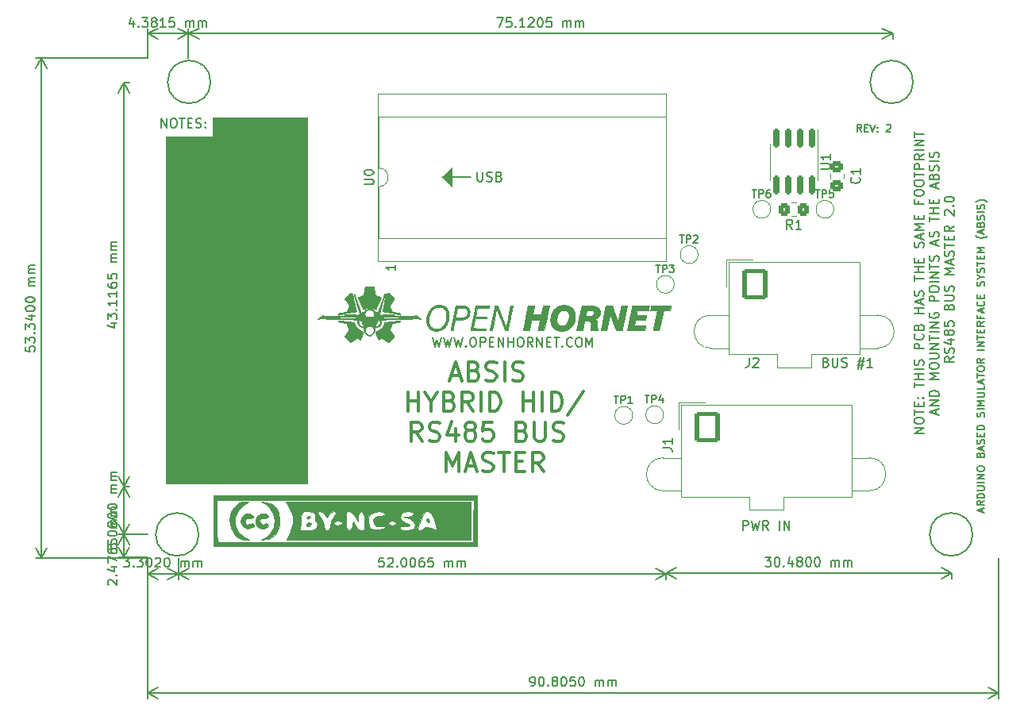
<source format=gbr>
%TF.GenerationSoftware,KiCad,Pcbnew,(6.0.9)*%
%TF.CreationDate,2023-03-29T13:39:39-08:00*%
%TF.ProjectId,ABSIS_HID Bus Master,41425349-535f-4484-9944-20427573204d,2*%
%TF.SameCoordinates,Original*%
%TF.FileFunction,Legend,Top*%
%TF.FilePolarity,Positive*%
%FSLAX46Y46*%
G04 Gerber Fmt 4.6, Leading zero omitted, Abs format (unit mm)*
G04 Created by KiCad (PCBNEW (6.0.9)) date 2023-03-29 13:39:39*
%MOMM*%
%LPD*%
G01*
G04 APERTURE LIST*
G04 Aperture macros list*
%AMRoundRect*
0 Rectangle with rounded corners*
0 $1 Rounding radius*
0 $2 $3 $4 $5 $6 $7 $8 $9 X,Y pos of 4 corners*
0 Add a 4 corners polygon primitive as box body*
4,1,4,$2,$3,$4,$5,$6,$7,$8,$9,$2,$3,0*
0 Add four circle primitives for the rounded corners*
1,1,$1+$1,$2,$3*
1,1,$1+$1,$4,$5*
1,1,$1+$1,$6,$7*
1,1,$1+$1,$8,$9*
0 Add four rect primitives between the rounded corners*
20,1,$1+$1,$2,$3,$4,$5,0*
20,1,$1+$1,$4,$5,$6,$7,0*
20,1,$1+$1,$6,$7,$8,$9,0*
20,1,$1+$1,$8,$9,$2,$3,0*%
G04 Aperture macros list end*
%ADD10C,0.100000*%
%ADD11C,0.150000*%
%ADD12C,0.300000*%
%ADD13C,0.200000*%
%ADD14C,0.120000*%
%ADD15C,0.010000*%
%ADD16C,4.064000*%
%ADD17R,1.600000X1.600000*%
%ADD18O,1.600000X1.600000*%
%ADD19C,1.500000*%
%ADD20RoundRect,0.249999X0.325001X0.450001X-0.325001X0.450001X-0.325001X-0.450001X0.325001X-0.450001X0*%
%ADD21RoundRect,0.249999X0.450001X-0.325001X0.450001X0.325001X-0.450001X0.325001X-0.450001X-0.325001X0*%
%ADD22RoundRect,0.150000X-0.150000X0.825000X-0.150000X-0.825000X0.150000X-0.825000X0.150000X0.825000X0*%
%ADD23C,3.000000*%
%ADD24RoundRect,0.250001X-1.099999X-1.399999X1.099999X-1.399999X1.099999X1.399999X-1.099999X1.399999X0*%
%ADD25O,2.700000X3.300000*%
G04 APERTURE END LIST*
D10*
G36*
X32445000Y40635000D02*
G01*
X31445000Y40635000D01*
X32445000Y41635000D01*
X32445000Y40635000D01*
G37*
X32445000Y40635000D02*
X31445000Y40635000D01*
X32445000Y41635000D01*
X32445000Y40635000D01*
G36*
X32445000Y39635000D02*
G01*
X31445000Y40635000D01*
X32445000Y40635000D01*
X32445000Y39635000D01*
G37*
X32445000Y39635000D02*
X31445000Y40635000D01*
X32445000Y40635000D01*
X32445000Y39635000D01*
D11*
X31445000Y40635000D02*
X34445000Y40635000D01*
D10*
G36*
X17000000Y8000000D02*
G01*
X2000000Y8000000D01*
X2000000Y45000000D01*
X7000000Y45000000D01*
X7000000Y47000000D01*
X17000000Y47000000D01*
X17000000Y8000000D01*
G37*
X17000000Y8000000D02*
X2000000Y8000000D01*
X2000000Y45000000D01*
X7000000Y45000000D01*
X7000000Y47000000D01*
X17000000Y47000000D01*
X17000000Y8000000D01*
D11*
X35183095Y41182620D02*
X35183095Y40373096D01*
X35230714Y40277858D01*
X35278333Y40230239D01*
X35373571Y40182620D01*
X35564047Y40182620D01*
X35659285Y40230239D01*
X35706904Y40277858D01*
X35754523Y40373096D01*
X35754523Y41182620D01*
X36183095Y40230239D02*
X36325952Y40182620D01*
X36564047Y40182620D01*
X36659285Y40230239D01*
X36706904Y40277858D01*
X36754523Y40373096D01*
X36754523Y40468334D01*
X36706904Y40563572D01*
X36659285Y40611191D01*
X36564047Y40658810D01*
X36373571Y40706429D01*
X36278333Y40754048D01*
X36230714Y40801667D01*
X36183095Y40896905D01*
X36183095Y40992143D01*
X36230714Y41087381D01*
X36278333Y41135000D01*
X36373571Y41182620D01*
X36611666Y41182620D01*
X36754523Y41135000D01*
X37516428Y40706429D02*
X37659285Y40658810D01*
X37706904Y40611191D01*
X37754523Y40515953D01*
X37754523Y40373096D01*
X37706904Y40277858D01*
X37659285Y40230239D01*
X37564047Y40182620D01*
X37183095Y40182620D01*
X37183095Y41182620D01*
X37516428Y41182620D01*
X37611666Y41135000D01*
X37659285Y41087381D01*
X37706904Y40992143D01*
X37706904Y40896905D01*
X37659285Y40801667D01*
X37611666Y40754048D01*
X37516428Y40706429D01*
X37183095Y40706429D01*
X30452380Y23547620D02*
X30690476Y22547620D01*
X30880952Y23261905D01*
X31071428Y22547620D01*
X31309523Y23547620D01*
X31595238Y23547620D02*
X31833333Y22547620D01*
X32023809Y23261905D01*
X32214285Y22547620D01*
X32452380Y23547620D01*
X32738095Y23547620D02*
X32976190Y22547620D01*
X33166666Y23261905D01*
X33357142Y22547620D01*
X33595238Y23547620D01*
X33976190Y22642858D02*
X34023809Y22595239D01*
X33976190Y22547620D01*
X33928571Y22595239D01*
X33976190Y22642858D01*
X33976190Y22547620D01*
X34642857Y23547620D02*
X34833333Y23547620D01*
X34928571Y23500000D01*
X35023809Y23404762D01*
X35071428Y23214286D01*
X35071428Y22880953D01*
X35023809Y22690477D01*
X34928571Y22595239D01*
X34833333Y22547620D01*
X34642857Y22547620D01*
X34547619Y22595239D01*
X34452380Y22690477D01*
X34404761Y22880953D01*
X34404761Y23214286D01*
X34452380Y23404762D01*
X34547619Y23500000D01*
X34642857Y23547620D01*
X35500000Y22547620D02*
X35500000Y23547620D01*
X35880952Y23547620D01*
X35976190Y23500000D01*
X36023809Y23452381D01*
X36071428Y23357143D01*
X36071428Y23214286D01*
X36023809Y23119048D01*
X35976190Y23071429D01*
X35880952Y23023810D01*
X35500000Y23023810D01*
X36500000Y23071429D02*
X36833333Y23071429D01*
X36976190Y22547620D02*
X36500000Y22547620D01*
X36500000Y23547620D01*
X36976190Y23547620D01*
X37404761Y22547620D02*
X37404761Y23547620D01*
X37976190Y22547620D01*
X37976190Y23547620D01*
X38452380Y22547620D02*
X38452380Y23547620D01*
X38452380Y23071429D02*
X39023809Y23071429D01*
X39023809Y22547620D02*
X39023809Y23547620D01*
X39690476Y23547620D02*
X39880952Y23547620D01*
X39976190Y23500000D01*
X40071428Y23404762D01*
X40119047Y23214286D01*
X40119047Y22880953D01*
X40071428Y22690477D01*
X39976190Y22595239D01*
X39880952Y22547620D01*
X39690476Y22547620D01*
X39595238Y22595239D01*
X39500000Y22690477D01*
X39452380Y22880953D01*
X39452380Y23214286D01*
X39500000Y23404762D01*
X39595238Y23500000D01*
X39690476Y23547620D01*
X41119047Y22547620D02*
X40785714Y23023810D01*
X40547619Y22547620D02*
X40547619Y23547620D01*
X40928571Y23547620D01*
X41023809Y23500000D01*
X41071428Y23452381D01*
X41119047Y23357143D01*
X41119047Y23214286D01*
X41071428Y23119048D01*
X41023809Y23071429D01*
X40928571Y23023810D01*
X40547619Y23023810D01*
X41547619Y22547620D02*
X41547619Y23547620D01*
X42119047Y22547620D01*
X42119047Y23547620D01*
X42595238Y23071429D02*
X42928571Y23071429D01*
X43071428Y22547620D02*
X42595238Y22547620D01*
X42595238Y23547620D01*
X43071428Y23547620D01*
X43357142Y23547620D02*
X43928571Y23547620D01*
X43642857Y22547620D02*
X43642857Y23547620D01*
X44261904Y22642858D02*
X44309523Y22595239D01*
X44261904Y22547620D01*
X44214285Y22595239D01*
X44261904Y22642858D01*
X44261904Y22547620D01*
X45309523Y22642858D02*
X45261904Y22595239D01*
X45119047Y22547620D01*
X45023809Y22547620D01*
X44880952Y22595239D01*
X44785714Y22690477D01*
X44738095Y22785715D01*
X44690476Y22976191D01*
X44690476Y23119048D01*
X44738095Y23309524D01*
X44785714Y23404762D01*
X44880952Y23500000D01*
X45023809Y23547620D01*
X45119047Y23547620D01*
X45261904Y23500000D01*
X45309523Y23452381D01*
X45928571Y23547620D02*
X46119047Y23547620D01*
X46214285Y23500000D01*
X46309523Y23404762D01*
X46357142Y23214286D01*
X46357142Y22880953D01*
X46309523Y22690477D01*
X46214285Y22595239D01*
X46119047Y22547620D01*
X45928571Y22547620D01*
X45833333Y22595239D01*
X45738095Y22690477D01*
X45690476Y22880953D01*
X45690476Y23214286D01*
X45738095Y23404762D01*
X45833333Y23500000D01*
X45928571Y23547620D01*
X46785714Y22547620D02*
X46785714Y23547620D01*
X47119047Y22833334D01*
X47452380Y23547620D01*
X47452380Y22547620D01*
X26452380Y31285715D02*
X26452380Y30714286D01*
X26452380Y31000000D02*
X25452380Y31000000D01*
X25595238Y30904762D01*
X25690476Y30809524D01*
X25738095Y30714286D01*
X76136666Y45485096D02*
X75870000Y45866048D01*
X75679523Y45485096D02*
X75679523Y46285096D01*
X75984285Y46285096D01*
X76060476Y46247000D01*
X76098571Y46208905D01*
X76136666Y46132715D01*
X76136666Y46018429D01*
X76098571Y45942239D01*
X76060476Y45904143D01*
X75984285Y45866048D01*
X75679523Y45866048D01*
X76479523Y45904143D02*
X76746190Y45904143D01*
X76860476Y45485096D02*
X76479523Y45485096D01*
X76479523Y46285096D01*
X76860476Y46285096D01*
X77089047Y46285096D02*
X77355714Y45485096D01*
X77622380Y46285096D01*
X77889047Y45561286D02*
X77927142Y45523191D01*
X77889047Y45485096D01*
X77850952Y45523191D01*
X77889047Y45561286D01*
X77889047Y45485096D01*
X77889047Y45980334D02*
X77927142Y45942239D01*
X77889047Y45904143D01*
X77850952Y45942239D01*
X77889047Y45980334D01*
X77889047Y45904143D01*
X78841428Y46208905D02*
X78879523Y46247000D01*
X78955714Y46285096D01*
X79146190Y46285096D01*
X79222380Y46247000D01*
X79260476Y46208905D01*
X79298571Y46132715D01*
X79298571Y46056524D01*
X79260476Y45942239D01*
X78803333Y45485096D01*
X79298571Y45485096D01*
D12*
X32380952Y19496667D02*
X33333333Y19496667D01*
X32190476Y18925239D02*
X32857142Y20925239D01*
X33523809Y18925239D01*
X34857142Y19972858D02*
X35142857Y19877620D01*
X35238095Y19782381D01*
X35333333Y19591905D01*
X35333333Y19306191D01*
X35238095Y19115715D01*
X35142857Y19020477D01*
X34952380Y18925239D01*
X34190476Y18925239D01*
X34190476Y20925239D01*
X34857142Y20925239D01*
X35047619Y20830000D01*
X35142857Y20734762D01*
X35238095Y20544286D01*
X35238095Y20353810D01*
X35142857Y20163334D01*
X35047619Y20068096D01*
X34857142Y19972858D01*
X34190476Y19972858D01*
X36095238Y19020477D02*
X36380952Y18925239D01*
X36857142Y18925239D01*
X37047619Y19020477D01*
X37142857Y19115715D01*
X37238095Y19306191D01*
X37238095Y19496667D01*
X37142857Y19687143D01*
X37047619Y19782381D01*
X36857142Y19877620D01*
X36476190Y19972858D01*
X36285714Y20068096D01*
X36190476Y20163334D01*
X36095238Y20353810D01*
X36095238Y20544286D01*
X36190476Y20734762D01*
X36285714Y20830000D01*
X36476190Y20925239D01*
X36952380Y20925239D01*
X37238095Y20830000D01*
X38095238Y18925239D02*
X38095238Y20925239D01*
X38952380Y19020477D02*
X39238095Y18925239D01*
X39714285Y18925239D01*
X39904761Y19020477D01*
X40000000Y19115715D01*
X40095238Y19306191D01*
X40095238Y19496667D01*
X40000000Y19687143D01*
X39904761Y19782381D01*
X39714285Y19877620D01*
X39333333Y19972858D01*
X39142857Y20068096D01*
X39047619Y20163334D01*
X38952380Y20353810D01*
X38952380Y20544286D01*
X39047619Y20734762D01*
X39142857Y20830000D01*
X39333333Y20925239D01*
X39809523Y20925239D01*
X40095238Y20830000D01*
X27761904Y15705239D02*
X27761904Y17705239D01*
X27761904Y16752858D02*
X28904761Y16752858D01*
X28904761Y15705239D02*
X28904761Y17705239D01*
X30238095Y16657620D02*
X30238095Y15705239D01*
X29571428Y17705239D02*
X30238095Y16657620D01*
X30904761Y17705239D01*
X32238095Y16752858D02*
X32523809Y16657620D01*
X32619047Y16562381D01*
X32714285Y16371905D01*
X32714285Y16086191D01*
X32619047Y15895715D01*
X32523809Y15800477D01*
X32333333Y15705239D01*
X31571428Y15705239D01*
X31571428Y17705239D01*
X32238095Y17705239D01*
X32428571Y17610000D01*
X32523809Y17514762D01*
X32619047Y17324286D01*
X32619047Y17133810D01*
X32523809Y16943334D01*
X32428571Y16848096D01*
X32238095Y16752858D01*
X31571428Y16752858D01*
X34714285Y15705239D02*
X34047619Y16657620D01*
X33571428Y15705239D02*
X33571428Y17705239D01*
X34333333Y17705239D01*
X34523809Y17610000D01*
X34619047Y17514762D01*
X34714285Y17324286D01*
X34714285Y17038572D01*
X34619047Y16848096D01*
X34523809Y16752858D01*
X34333333Y16657620D01*
X33571428Y16657620D01*
X35571428Y15705239D02*
X35571428Y17705239D01*
X36523809Y15705239D02*
X36523809Y17705239D01*
X37000000Y17705239D01*
X37285714Y17610000D01*
X37476190Y17419524D01*
X37571428Y17229048D01*
X37666666Y16848096D01*
X37666666Y16562381D01*
X37571428Y16181429D01*
X37476190Y15990953D01*
X37285714Y15800477D01*
X37000000Y15705239D01*
X36523809Y15705239D01*
X40047619Y15705239D02*
X40047619Y17705239D01*
X40047619Y16752858D02*
X41190476Y16752858D01*
X41190476Y15705239D02*
X41190476Y17705239D01*
X42142857Y15705239D02*
X42142857Y17705239D01*
X43095238Y15705239D02*
X43095238Y17705239D01*
X43571428Y17705239D01*
X43857142Y17610000D01*
X44047619Y17419524D01*
X44142857Y17229048D01*
X44238095Y16848096D01*
X44238095Y16562381D01*
X44142857Y16181429D01*
X44047619Y15990953D01*
X43857142Y15800477D01*
X43571428Y15705239D01*
X43095238Y15705239D01*
X46523809Y17800477D02*
X44809523Y15229048D01*
X29285714Y12485239D02*
X28619047Y13437620D01*
X28142857Y12485239D02*
X28142857Y14485239D01*
X28904761Y14485239D01*
X29095238Y14390000D01*
X29190476Y14294762D01*
X29285714Y14104286D01*
X29285714Y13818572D01*
X29190476Y13628096D01*
X29095238Y13532858D01*
X28904761Y13437620D01*
X28142857Y13437620D01*
X30047619Y12580477D02*
X30333333Y12485239D01*
X30809523Y12485239D01*
X31000000Y12580477D01*
X31095238Y12675715D01*
X31190476Y12866191D01*
X31190476Y13056667D01*
X31095238Y13247143D01*
X31000000Y13342381D01*
X30809523Y13437620D01*
X30428571Y13532858D01*
X30238095Y13628096D01*
X30142857Y13723334D01*
X30047619Y13913810D01*
X30047619Y14104286D01*
X30142857Y14294762D01*
X30238095Y14390000D01*
X30428571Y14485239D01*
X30904761Y14485239D01*
X31190476Y14390000D01*
X32904761Y13818572D02*
X32904761Y12485239D01*
X32428571Y14580477D02*
X31952380Y13151905D01*
X33190476Y13151905D01*
X34238095Y13628096D02*
X34047619Y13723334D01*
X33952380Y13818572D01*
X33857142Y14009048D01*
X33857142Y14104286D01*
X33952380Y14294762D01*
X34047619Y14390000D01*
X34238095Y14485239D01*
X34619047Y14485239D01*
X34809523Y14390000D01*
X34904761Y14294762D01*
X35000000Y14104286D01*
X35000000Y14009048D01*
X34904761Y13818572D01*
X34809523Y13723334D01*
X34619047Y13628096D01*
X34238095Y13628096D01*
X34047619Y13532858D01*
X33952380Y13437620D01*
X33857142Y13247143D01*
X33857142Y12866191D01*
X33952380Y12675715D01*
X34047619Y12580477D01*
X34238095Y12485239D01*
X34619047Y12485239D01*
X34809523Y12580477D01*
X34904761Y12675715D01*
X35000000Y12866191D01*
X35000000Y13247143D01*
X34904761Y13437620D01*
X34809523Y13532858D01*
X34619047Y13628096D01*
X36809523Y14485239D02*
X35857142Y14485239D01*
X35761904Y13532858D01*
X35857142Y13628096D01*
X36047619Y13723334D01*
X36523809Y13723334D01*
X36714285Y13628096D01*
X36809523Y13532858D01*
X36904761Y13342381D01*
X36904761Y12866191D01*
X36809523Y12675715D01*
X36714285Y12580477D01*
X36523809Y12485239D01*
X36047619Y12485239D01*
X35857142Y12580477D01*
X35761904Y12675715D01*
X39952380Y13532858D02*
X40238095Y13437620D01*
X40333333Y13342381D01*
X40428571Y13151905D01*
X40428571Y12866191D01*
X40333333Y12675715D01*
X40238095Y12580477D01*
X40047619Y12485239D01*
X39285714Y12485239D01*
X39285714Y14485239D01*
X39952380Y14485239D01*
X40142857Y14390000D01*
X40238095Y14294762D01*
X40333333Y14104286D01*
X40333333Y13913810D01*
X40238095Y13723334D01*
X40142857Y13628096D01*
X39952380Y13532858D01*
X39285714Y13532858D01*
X41285714Y14485239D02*
X41285714Y12866191D01*
X41380952Y12675715D01*
X41476190Y12580477D01*
X41666666Y12485239D01*
X42047619Y12485239D01*
X42238095Y12580477D01*
X42333333Y12675715D01*
X42428571Y12866191D01*
X42428571Y14485239D01*
X43285714Y12580477D02*
X43571428Y12485239D01*
X44047619Y12485239D01*
X44238095Y12580477D01*
X44333333Y12675715D01*
X44428571Y12866191D01*
X44428571Y13056667D01*
X44333333Y13247143D01*
X44238095Y13342381D01*
X44047619Y13437620D01*
X43666666Y13532858D01*
X43476190Y13628096D01*
X43380952Y13723334D01*
X43285714Y13913810D01*
X43285714Y14104286D01*
X43380952Y14294762D01*
X43476190Y14390000D01*
X43666666Y14485239D01*
X44142857Y14485239D01*
X44428571Y14390000D01*
X31857142Y9265239D02*
X31857142Y11265239D01*
X32523809Y9836667D01*
X33190476Y11265239D01*
X33190476Y9265239D01*
X34047619Y9836667D02*
X35000000Y9836667D01*
X33857142Y9265239D02*
X34523809Y11265239D01*
X35190476Y9265239D01*
X35761904Y9360477D02*
X36047619Y9265239D01*
X36523809Y9265239D01*
X36714285Y9360477D01*
X36809523Y9455715D01*
X36904761Y9646191D01*
X36904761Y9836667D01*
X36809523Y10027143D01*
X36714285Y10122381D01*
X36523809Y10217620D01*
X36142857Y10312858D01*
X35952380Y10408096D01*
X35857142Y10503334D01*
X35761904Y10693810D01*
X35761904Y10884286D01*
X35857142Y11074762D01*
X35952380Y11170000D01*
X36142857Y11265239D01*
X36619047Y11265239D01*
X36904761Y11170000D01*
X37476190Y11265239D02*
X38619047Y11265239D01*
X38047619Y9265239D02*
X38047619Y11265239D01*
X39285714Y10312858D02*
X39952380Y10312858D01*
X40238095Y9265239D02*
X39285714Y9265239D01*
X39285714Y11265239D01*
X40238095Y11265239D01*
X42238095Y9265239D02*
X41571428Y10217620D01*
X41095238Y9265239D02*
X41095238Y11265239D01*
X41857142Y11265239D01*
X42047619Y11170000D01*
X42142857Y11074762D01*
X42238095Y10884286D01*
X42238095Y10598572D01*
X42142857Y10408096D01*
X42047619Y10312858D01*
X41857142Y10217620D01*
X41095238Y10217620D01*
D11*
X89033333Y4923334D02*
X89033333Y5304286D01*
X89261904Y4847143D02*
X88461904Y5113810D01*
X89261904Y5380477D01*
X89261904Y6104286D02*
X88880952Y5837620D01*
X89261904Y5647143D02*
X88461904Y5647143D01*
X88461904Y5951905D01*
X88500000Y6028096D01*
X88538095Y6066191D01*
X88614285Y6104286D01*
X88728571Y6104286D01*
X88804761Y6066191D01*
X88842857Y6028096D01*
X88880952Y5951905D01*
X88880952Y5647143D01*
X89261904Y6447143D02*
X88461904Y6447143D01*
X88461904Y6637620D01*
X88500000Y6751905D01*
X88576190Y6828096D01*
X88652380Y6866191D01*
X88804761Y6904286D01*
X88919047Y6904286D01*
X89071428Y6866191D01*
X89147619Y6828096D01*
X89223809Y6751905D01*
X89261904Y6637620D01*
X89261904Y6447143D01*
X88461904Y7247143D02*
X89109523Y7247143D01*
X89185714Y7285239D01*
X89223809Y7323334D01*
X89261904Y7399524D01*
X89261904Y7551905D01*
X89223809Y7628096D01*
X89185714Y7666191D01*
X89109523Y7704286D01*
X88461904Y7704286D01*
X89261904Y8085239D02*
X88461904Y8085239D01*
X89261904Y8466191D02*
X88461904Y8466191D01*
X89261904Y8923334D01*
X88461904Y8923334D01*
X88461904Y9456667D02*
X88461904Y9609048D01*
X88500000Y9685239D01*
X88576190Y9761429D01*
X88728571Y9799524D01*
X88995238Y9799524D01*
X89147619Y9761429D01*
X89223809Y9685239D01*
X89261904Y9609048D01*
X89261904Y9456667D01*
X89223809Y9380477D01*
X89147619Y9304286D01*
X88995238Y9266191D01*
X88728571Y9266191D01*
X88576190Y9304286D01*
X88500000Y9380477D01*
X88461904Y9456667D01*
X88842857Y11018572D02*
X88880952Y11132858D01*
X88919047Y11170953D01*
X88995238Y11209048D01*
X89109523Y11209048D01*
X89185714Y11170953D01*
X89223809Y11132858D01*
X89261904Y11056667D01*
X89261904Y10751905D01*
X88461904Y10751905D01*
X88461904Y11018572D01*
X88500000Y11094762D01*
X88538095Y11132858D01*
X88614285Y11170953D01*
X88690476Y11170953D01*
X88766666Y11132858D01*
X88804761Y11094762D01*
X88842857Y11018572D01*
X88842857Y10751905D01*
X89033333Y11513810D02*
X89033333Y11894762D01*
X89261904Y11437620D02*
X88461904Y11704286D01*
X89261904Y11970953D01*
X89223809Y12199524D02*
X89261904Y12313810D01*
X89261904Y12504286D01*
X89223809Y12580477D01*
X89185714Y12618572D01*
X89109523Y12656667D01*
X89033333Y12656667D01*
X88957142Y12618572D01*
X88919047Y12580477D01*
X88880952Y12504286D01*
X88842857Y12351905D01*
X88804761Y12275715D01*
X88766666Y12237620D01*
X88690476Y12199524D01*
X88614285Y12199524D01*
X88538095Y12237620D01*
X88500000Y12275715D01*
X88461904Y12351905D01*
X88461904Y12542381D01*
X88500000Y12656667D01*
X88842857Y12999524D02*
X88842857Y13266191D01*
X89261904Y13380477D02*
X89261904Y12999524D01*
X88461904Y12999524D01*
X88461904Y13380477D01*
X89261904Y13723334D02*
X88461904Y13723334D01*
X88461904Y13913810D01*
X88500000Y14028096D01*
X88576190Y14104286D01*
X88652380Y14142381D01*
X88804761Y14180477D01*
X88919047Y14180477D01*
X89071428Y14142381D01*
X89147619Y14104286D01*
X89223809Y14028096D01*
X89261904Y13913810D01*
X89261904Y13723334D01*
X89223809Y15094762D02*
X89261904Y15209048D01*
X89261904Y15399524D01*
X89223809Y15475715D01*
X89185714Y15513810D01*
X89109523Y15551905D01*
X89033333Y15551905D01*
X88957142Y15513810D01*
X88919047Y15475715D01*
X88880952Y15399524D01*
X88842857Y15247143D01*
X88804761Y15170953D01*
X88766666Y15132858D01*
X88690476Y15094762D01*
X88614285Y15094762D01*
X88538095Y15132858D01*
X88500000Y15170953D01*
X88461904Y15247143D01*
X88461904Y15437620D01*
X88500000Y15551905D01*
X89261904Y15894762D02*
X88461904Y15894762D01*
X89261904Y16275715D02*
X88461904Y16275715D01*
X89033333Y16542381D01*
X88461904Y16809048D01*
X89261904Y16809048D01*
X88461904Y17190000D02*
X89109523Y17190000D01*
X89185714Y17228096D01*
X89223809Y17266191D01*
X89261904Y17342381D01*
X89261904Y17494762D01*
X89223809Y17570953D01*
X89185714Y17609048D01*
X89109523Y17647143D01*
X88461904Y17647143D01*
X89261904Y18409048D02*
X89261904Y18028096D01*
X88461904Y18028096D01*
X89033333Y18637620D02*
X89033333Y19018572D01*
X89261904Y18561429D02*
X88461904Y18828096D01*
X89261904Y19094762D01*
X88461904Y19247143D02*
X88461904Y19704286D01*
X89261904Y19475715D02*
X88461904Y19475715D01*
X88461904Y20123334D02*
X88461904Y20275715D01*
X88500000Y20351905D01*
X88576190Y20428096D01*
X88728571Y20466191D01*
X88995238Y20466191D01*
X89147619Y20428096D01*
X89223809Y20351905D01*
X89261904Y20275715D01*
X89261904Y20123334D01*
X89223809Y20047143D01*
X89147619Y19970953D01*
X88995238Y19932858D01*
X88728571Y19932858D01*
X88576190Y19970953D01*
X88500000Y20047143D01*
X88461904Y20123334D01*
X89261904Y21266191D02*
X88880952Y20999524D01*
X89261904Y20809048D02*
X88461904Y20809048D01*
X88461904Y21113810D01*
X88500000Y21190000D01*
X88538095Y21228096D01*
X88614285Y21266191D01*
X88728571Y21266191D01*
X88804761Y21228096D01*
X88842857Y21190000D01*
X88880952Y21113810D01*
X88880952Y20809048D01*
X89261904Y22218572D02*
X88461904Y22218572D01*
X89261904Y22599524D02*
X88461904Y22599524D01*
X89261904Y23056667D01*
X88461904Y23056667D01*
X88461904Y23323334D02*
X88461904Y23780477D01*
X89261904Y23551905D02*
X88461904Y23551905D01*
X88842857Y24047143D02*
X88842857Y24313810D01*
X89261904Y24428096D02*
X89261904Y24047143D01*
X88461904Y24047143D01*
X88461904Y24428096D01*
X89261904Y25228096D02*
X88880952Y24961429D01*
X89261904Y24770953D02*
X88461904Y24770953D01*
X88461904Y25075715D01*
X88500000Y25151905D01*
X88538095Y25190000D01*
X88614285Y25228096D01*
X88728571Y25228096D01*
X88804761Y25190000D01*
X88842857Y25151905D01*
X88880952Y25075715D01*
X88880952Y24770953D01*
X88842857Y25837620D02*
X88842857Y25570953D01*
X89261904Y25570953D02*
X88461904Y25570953D01*
X88461904Y25951905D01*
X89033333Y26218572D02*
X89033333Y26599524D01*
X89261904Y26142381D02*
X88461904Y26409048D01*
X89261904Y26675715D01*
X89185714Y27399524D02*
X89223809Y27361429D01*
X89261904Y27247143D01*
X89261904Y27170953D01*
X89223809Y27056667D01*
X89147619Y26980477D01*
X89071428Y26942381D01*
X88919047Y26904286D01*
X88804761Y26904286D01*
X88652380Y26942381D01*
X88576190Y26980477D01*
X88500000Y27056667D01*
X88461904Y27170953D01*
X88461904Y27247143D01*
X88500000Y27361429D01*
X88538095Y27399524D01*
X88842857Y27742381D02*
X88842857Y28009048D01*
X89261904Y28123334D02*
X89261904Y27742381D01*
X88461904Y27742381D01*
X88461904Y28123334D01*
X89223809Y29037620D02*
X89261904Y29151905D01*
X89261904Y29342381D01*
X89223809Y29418572D01*
X89185714Y29456667D01*
X89109523Y29494762D01*
X89033333Y29494762D01*
X88957142Y29456667D01*
X88919047Y29418572D01*
X88880952Y29342381D01*
X88842857Y29190000D01*
X88804761Y29113810D01*
X88766666Y29075715D01*
X88690476Y29037620D01*
X88614285Y29037620D01*
X88538095Y29075715D01*
X88500000Y29113810D01*
X88461904Y29190000D01*
X88461904Y29380477D01*
X88500000Y29494762D01*
X88880952Y29990000D02*
X89261904Y29990000D01*
X88461904Y29723334D02*
X88880952Y29990000D01*
X88461904Y30256667D01*
X89223809Y30485239D02*
X89261904Y30599524D01*
X89261904Y30790000D01*
X89223809Y30866191D01*
X89185714Y30904286D01*
X89109523Y30942381D01*
X89033333Y30942381D01*
X88957142Y30904286D01*
X88919047Y30866191D01*
X88880952Y30790000D01*
X88842857Y30637620D01*
X88804761Y30561429D01*
X88766666Y30523334D01*
X88690476Y30485239D01*
X88614285Y30485239D01*
X88538095Y30523334D01*
X88500000Y30561429D01*
X88461904Y30637620D01*
X88461904Y30828096D01*
X88500000Y30942381D01*
X88461904Y31170953D02*
X88461904Y31628096D01*
X89261904Y31399524D02*
X88461904Y31399524D01*
X88842857Y31894762D02*
X88842857Y32161429D01*
X89261904Y32275715D02*
X89261904Y31894762D01*
X88461904Y31894762D01*
X88461904Y32275715D01*
X89261904Y32618572D02*
X88461904Y32618572D01*
X89033333Y32885239D01*
X88461904Y33151905D01*
X89261904Y33151905D01*
X89566666Y34370953D02*
X89528571Y34332858D01*
X89414285Y34256667D01*
X89338095Y34218572D01*
X89223809Y34180477D01*
X89033333Y34142381D01*
X88880952Y34142381D01*
X88690476Y34180477D01*
X88576190Y34218572D01*
X88500000Y34256667D01*
X88385714Y34332858D01*
X88347619Y34370953D01*
X89033333Y34637620D02*
X89033333Y35018572D01*
X89261904Y34561429D02*
X88461904Y34828096D01*
X89261904Y35094762D01*
X88842857Y35628096D02*
X88880952Y35742381D01*
X88919047Y35780477D01*
X88995238Y35818572D01*
X89109523Y35818572D01*
X89185714Y35780477D01*
X89223809Y35742381D01*
X89261904Y35666191D01*
X89261904Y35361429D01*
X88461904Y35361429D01*
X88461904Y35628096D01*
X88500000Y35704286D01*
X88538095Y35742381D01*
X88614285Y35780477D01*
X88690476Y35780477D01*
X88766666Y35742381D01*
X88804761Y35704286D01*
X88842857Y35628096D01*
X88842857Y35361429D01*
X89223809Y36123334D02*
X89261904Y36237620D01*
X89261904Y36428096D01*
X89223809Y36504286D01*
X89185714Y36542381D01*
X89109523Y36580477D01*
X89033333Y36580477D01*
X88957142Y36542381D01*
X88919047Y36504286D01*
X88880952Y36428096D01*
X88842857Y36275715D01*
X88804761Y36199524D01*
X88766666Y36161429D01*
X88690476Y36123334D01*
X88614285Y36123334D01*
X88538095Y36161429D01*
X88500000Y36199524D01*
X88461904Y36275715D01*
X88461904Y36466191D01*
X88500000Y36580477D01*
X89261904Y36923334D02*
X88461904Y36923334D01*
X89223809Y37266191D02*
X89261904Y37380477D01*
X89261904Y37570953D01*
X89223809Y37647143D01*
X89185714Y37685239D01*
X89109523Y37723334D01*
X89033333Y37723334D01*
X88957142Y37685239D01*
X88919047Y37647143D01*
X88880952Y37570953D01*
X88842857Y37418572D01*
X88804761Y37342381D01*
X88766666Y37304286D01*
X88690476Y37266191D01*
X88614285Y37266191D01*
X88538095Y37304286D01*
X88500000Y37342381D01*
X88461904Y37418572D01*
X88461904Y37609048D01*
X88500000Y37723334D01*
X89566666Y37990000D02*
X89528571Y38028096D01*
X89414285Y38104286D01*
X89338095Y38142381D01*
X89223809Y38180477D01*
X89033333Y38218572D01*
X88880952Y38218572D01*
X88690476Y38180477D01*
X88576190Y38142381D01*
X88500000Y38104286D01*
X88385714Y38028096D01*
X88347619Y37990000D01*
D13*
X1452857Y45902620D02*
X1452857Y46902620D01*
X2024285Y45902620D01*
X2024285Y46902620D01*
X2690952Y46902620D02*
X2881428Y46902620D01*
X2976666Y46855000D01*
X3071904Y46759762D01*
X3119523Y46569286D01*
X3119523Y46235953D01*
X3071904Y46045477D01*
X2976666Y45950239D01*
X2881428Y45902620D01*
X2690952Y45902620D01*
X2595714Y45950239D01*
X2500476Y46045477D01*
X2452857Y46235953D01*
X2452857Y46569286D01*
X2500476Y46759762D01*
X2595714Y46855000D01*
X2690952Y46902620D01*
X3405238Y46902620D02*
X3976666Y46902620D01*
X3690952Y45902620D02*
X3690952Y46902620D01*
X4310000Y46426429D02*
X4643333Y46426429D01*
X4786190Y45902620D02*
X4310000Y45902620D01*
X4310000Y46902620D01*
X4786190Y46902620D01*
X5167142Y45950239D02*
X5310000Y45902620D01*
X5548095Y45902620D01*
X5643333Y45950239D01*
X5690952Y45997858D01*
X5738571Y46093096D01*
X5738571Y46188334D01*
X5690952Y46283572D01*
X5643333Y46331191D01*
X5548095Y46378810D01*
X5357619Y46426429D01*
X5262380Y46474048D01*
X5214761Y46521667D01*
X5167142Y46616905D01*
X5167142Y46712143D01*
X5214761Y46807381D01*
X5262380Y46855000D01*
X5357619Y46902620D01*
X5595714Y46902620D01*
X5738571Y46855000D01*
X6167142Y45997858D02*
X6214761Y45950239D01*
X6167142Y45902620D01*
X6119523Y45950239D01*
X6167142Y45997858D01*
X6167142Y45902620D01*
X6167142Y46521667D02*
X6214761Y46474048D01*
X6167142Y46426429D01*
X6119523Y46474048D01*
X6167142Y46521667D01*
X6167142Y46426429D01*
D11*
X82789380Y13337048D02*
X81789380Y13337048D01*
X82789380Y13908477D01*
X81789380Y13908477D01*
X81789380Y14575143D02*
X81789380Y14765620D01*
X81837000Y14860858D01*
X81932238Y14956096D01*
X82122714Y15003715D01*
X82456047Y15003715D01*
X82646523Y14956096D01*
X82741761Y14860858D01*
X82789380Y14765620D01*
X82789380Y14575143D01*
X82741761Y14479905D01*
X82646523Y14384667D01*
X82456047Y14337048D01*
X82122714Y14337048D01*
X81932238Y14384667D01*
X81837000Y14479905D01*
X81789380Y14575143D01*
X81789380Y15289429D02*
X81789380Y15860858D01*
X82789380Y15575143D02*
X81789380Y15575143D01*
X82265571Y16194191D02*
X82265571Y16527524D01*
X82789380Y16670381D02*
X82789380Y16194191D01*
X81789380Y16194191D01*
X81789380Y16670381D01*
X82694142Y17098953D02*
X82741761Y17146572D01*
X82789380Y17098953D01*
X82741761Y17051334D01*
X82694142Y17098953D01*
X82789380Y17098953D01*
X82170333Y17098953D02*
X82217952Y17146572D01*
X82265571Y17098953D01*
X82217952Y17051334D01*
X82170333Y17098953D01*
X82265571Y17098953D01*
X81789380Y18194191D02*
X81789380Y18765620D01*
X82789380Y18479905D02*
X81789380Y18479905D01*
X82789380Y19098953D02*
X81789380Y19098953D01*
X82265571Y19098953D02*
X82265571Y19670381D01*
X82789380Y19670381D02*
X81789380Y19670381D01*
X82789380Y20146572D02*
X81789380Y20146572D01*
X82741761Y20575143D02*
X82789380Y20718000D01*
X82789380Y20956096D01*
X82741761Y21051334D01*
X82694142Y21098953D01*
X82598904Y21146572D01*
X82503666Y21146572D01*
X82408428Y21098953D01*
X82360809Y21051334D01*
X82313190Y20956096D01*
X82265571Y20765620D01*
X82217952Y20670381D01*
X82170333Y20622762D01*
X82075095Y20575143D01*
X81979857Y20575143D01*
X81884619Y20622762D01*
X81837000Y20670381D01*
X81789380Y20765620D01*
X81789380Y21003715D01*
X81837000Y21146572D01*
X82789380Y22337048D02*
X81789380Y22337048D01*
X81789380Y22718000D01*
X81837000Y22813239D01*
X81884619Y22860858D01*
X81979857Y22908477D01*
X82122714Y22908477D01*
X82217952Y22860858D01*
X82265571Y22813239D01*
X82313190Y22718000D01*
X82313190Y22337048D01*
X82694142Y23908477D02*
X82741761Y23860858D01*
X82789380Y23718000D01*
X82789380Y23622762D01*
X82741761Y23479905D01*
X82646523Y23384667D01*
X82551285Y23337048D01*
X82360809Y23289429D01*
X82217952Y23289429D01*
X82027476Y23337048D01*
X81932238Y23384667D01*
X81837000Y23479905D01*
X81789380Y23622762D01*
X81789380Y23718000D01*
X81837000Y23860858D01*
X81884619Y23908477D01*
X82265571Y24670381D02*
X82313190Y24813239D01*
X82360809Y24860858D01*
X82456047Y24908477D01*
X82598904Y24908477D01*
X82694142Y24860858D01*
X82741761Y24813239D01*
X82789380Y24718000D01*
X82789380Y24337048D01*
X81789380Y24337048D01*
X81789380Y24670381D01*
X81837000Y24765620D01*
X81884619Y24813239D01*
X81979857Y24860858D01*
X82075095Y24860858D01*
X82170333Y24813239D01*
X82217952Y24765620D01*
X82265571Y24670381D01*
X82265571Y24337048D01*
X82789380Y26098953D02*
X81789380Y26098953D01*
X82265571Y26098953D02*
X82265571Y26670381D01*
X82789380Y26670381D02*
X81789380Y26670381D01*
X82503666Y27098953D02*
X82503666Y27575143D01*
X82789380Y27003715D02*
X81789380Y27337048D01*
X82789380Y27670381D01*
X82741761Y27956096D02*
X82789380Y28098953D01*
X82789380Y28337048D01*
X82741761Y28432286D01*
X82694142Y28479905D01*
X82598904Y28527524D01*
X82503666Y28527524D01*
X82408428Y28479905D01*
X82360809Y28432286D01*
X82313190Y28337048D01*
X82265571Y28146572D01*
X82217952Y28051334D01*
X82170333Y28003715D01*
X82075095Y27956096D01*
X81979857Y27956096D01*
X81884619Y28003715D01*
X81837000Y28051334D01*
X81789380Y28146572D01*
X81789380Y28384667D01*
X81837000Y28527524D01*
X81789380Y29575143D02*
X81789380Y30146572D01*
X82789380Y29860858D02*
X81789380Y29860858D01*
X82789380Y30479905D02*
X81789380Y30479905D01*
X82265571Y30479905D02*
X82265571Y31051334D01*
X82789380Y31051334D02*
X81789380Y31051334D01*
X82265571Y31527524D02*
X82265571Y31860858D01*
X82789380Y32003715D02*
X82789380Y31527524D01*
X81789380Y31527524D01*
X81789380Y32003715D01*
X82741761Y33146572D02*
X82789380Y33289429D01*
X82789380Y33527524D01*
X82741761Y33622762D01*
X82694142Y33670381D01*
X82598904Y33718000D01*
X82503666Y33718000D01*
X82408428Y33670381D01*
X82360809Y33622762D01*
X82313190Y33527524D01*
X82265571Y33337048D01*
X82217952Y33241810D01*
X82170333Y33194191D01*
X82075095Y33146572D01*
X81979857Y33146572D01*
X81884619Y33194191D01*
X81837000Y33241810D01*
X81789380Y33337048D01*
X81789380Y33575143D01*
X81837000Y33718000D01*
X82503666Y34098953D02*
X82503666Y34575143D01*
X82789380Y34003715D02*
X81789380Y34337048D01*
X82789380Y34670381D01*
X82789380Y35003715D02*
X81789380Y35003715D01*
X82503666Y35337048D01*
X81789380Y35670381D01*
X82789380Y35670381D01*
X82265571Y36146572D02*
X82265571Y36479905D01*
X82789380Y36622762D02*
X82789380Y36146572D01*
X81789380Y36146572D01*
X81789380Y36622762D01*
X82265571Y38146572D02*
X82265571Y37813239D01*
X82789380Y37813239D02*
X81789380Y37813239D01*
X81789380Y38289429D01*
X81789380Y38860858D02*
X81789380Y39051334D01*
X81837000Y39146572D01*
X81932238Y39241810D01*
X82122714Y39289429D01*
X82456047Y39289429D01*
X82646523Y39241810D01*
X82741761Y39146572D01*
X82789380Y39051334D01*
X82789380Y38860858D01*
X82741761Y38765620D01*
X82646523Y38670381D01*
X82456047Y38622762D01*
X82122714Y38622762D01*
X81932238Y38670381D01*
X81837000Y38765620D01*
X81789380Y38860858D01*
X81789380Y39908477D02*
X81789380Y40098953D01*
X81837000Y40194191D01*
X81932238Y40289429D01*
X82122714Y40337048D01*
X82456047Y40337048D01*
X82646523Y40289429D01*
X82741761Y40194191D01*
X82789380Y40098953D01*
X82789380Y39908477D01*
X82741761Y39813239D01*
X82646523Y39718000D01*
X82456047Y39670381D01*
X82122714Y39670381D01*
X81932238Y39718000D01*
X81837000Y39813239D01*
X81789380Y39908477D01*
X81789380Y40622762D02*
X81789380Y41194191D01*
X82789380Y40908477D02*
X81789380Y40908477D01*
X82789380Y41527524D02*
X81789380Y41527524D01*
X81789380Y41908477D01*
X81837000Y42003715D01*
X81884619Y42051334D01*
X81979857Y42098953D01*
X82122714Y42098953D01*
X82217952Y42051334D01*
X82265571Y42003715D01*
X82313190Y41908477D01*
X82313190Y41527524D01*
X82789380Y43098953D02*
X82313190Y42765620D01*
X82789380Y42527524D02*
X81789380Y42527524D01*
X81789380Y42908477D01*
X81837000Y43003715D01*
X81884619Y43051334D01*
X81979857Y43098953D01*
X82122714Y43098953D01*
X82217952Y43051334D01*
X82265571Y43003715D01*
X82313190Y42908477D01*
X82313190Y42527524D01*
X82789380Y43527524D02*
X81789380Y43527524D01*
X82789380Y44003715D02*
X81789380Y44003715D01*
X82789380Y44575143D01*
X81789380Y44575143D01*
X81789380Y44908477D02*
X81789380Y45479905D01*
X82789380Y45194191D02*
X81789380Y45194191D01*
X84113666Y15360858D02*
X84113666Y15837048D01*
X84399380Y15265620D02*
X83399380Y15598953D01*
X84399380Y15932286D01*
X84399380Y16265620D02*
X83399380Y16265620D01*
X84399380Y16837048D01*
X83399380Y16837048D01*
X84399380Y17313239D02*
X83399380Y17313239D01*
X83399380Y17551334D01*
X83447000Y17694191D01*
X83542238Y17789429D01*
X83637476Y17837048D01*
X83827952Y17884667D01*
X83970809Y17884667D01*
X84161285Y17837048D01*
X84256523Y17789429D01*
X84351761Y17694191D01*
X84399380Y17551334D01*
X84399380Y17313239D01*
X84399380Y19075143D02*
X83399380Y19075143D01*
X84113666Y19408477D01*
X83399380Y19741810D01*
X84399380Y19741810D01*
X83399380Y20408477D02*
X83399380Y20598953D01*
X83447000Y20694191D01*
X83542238Y20789429D01*
X83732714Y20837048D01*
X84066047Y20837048D01*
X84256523Y20789429D01*
X84351761Y20694191D01*
X84399380Y20598953D01*
X84399380Y20408477D01*
X84351761Y20313239D01*
X84256523Y20218000D01*
X84066047Y20170381D01*
X83732714Y20170381D01*
X83542238Y20218000D01*
X83447000Y20313239D01*
X83399380Y20408477D01*
X83399380Y21265620D02*
X84208904Y21265620D01*
X84304142Y21313239D01*
X84351761Y21360858D01*
X84399380Y21456096D01*
X84399380Y21646572D01*
X84351761Y21741810D01*
X84304142Y21789429D01*
X84208904Y21837048D01*
X83399380Y21837048D01*
X84399380Y22313239D02*
X83399380Y22313239D01*
X84399380Y22884667D01*
X83399380Y22884667D01*
X83399380Y23218000D02*
X83399380Y23789429D01*
X84399380Y23503715D02*
X83399380Y23503715D01*
X84399380Y24122762D02*
X83399380Y24122762D01*
X84399380Y24598953D02*
X83399380Y24598953D01*
X84399380Y25170381D01*
X83399380Y25170381D01*
X83447000Y26170381D02*
X83399380Y26075143D01*
X83399380Y25932286D01*
X83447000Y25789429D01*
X83542238Y25694191D01*
X83637476Y25646572D01*
X83827952Y25598953D01*
X83970809Y25598953D01*
X84161285Y25646572D01*
X84256523Y25694191D01*
X84351761Y25789429D01*
X84399380Y25932286D01*
X84399380Y26027524D01*
X84351761Y26170381D01*
X84304142Y26218000D01*
X83970809Y26218000D01*
X83970809Y26027524D01*
X84399380Y27408477D02*
X83399380Y27408477D01*
X83399380Y27789429D01*
X83447000Y27884667D01*
X83494619Y27932286D01*
X83589857Y27979905D01*
X83732714Y27979905D01*
X83827952Y27932286D01*
X83875571Y27884667D01*
X83923190Y27789429D01*
X83923190Y27408477D01*
X83399380Y28598953D02*
X83399380Y28789429D01*
X83447000Y28884667D01*
X83542238Y28979905D01*
X83732714Y29027524D01*
X84066047Y29027524D01*
X84256523Y28979905D01*
X84351761Y28884667D01*
X84399380Y28789429D01*
X84399380Y28598953D01*
X84351761Y28503715D01*
X84256523Y28408477D01*
X84066047Y28360858D01*
X83732714Y28360858D01*
X83542238Y28408477D01*
X83447000Y28503715D01*
X83399380Y28598953D01*
X84399380Y29456096D02*
X83399380Y29456096D01*
X84399380Y29932286D02*
X83399380Y29932286D01*
X84399380Y30503715D01*
X83399380Y30503715D01*
X83399380Y30837048D02*
X83399380Y31408477D01*
X84399380Y31122762D02*
X83399380Y31122762D01*
X84351761Y31694191D02*
X84399380Y31837048D01*
X84399380Y32075143D01*
X84351761Y32170381D01*
X84304142Y32218000D01*
X84208904Y32265620D01*
X84113666Y32265620D01*
X84018428Y32218000D01*
X83970809Y32170381D01*
X83923190Y32075143D01*
X83875571Y31884667D01*
X83827952Y31789429D01*
X83780333Y31741810D01*
X83685095Y31694191D01*
X83589857Y31694191D01*
X83494619Y31741810D01*
X83447000Y31789429D01*
X83399380Y31884667D01*
X83399380Y32122762D01*
X83447000Y32265620D01*
X84113666Y33408477D02*
X84113666Y33884667D01*
X84399380Y33313239D02*
X83399380Y33646572D01*
X84399380Y33979905D01*
X84351761Y34265620D02*
X84399380Y34408477D01*
X84399380Y34646572D01*
X84351761Y34741810D01*
X84304142Y34789429D01*
X84208904Y34837048D01*
X84113666Y34837048D01*
X84018428Y34789429D01*
X83970809Y34741810D01*
X83923190Y34646572D01*
X83875571Y34456096D01*
X83827952Y34360858D01*
X83780333Y34313239D01*
X83685095Y34265620D01*
X83589857Y34265620D01*
X83494619Y34313239D01*
X83447000Y34360858D01*
X83399380Y34456096D01*
X83399380Y34694191D01*
X83447000Y34837048D01*
X83399380Y35884667D02*
X83399380Y36456096D01*
X84399380Y36170381D02*
X83399380Y36170381D01*
X84399380Y36789429D02*
X83399380Y36789429D01*
X83875571Y36789429D02*
X83875571Y37360858D01*
X84399380Y37360858D02*
X83399380Y37360858D01*
X83875571Y37837048D02*
X83875571Y38170381D01*
X84399380Y38313239D02*
X84399380Y37837048D01*
X83399380Y37837048D01*
X83399380Y38313239D01*
X84113666Y39456096D02*
X84113666Y39932286D01*
X84399380Y39360858D02*
X83399380Y39694191D01*
X84399380Y40027524D01*
X83875571Y40694191D02*
X83923190Y40837048D01*
X83970809Y40884667D01*
X84066047Y40932286D01*
X84208904Y40932286D01*
X84304142Y40884667D01*
X84351761Y40837048D01*
X84399380Y40741810D01*
X84399380Y40360858D01*
X83399380Y40360858D01*
X83399380Y40694191D01*
X83447000Y40789429D01*
X83494619Y40837048D01*
X83589857Y40884667D01*
X83685095Y40884667D01*
X83780333Y40837048D01*
X83827952Y40789429D01*
X83875571Y40694191D01*
X83875571Y40360858D01*
X84351761Y41313239D02*
X84399380Y41456096D01*
X84399380Y41694191D01*
X84351761Y41789429D01*
X84304142Y41837048D01*
X84208904Y41884667D01*
X84113666Y41884667D01*
X84018428Y41837048D01*
X83970809Y41789429D01*
X83923190Y41694191D01*
X83875571Y41503715D01*
X83827952Y41408477D01*
X83780333Y41360858D01*
X83685095Y41313239D01*
X83589857Y41313239D01*
X83494619Y41360858D01*
X83447000Y41408477D01*
X83399380Y41503715D01*
X83399380Y41741810D01*
X83447000Y41884667D01*
X84399380Y42313239D02*
X83399380Y42313239D01*
X84351761Y42741810D02*
X84399380Y42884667D01*
X84399380Y43122762D01*
X84351761Y43218000D01*
X84304142Y43265620D01*
X84208904Y43313239D01*
X84113666Y43313239D01*
X84018428Y43265620D01*
X83970809Y43218000D01*
X83923190Y43122762D01*
X83875571Y42932286D01*
X83827952Y42837048D01*
X83780333Y42789429D01*
X83685095Y42741810D01*
X83589857Y42741810D01*
X83494619Y42789429D01*
X83447000Y42837048D01*
X83399380Y42932286D01*
X83399380Y43170381D01*
X83447000Y43313239D01*
X86009380Y21479905D02*
X85533190Y21146572D01*
X86009380Y20908477D02*
X85009380Y20908477D01*
X85009380Y21289429D01*
X85057000Y21384667D01*
X85104619Y21432286D01*
X85199857Y21479905D01*
X85342714Y21479905D01*
X85437952Y21432286D01*
X85485571Y21384667D01*
X85533190Y21289429D01*
X85533190Y20908477D01*
X85961761Y21860858D02*
X86009380Y22003715D01*
X86009380Y22241810D01*
X85961761Y22337048D01*
X85914142Y22384667D01*
X85818904Y22432286D01*
X85723666Y22432286D01*
X85628428Y22384667D01*
X85580809Y22337048D01*
X85533190Y22241810D01*
X85485571Y22051334D01*
X85437952Y21956096D01*
X85390333Y21908477D01*
X85295095Y21860858D01*
X85199857Y21860858D01*
X85104619Y21908477D01*
X85057000Y21956096D01*
X85009380Y22051334D01*
X85009380Y22289429D01*
X85057000Y22432286D01*
X85342714Y23289429D02*
X86009380Y23289429D01*
X84961761Y23051334D02*
X85676047Y22813239D01*
X85676047Y23432286D01*
X85437952Y23956096D02*
X85390333Y23860858D01*
X85342714Y23813239D01*
X85247476Y23765620D01*
X85199857Y23765620D01*
X85104619Y23813239D01*
X85057000Y23860858D01*
X85009380Y23956096D01*
X85009380Y24146572D01*
X85057000Y24241810D01*
X85104619Y24289429D01*
X85199857Y24337048D01*
X85247476Y24337048D01*
X85342714Y24289429D01*
X85390333Y24241810D01*
X85437952Y24146572D01*
X85437952Y23956096D01*
X85485571Y23860858D01*
X85533190Y23813239D01*
X85628428Y23765620D01*
X85818904Y23765620D01*
X85914142Y23813239D01*
X85961761Y23860858D01*
X86009380Y23956096D01*
X86009380Y24146572D01*
X85961761Y24241810D01*
X85914142Y24289429D01*
X85818904Y24337048D01*
X85628428Y24337048D01*
X85533190Y24289429D01*
X85485571Y24241810D01*
X85437952Y24146572D01*
X85009380Y25241810D02*
X85009380Y24765620D01*
X85485571Y24718000D01*
X85437952Y24765620D01*
X85390333Y24860858D01*
X85390333Y25098953D01*
X85437952Y25194191D01*
X85485571Y25241810D01*
X85580809Y25289429D01*
X85818904Y25289429D01*
X85914142Y25241810D01*
X85961761Y25194191D01*
X86009380Y25098953D01*
X86009380Y24860858D01*
X85961761Y24765620D01*
X85914142Y24718000D01*
X85485571Y26813239D02*
X85533190Y26956096D01*
X85580809Y27003715D01*
X85676047Y27051334D01*
X85818904Y27051334D01*
X85914142Y27003715D01*
X85961761Y26956096D01*
X86009380Y26860858D01*
X86009380Y26479905D01*
X85009380Y26479905D01*
X85009380Y26813239D01*
X85057000Y26908477D01*
X85104619Y26956096D01*
X85199857Y27003715D01*
X85295095Y27003715D01*
X85390333Y26956096D01*
X85437952Y26908477D01*
X85485571Y26813239D01*
X85485571Y26479905D01*
X85009380Y27479905D02*
X85818904Y27479905D01*
X85914142Y27527524D01*
X85961761Y27575143D01*
X86009380Y27670381D01*
X86009380Y27860858D01*
X85961761Y27956096D01*
X85914142Y28003715D01*
X85818904Y28051334D01*
X85009380Y28051334D01*
X85961761Y28479905D02*
X86009380Y28622762D01*
X86009380Y28860858D01*
X85961761Y28956096D01*
X85914142Y29003715D01*
X85818904Y29051334D01*
X85723666Y29051334D01*
X85628428Y29003715D01*
X85580809Y28956096D01*
X85533190Y28860858D01*
X85485571Y28670381D01*
X85437952Y28575143D01*
X85390333Y28527524D01*
X85295095Y28479905D01*
X85199857Y28479905D01*
X85104619Y28527524D01*
X85057000Y28575143D01*
X85009380Y28670381D01*
X85009380Y28908477D01*
X85057000Y29051334D01*
X86009380Y30241810D02*
X85009380Y30241810D01*
X85723666Y30575143D01*
X85009380Y30908477D01*
X86009380Y30908477D01*
X85723666Y31337048D02*
X85723666Y31813239D01*
X86009380Y31241810D02*
X85009380Y31575143D01*
X86009380Y31908477D01*
X85961761Y32194191D02*
X86009380Y32337048D01*
X86009380Y32575143D01*
X85961761Y32670381D01*
X85914142Y32718000D01*
X85818904Y32765620D01*
X85723666Y32765620D01*
X85628428Y32718000D01*
X85580809Y32670381D01*
X85533190Y32575143D01*
X85485571Y32384667D01*
X85437952Y32289429D01*
X85390333Y32241810D01*
X85295095Y32194191D01*
X85199857Y32194191D01*
X85104619Y32241810D01*
X85057000Y32289429D01*
X85009380Y32384667D01*
X85009380Y32622762D01*
X85057000Y32765620D01*
X85009380Y33051334D02*
X85009380Y33622762D01*
X86009380Y33337048D02*
X85009380Y33337048D01*
X85485571Y33956096D02*
X85485571Y34289429D01*
X86009380Y34432286D02*
X86009380Y33956096D01*
X85009380Y33956096D01*
X85009380Y34432286D01*
X86009380Y35432286D02*
X85533190Y35098953D01*
X86009380Y34860858D02*
X85009380Y34860858D01*
X85009380Y35241810D01*
X85057000Y35337048D01*
X85104619Y35384667D01*
X85199857Y35432286D01*
X85342714Y35432286D01*
X85437952Y35384667D01*
X85485571Y35337048D01*
X85533190Y35241810D01*
X85533190Y34860858D01*
X85104619Y36575143D02*
X85057000Y36622762D01*
X85009380Y36718000D01*
X85009380Y36956096D01*
X85057000Y37051334D01*
X85104619Y37098953D01*
X85199857Y37146572D01*
X85295095Y37146572D01*
X85437952Y37098953D01*
X86009380Y36527524D01*
X86009380Y37146572D01*
X85914142Y37575143D02*
X85961761Y37622762D01*
X86009380Y37575143D01*
X85961761Y37527524D01*
X85914142Y37575143D01*
X86009380Y37575143D01*
X85009380Y38241810D02*
X85009380Y38337048D01*
X85057000Y38432286D01*
X85104619Y38479905D01*
X85199857Y38527524D01*
X85390333Y38575143D01*
X85628428Y38575143D01*
X85818904Y38527524D01*
X85914142Y38479905D01*
X85961761Y38432286D01*
X86009380Y38337048D01*
X86009380Y38241810D01*
X85961761Y38146572D01*
X85914142Y38098953D01*
X85818904Y38051334D01*
X85628428Y38003715D01*
X85390333Y38003715D01*
X85199857Y38051334D01*
X85104619Y38098953D01*
X85057000Y38146572D01*
X85009380Y38241810D01*
X40878690Y-13653380D02*
X41069166Y-13653380D01*
X41164404Y-13605761D01*
X41212023Y-13558142D01*
X41307261Y-13415285D01*
X41354880Y-13224809D01*
X41354880Y-12843857D01*
X41307261Y-12748619D01*
X41259642Y-12701000D01*
X41164404Y-12653380D01*
X40973928Y-12653380D01*
X40878690Y-12701000D01*
X40831071Y-12748619D01*
X40783452Y-12843857D01*
X40783452Y-13081952D01*
X40831071Y-13177190D01*
X40878690Y-13224809D01*
X40973928Y-13272428D01*
X41164404Y-13272428D01*
X41259642Y-13224809D01*
X41307261Y-13177190D01*
X41354880Y-13081952D01*
X41973928Y-12653380D02*
X42069166Y-12653380D01*
X42164404Y-12701000D01*
X42212023Y-12748619D01*
X42259642Y-12843857D01*
X42307261Y-13034333D01*
X42307261Y-13272428D01*
X42259642Y-13462904D01*
X42212023Y-13558142D01*
X42164404Y-13605761D01*
X42069166Y-13653380D01*
X41973928Y-13653380D01*
X41878690Y-13605761D01*
X41831071Y-13558142D01*
X41783452Y-13462904D01*
X41735833Y-13272428D01*
X41735833Y-13034333D01*
X41783452Y-12843857D01*
X41831071Y-12748619D01*
X41878690Y-12701000D01*
X41973928Y-12653380D01*
X42735833Y-13558142D02*
X42783452Y-13605761D01*
X42735833Y-13653380D01*
X42688214Y-13605761D01*
X42735833Y-13558142D01*
X42735833Y-13653380D01*
X43354880Y-13081952D02*
X43259642Y-13034333D01*
X43212023Y-12986714D01*
X43164404Y-12891476D01*
X43164404Y-12843857D01*
X43212023Y-12748619D01*
X43259642Y-12701000D01*
X43354880Y-12653380D01*
X43545357Y-12653380D01*
X43640595Y-12701000D01*
X43688214Y-12748619D01*
X43735833Y-12843857D01*
X43735833Y-12891476D01*
X43688214Y-12986714D01*
X43640595Y-13034333D01*
X43545357Y-13081952D01*
X43354880Y-13081952D01*
X43259642Y-13129571D01*
X43212023Y-13177190D01*
X43164404Y-13272428D01*
X43164404Y-13462904D01*
X43212023Y-13558142D01*
X43259642Y-13605761D01*
X43354880Y-13653380D01*
X43545357Y-13653380D01*
X43640595Y-13605761D01*
X43688214Y-13558142D01*
X43735833Y-13462904D01*
X43735833Y-13272428D01*
X43688214Y-13177190D01*
X43640595Y-13129571D01*
X43545357Y-13081952D01*
X44354880Y-12653380D02*
X44450119Y-12653380D01*
X44545357Y-12701000D01*
X44592976Y-12748619D01*
X44640595Y-12843857D01*
X44688214Y-13034333D01*
X44688214Y-13272428D01*
X44640595Y-13462904D01*
X44592976Y-13558142D01*
X44545357Y-13605761D01*
X44450119Y-13653380D01*
X44354880Y-13653380D01*
X44259642Y-13605761D01*
X44212023Y-13558142D01*
X44164404Y-13462904D01*
X44116785Y-13272428D01*
X44116785Y-13034333D01*
X44164404Y-12843857D01*
X44212023Y-12748619D01*
X44259642Y-12701000D01*
X44354880Y-12653380D01*
X45592976Y-12653380D02*
X45116785Y-12653380D01*
X45069166Y-13129571D01*
X45116785Y-13081952D01*
X45212023Y-13034333D01*
X45450119Y-13034333D01*
X45545357Y-13081952D01*
X45592976Y-13129571D01*
X45640595Y-13224809D01*
X45640595Y-13462904D01*
X45592976Y-13558142D01*
X45545357Y-13605761D01*
X45450119Y-13653380D01*
X45212023Y-13653380D01*
X45116785Y-13605761D01*
X45069166Y-13558142D01*
X46259642Y-12653380D02*
X46354880Y-12653380D01*
X46450119Y-12701000D01*
X46497738Y-12748619D01*
X46545357Y-12843857D01*
X46592976Y-13034333D01*
X46592976Y-13272428D01*
X46545357Y-13462904D01*
X46497738Y-13558142D01*
X46450119Y-13605761D01*
X46354880Y-13653380D01*
X46259642Y-13653380D01*
X46164404Y-13605761D01*
X46116785Y-13558142D01*
X46069166Y-13462904D01*
X46021547Y-13272428D01*
X46021547Y-13034333D01*
X46069166Y-12843857D01*
X46116785Y-12748619D01*
X46164404Y-12701000D01*
X46259642Y-12653380D01*
X47783452Y-13653380D02*
X47783452Y-12986714D01*
X47783452Y-13081952D02*
X47831071Y-13034333D01*
X47926309Y-12986714D01*
X48069166Y-12986714D01*
X48164404Y-13034333D01*
X48212023Y-13129571D01*
X48212023Y-13653380D01*
X48212023Y-13129571D02*
X48259642Y-13034333D01*
X48354880Y-12986714D01*
X48497738Y-12986714D01*
X48592976Y-13034333D01*
X48640595Y-13129571D01*
X48640595Y-13653380D01*
X49116785Y-13653380D02*
X49116785Y-12986714D01*
X49116785Y-13081952D02*
X49164404Y-13034333D01*
X49259642Y-12986714D01*
X49402500Y-12986714D01*
X49497738Y-13034333D01*
X49545357Y-13129571D01*
X49545357Y-13653380D01*
X49545357Y-13129571D02*
X49592976Y-13034333D01*
X49688214Y-12986714D01*
X49831071Y-12986714D01*
X49926309Y-13034333D01*
X49973928Y-13129571D01*
X49973928Y-13653380D01*
X90805000Y0D02*
X90805000Y-14937420D01*
X0Y0D02*
X0Y-14937420D01*
X90805000Y-14351000D02*
X0Y-14351000D01*
X90805000Y-14351000D02*
X0Y-14351000D01*
X90805000Y-14351000D02*
X89678496Y-13764579D01*
X90805000Y-14351000D02*
X89678496Y-14937421D01*
X0Y-14351000D02*
X1126504Y-14937421D01*
X0Y-14351000D02*
X1126504Y-13764579D01*
X25210011Y46620D02*
X24733821Y46620D01*
X24686202Y-429571D01*
X24733821Y-381952D01*
X24829059Y-334333D01*
X25067154Y-334333D01*
X25162392Y-381952D01*
X25210011Y-429571D01*
X25257630Y-524809D01*
X25257630Y-762904D01*
X25210011Y-858142D01*
X25162392Y-905761D01*
X25067154Y-953380D01*
X24829059Y-953380D01*
X24733821Y-905761D01*
X24686202Y-858142D01*
X25638583Y-48619D02*
X25686202Y-1000D01*
X25781440Y46620D01*
X26019535Y46620D01*
X26114773Y-1000D01*
X26162392Y-48619D01*
X26210011Y-143857D01*
X26210011Y-239095D01*
X26162392Y-381952D01*
X25590964Y-953380D01*
X26210011Y-953380D01*
X26638583Y-858142D02*
X26686202Y-905761D01*
X26638583Y-953380D01*
X26590964Y-905761D01*
X26638583Y-858142D01*
X26638583Y-953380D01*
X27305250Y46620D02*
X27400488Y46620D01*
X27495726Y-1000D01*
X27543345Y-48619D01*
X27590964Y-143857D01*
X27638583Y-334333D01*
X27638583Y-572428D01*
X27590964Y-762904D01*
X27543345Y-858142D01*
X27495726Y-905761D01*
X27400488Y-953380D01*
X27305250Y-953380D01*
X27210011Y-905761D01*
X27162392Y-858142D01*
X27114773Y-762904D01*
X27067154Y-572428D01*
X27067154Y-334333D01*
X27114773Y-143857D01*
X27162392Y-48619D01*
X27210011Y-1000D01*
X27305250Y46620D01*
X28257630Y46620D02*
X28352869Y46620D01*
X28448107Y-1000D01*
X28495726Y-48619D01*
X28543345Y-143857D01*
X28590964Y-334333D01*
X28590964Y-572428D01*
X28543345Y-762904D01*
X28495726Y-858142D01*
X28448107Y-905761D01*
X28352869Y-953380D01*
X28257630Y-953380D01*
X28162392Y-905761D01*
X28114773Y-858142D01*
X28067154Y-762904D01*
X28019535Y-572428D01*
X28019535Y-334333D01*
X28067154Y-143857D01*
X28114773Y-48619D01*
X28162392Y-1000D01*
X28257630Y46620D01*
X29448107Y46620D02*
X29257630Y46620D01*
X29162392Y-1000D01*
X29114773Y-48619D01*
X29019535Y-191476D01*
X28971916Y-381952D01*
X28971916Y-762904D01*
X29019535Y-858142D01*
X29067154Y-905761D01*
X29162392Y-953380D01*
X29352869Y-953380D01*
X29448107Y-905761D01*
X29495726Y-858142D01*
X29543345Y-762904D01*
X29543345Y-524809D01*
X29495726Y-429571D01*
X29448107Y-381952D01*
X29352869Y-334333D01*
X29162392Y-334333D01*
X29067154Y-381952D01*
X29019535Y-429571D01*
X28971916Y-524809D01*
X30448107Y46620D02*
X29971916Y46620D01*
X29924297Y-429571D01*
X29971916Y-381952D01*
X30067154Y-334333D01*
X30305250Y-334333D01*
X30400488Y-381952D01*
X30448107Y-429571D01*
X30495726Y-524809D01*
X30495726Y-762904D01*
X30448107Y-858142D01*
X30400488Y-905761D01*
X30305250Y-953380D01*
X30067154Y-953380D01*
X29971916Y-905761D01*
X29924297Y-858142D01*
X31686202Y-953380D02*
X31686202Y-286714D01*
X31686202Y-381952D02*
X31733821Y-334333D01*
X31829059Y-286714D01*
X31971916Y-286714D01*
X32067154Y-334333D01*
X32114773Y-429571D01*
X32114773Y-953380D01*
X32114773Y-429571D02*
X32162392Y-334333D01*
X32257630Y-286714D01*
X32400488Y-286714D01*
X32495726Y-334333D01*
X32543345Y-429571D01*
X32543345Y-953380D01*
X33019535Y-953380D02*
X33019535Y-286714D01*
X33019535Y-381952D02*
X33067154Y-334333D01*
X33162392Y-286714D01*
X33305250Y-286714D01*
X33400488Y-334333D01*
X33448107Y-429571D01*
X33448107Y-953380D01*
X33448107Y-429571D02*
X33495726Y-334333D01*
X33590964Y-286714D01*
X33733821Y-286714D01*
X33829059Y-334333D01*
X33876678Y-429571D01*
X33876678Y-953380D01*
X55308500Y-1651000D02*
X55308500Y-2237420D01*
X3302000Y-1651000D02*
X3302000Y-2237420D01*
X55308500Y-1651000D02*
X3302000Y-1651000D01*
X55308500Y-1651000D02*
X3302000Y-1651000D01*
X55308500Y-1651000D02*
X54181996Y-1064579D01*
X55308500Y-1651000D02*
X54181996Y-2237421D01*
X3302000Y-1651000D02*
X4428504Y-2237421D01*
X3302000Y-1651000D02*
X4428504Y-1064579D01*
X-2539477Y46620D02*
X-1920429Y46620D01*
X-2253762Y-334333D01*
X-2110905Y-334333D01*
X-2015667Y-381952D01*
X-1968048Y-429571D01*
X-1920429Y-524809D01*
X-1920429Y-762904D01*
X-1968048Y-858142D01*
X-2015667Y-905761D01*
X-2110905Y-953380D01*
X-2396620Y-953380D01*
X-2491858Y-905761D01*
X-2539477Y-858142D01*
X-1491858Y-858142D02*
X-1444239Y-905761D01*
X-1491858Y-953380D01*
X-1539477Y-905761D01*
X-1491858Y-858142D01*
X-1491858Y-953380D01*
X-1110905Y46620D02*
X-491858Y46620D01*
X-825191Y-334333D01*
X-682334Y-334333D01*
X-587096Y-381952D01*
X-539477Y-429571D01*
X-491858Y-524809D01*
X-491858Y-762904D01*
X-539477Y-858142D01*
X-587096Y-905761D01*
X-682334Y-953380D01*
X-968048Y-953380D01*
X-1063286Y-905761D01*
X-1110905Y-858142D01*
X127190Y46620D02*
X222428Y46620D01*
X317666Y-1000D01*
X365285Y-48619D01*
X412904Y-143857D01*
X460523Y-334333D01*
X460523Y-572428D01*
X412904Y-762904D01*
X365285Y-858142D01*
X317666Y-905761D01*
X222428Y-953380D01*
X127190Y-953380D01*
X31952Y-905761D01*
X-15667Y-858142D01*
X-63286Y-762904D01*
X-110905Y-572428D01*
X-110905Y-334333D01*
X-63286Y-143857D01*
X-15667Y-48619D01*
X31952Y-1000D01*
X127190Y46620D01*
X841476Y-48619D02*
X889095Y-1000D01*
X984333Y46620D01*
X1222428Y46620D01*
X1317666Y-1000D01*
X1365285Y-48619D01*
X1412904Y-143857D01*
X1412904Y-239095D01*
X1365285Y-381952D01*
X793857Y-953380D01*
X1412904Y-953380D01*
X2031952Y46620D02*
X2127190Y46620D01*
X2222428Y-1000D01*
X2270047Y-48619D01*
X2317666Y-143857D01*
X2365285Y-334333D01*
X2365285Y-572428D01*
X2317666Y-762904D01*
X2270047Y-858142D01*
X2222428Y-905761D01*
X2127190Y-953380D01*
X2031952Y-953380D01*
X1936714Y-905761D01*
X1889095Y-858142D01*
X1841476Y-762904D01*
X1793857Y-572428D01*
X1793857Y-334333D01*
X1841476Y-143857D01*
X1889095Y-48619D01*
X1936714Y-1000D01*
X2031952Y46620D01*
X3555761Y-953380D02*
X3555761Y-286714D01*
X3555761Y-381952D02*
X3603380Y-334333D01*
X3698619Y-286714D01*
X3841476Y-286714D01*
X3936714Y-334333D01*
X3984333Y-429571D01*
X3984333Y-953380D01*
X3984333Y-429571D02*
X4031952Y-334333D01*
X4127190Y-286714D01*
X4270047Y-286714D01*
X4365285Y-334333D01*
X4412904Y-429571D01*
X4412904Y-953380D01*
X4889095Y-953380D02*
X4889095Y-286714D01*
X4889095Y-381952D02*
X4936714Y-334333D01*
X5031952Y-286714D01*
X5174809Y-286714D01*
X5270047Y-334333D01*
X5317666Y-429571D01*
X5317666Y-953380D01*
X5317666Y-429571D02*
X5365285Y-334333D01*
X5460523Y-286714D01*
X5603380Y-286714D01*
X5698619Y-334333D01*
X5746238Y-429571D01*
X5746238Y-953380D01*
X3302000Y0D02*
X3302000Y-2237420D01*
X0Y0D02*
X0Y-2237420D01*
X3302000Y-1651000D02*
X0Y-1651000D01*
X3302000Y-1651000D02*
X0Y-1651000D01*
X3302000Y-1651000D02*
X2175496Y-1064579D01*
X3302000Y-1651000D02*
X2175496Y-2237421D01*
X0Y-1651000D02*
X1126504Y-2237421D01*
X0Y-1651000D02*
X1126504Y-1064579D01*
X37275083Y57641120D02*
X37941750Y57641120D01*
X37513178Y56641120D01*
X38798892Y57641120D02*
X38322702Y57641120D01*
X38275083Y57164929D01*
X38322702Y57212548D01*
X38417940Y57260167D01*
X38656035Y57260167D01*
X38751273Y57212548D01*
X38798892Y57164929D01*
X38846511Y57069691D01*
X38846511Y56831596D01*
X38798892Y56736358D01*
X38751273Y56688739D01*
X38656035Y56641120D01*
X38417940Y56641120D01*
X38322702Y56688739D01*
X38275083Y56736358D01*
X39275083Y56736358D02*
X39322702Y56688739D01*
X39275083Y56641120D01*
X39227464Y56688739D01*
X39275083Y56736358D01*
X39275083Y56641120D01*
X40275083Y56641120D02*
X39703654Y56641120D01*
X39989369Y56641120D02*
X39989369Y57641120D01*
X39894130Y57498262D01*
X39798892Y57403024D01*
X39703654Y57355405D01*
X40656035Y57545881D02*
X40703654Y57593500D01*
X40798892Y57641120D01*
X41036988Y57641120D01*
X41132226Y57593500D01*
X41179845Y57545881D01*
X41227464Y57450643D01*
X41227464Y57355405D01*
X41179845Y57212548D01*
X40608416Y56641120D01*
X41227464Y56641120D01*
X41846511Y57641120D02*
X41941750Y57641120D01*
X42036988Y57593500D01*
X42084607Y57545881D01*
X42132226Y57450643D01*
X42179845Y57260167D01*
X42179845Y57022072D01*
X42132226Y56831596D01*
X42084607Y56736358D01*
X42036988Y56688739D01*
X41941750Y56641120D01*
X41846511Y56641120D01*
X41751273Y56688739D01*
X41703654Y56736358D01*
X41656035Y56831596D01*
X41608416Y57022072D01*
X41608416Y57260167D01*
X41656035Y57450643D01*
X41703654Y57545881D01*
X41751273Y57593500D01*
X41846511Y57641120D01*
X43084607Y57641120D02*
X42608416Y57641120D01*
X42560797Y57164929D01*
X42608416Y57212548D01*
X42703654Y57260167D01*
X42941750Y57260167D01*
X43036988Y57212548D01*
X43084607Y57164929D01*
X43132226Y57069691D01*
X43132226Y56831596D01*
X43084607Y56736358D01*
X43036988Y56688739D01*
X42941750Y56641120D01*
X42703654Y56641120D01*
X42608416Y56688739D01*
X42560797Y56736358D01*
X44322702Y56641120D02*
X44322702Y57307786D01*
X44322702Y57212548D02*
X44370321Y57260167D01*
X44465559Y57307786D01*
X44608416Y57307786D01*
X44703654Y57260167D01*
X44751273Y57164929D01*
X44751273Y56641120D01*
X44751273Y57164929D02*
X44798892Y57260167D01*
X44894130Y57307786D01*
X45036988Y57307786D01*
X45132226Y57260167D01*
X45179845Y57164929D01*
X45179845Y56641120D01*
X45656035Y56641120D02*
X45656035Y57307786D01*
X45656035Y57212548D02*
X45703654Y57260167D01*
X45798892Y57307786D01*
X45941750Y57307786D01*
X46036988Y57260167D01*
X46084607Y57164929D01*
X46084607Y56641120D01*
X46084607Y57164929D02*
X46132226Y57260167D01*
X46227464Y57307786D01*
X46370321Y57307786D01*
X46465559Y57260167D01*
X46513178Y57164929D01*
X46513178Y56641120D01*
X79502000Y55943500D02*
X79502000Y55357080D01*
X4381500Y55943500D02*
X4381500Y55357080D01*
X79502000Y55943500D02*
X4381500Y55943500D01*
X79502000Y55943500D02*
X4381500Y55943500D01*
X79502000Y55943500D02*
X78375496Y56529921D01*
X79502000Y55943500D02*
X78375496Y55357079D01*
X4381500Y55943500D02*
X5508004Y55357079D01*
X4381500Y55943500D02*
X5508004Y56529921D01*
X-4142381Y-2841107D02*
X-4190000Y-2793488D01*
X-4237620Y-2698250D01*
X-4237620Y-2460154D01*
X-4190000Y-2364916D01*
X-4142381Y-2317297D01*
X-4047143Y-2269678D01*
X-3951905Y-2269678D01*
X-3809048Y-2317297D01*
X-3237620Y-2888726D01*
X-3237620Y-2269678D01*
X-3332858Y-1841107D02*
X-3285239Y-1793488D01*
X-3237620Y-1841107D01*
X-3285239Y-1888726D01*
X-3332858Y-1841107D01*
X-3237620Y-1841107D01*
X-3904286Y-936345D02*
X-3237620Y-936345D01*
X-4285239Y-1174440D02*
X-3570953Y-1412535D01*
X-3570953Y-793488D01*
X-4237620Y-507773D02*
X-4237620Y158893D01*
X-3237620Y-269678D01*
X-4237620Y968417D02*
X-4237620Y777941D01*
X-4190000Y682703D01*
X-4142381Y635084D01*
X-3999524Y539846D01*
X-3809048Y492227D01*
X-3428096Y492227D01*
X-3332858Y539846D01*
X-3285239Y587465D01*
X-3237620Y682703D01*
X-3237620Y873179D01*
X-3285239Y968417D01*
X-3332858Y1016036D01*
X-3428096Y1063655D01*
X-3666191Y1063655D01*
X-3761429Y1016036D01*
X-3809048Y968417D01*
X-3856667Y873179D01*
X-3856667Y682703D01*
X-3809048Y587465D01*
X-3761429Y539846D01*
X-3666191Y492227D01*
X-4237620Y1968417D02*
X-4237620Y1492227D01*
X-3761429Y1444608D01*
X-3809048Y1492227D01*
X-3856667Y1587465D01*
X-3856667Y1825560D01*
X-3809048Y1920798D01*
X-3761429Y1968417D01*
X-3666191Y2016036D01*
X-3428096Y2016036D01*
X-3332858Y1968417D01*
X-3285239Y1920798D01*
X-3237620Y1825560D01*
X-3237620Y1587465D01*
X-3285239Y1492227D01*
X-3332858Y1444608D01*
X-3237620Y3206512D02*
X-3904286Y3206512D01*
X-3809048Y3206512D02*
X-3856667Y3254131D01*
X-3904286Y3349370D01*
X-3904286Y3492227D01*
X-3856667Y3587465D01*
X-3761429Y3635084D01*
X-3237620Y3635084D01*
X-3761429Y3635084D02*
X-3856667Y3682703D01*
X-3904286Y3777941D01*
X-3904286Y3920798D01*
X-3856667Y4016036D01*
X-3761429Y4063655D01*
X-3237620Y4063655D01*
X-3237620Y4539846D02*
X-3904286Y4539846D01*
X-3809048Y4539846D02*
X-3856667Y4587465D01*
X-3904286Y4682703D01*
X-3904286Y4825560D01*
X-3856667Y4920798D01*
X-3761429Y4968417D01*
X-3237620Y4968417D01*
X-3761429Y4968417D02*
X-3856667Y5016036D01*
X-3904286Y5111274D01*
X-3904286Y5254131D01*
X-3856667Y5349370D01*
X-3761429Y5396989D01*
X-3237620Y5396989D01*
X0Y2540000D02*
X-3126420Y2540000D01*
X0Y63500D02*
X-3126420Y63500D01*
X-2540000Y2540000D02*
X-2540000Y63500D01*
X-2540000Y2540000D02*
X-2540000Y63500D01*
X-2540000Y2540000D02*
X-3126421Y1413496D01*
X-2540000Y2540000D02*
X-1953579Y1413496D01*
X-2540000Y63500D02*
X-1953579Y1190004D01*
X-2540000Y63500D02*
X-3126421Y1190004D01*
X-3904286Y25035393D02*
X-3237620Y25035393D01*
X-4285239Y24797298D02*
X-3570953Y24559203D01*
X-3570953Y25178250D01*
X-4237620Y25463965D02*
X-4237620Y26083012D01*
X-3856667Y25749679D01*
X-3856667Y25892536D01*
X-3809048Y25987774D01*
X-3761429Y26035393D01*
X-3666191Y26083012D01*
X-3428096Y26083012D01*
X-3332858Y26035393D01*
X-3285239Y25987774D01*
X-3237620Y25892536D01*
X-3237620Y25606822D01*
X-3285239Y25511584D01*
X-3332858Y25463965D01*
X-3332858Y26511584D02*
X-3285239Y26559203D01*
X-3237620Y26511584D01*
X-3285239Y26463965D01*
X-3332858Y26511584D01*
X-3237620Y26511584D01*
X-3237620Y27511584D02*
X-3237620Y26940155D01*
X-3237620Y27225870D02*
X-4237620Y27225870D01*
X-4094762Y27130631D01*
X-3999524Y27035393D01*
X-3951905Y26940155D01*
X-3237620Y28463965D02*
X-3237620Y27892536D01*
X-3237620Y28178250D02*
X-4237620Y28178250D01*
X-4094762Y28083012D01*
X-3999524Y27987774D01*
X-3951905Y27892536D01*
X-4237620Y29321108D02*
X-4237620Y29130631D01*
X-4190000Y29035393D01*
X-4142381Y28987774D01*
X-3999524Y28892536D01*
X-3809048Y28844917D01*
X-3428096Y28844917D01*
X-3332858Y28892536D01*
X-3285239Y28940155D01*
X-3237620Y29035393D01*
X-3237620Y29225870D01*
X-3285239Y29321108D01*
X-3332858Y29368727D01*
X-3428096Y29416346D01*
X-3666191Y29416346D01*
X-3761429Y29368727D01*
X-3809048Y29321108D01*
X-3856667Y29225870D01*
X-3856667Y29035393D01*
X-3809048Y28940155D01*
X-3761429Y28892536D01*
X-3666191Y28844917D01*
X-4237620Y30321108D02*
X-4237620Y29844917D01*
X-3761429Y29797298D01*
X-3809048Y29844917D01*
X-3856667Y29940155D01*
X-3856667Y30178250D01*
X-3809048Y30273489D01*
X-3761429Y30321108D01*
X-3666191Y30368727D01*
X-3428096Y30368727D01*
X-3332858Y30321108D01*
X-3285239Y30273489D01*
X-3237620Y30178250D01*
X-3237620Y29940155D01*
X-3285239Y29844917D01*
X-3332858Y29797298D01*
X-3237620Y31559203D02*
X-3904286Y31559203D01*
X-3809048Y31559203D02*
X-3856667Y31606822D01*
X-3904286Y31702060D01*
X-3904286Y31844917D01*
X-3856667Y31940155D01*
X-3761429Y31987774D01*
X-3237620Y31987774D01*
X-3761429Y31987774D02*
X-3856667Y32035393D01*
X-3904286Y32130631D01*
X-3904286Y32273489D01*
X-3856667Y32368727D01*
X-3761429Y32416346D01*
X-3237620Y32416346D01*
X-3237620Y32892536D02*
X-3904286Y32892536D01*
X-3809048Y32892536D02*
X-3856667Y32940155D01*
X-3904286Y33035393D01*
X-3904286Y33178250D01*
X-3856667Y33273489D01*
X-3761429Y33321108D01*
X-3237620Y33321108D01*
X-3761429Y33321108D02*
X-3856667Y33368727D01*
X-3904286Y33463965D01*
X-3904286Y33606822D01*
X-3856667Y33702060D01*
X-3761429Y33749679D01*
X-3237620Y33749679D01*
X-2540000Y50736500D02*
X-1953580Y50736500D01*
X-2540000Y7620000D02*
X-1953580Y7620000D01*
X-2540000Y50736500D02*
X-2540000Y7620000D01*
X-2540000Y50736500D02*
X-2540000Y7620000D01*
X-2540000Y50736500D02*
X-3126421Y49609996D01*
X-2540000Y50736500D02*
X-1953579Y49609996D01*
X-2540000Y7620000D02*
X-1953579Y8746504D01*
X-2540000Y7620000D02*
X-3126421Y8746504D01*
X65881833Y110120D02*
X66500880Y110120D01*
X66167547Y-270833D01*
X66310404Y-270833D01*
X66405642Y-318452D01*
X66453261Y-366071D01*
X66500880Y-461309D01*
X66500880Y-699404D01*
X66453261Y-794642D01*
X66405642Y-842261D01*
X66310404Y-889880D01*
X66024690Y-889880D01*
X65929452Y-842261D01*
X65881833Y-794642D01*
X67119928Y110120D02*
X67215166Y110120D01*
X67310404Y62500D01*
X67358023Y14881D01*
X67405642Y-80357D01*
X67453261Y-270833D01*
X67453261Y-508928D01*
X67405642Y-699404D01*
X67358023Y-794642D01*
X67310404Y-842261D01*
X67215166Y-889880D01*
X67119928Y-889880D01*
X67024690Y-842261D01*
X66977071Y-794642D01*
X66929452Y-699404D01*
X66881833Y-508928D01*
X66881833Y-270833D01*
X66929452Y-80357D01*
X66977071Y14881D01*
X67024690Y62500D01*
X67119928Y110120D01*
X67881833Y-794642D02*
X67929452Y-842261D01*
X67881833Y-889880D01*
X67834214Y-842261D01*
X67881833Y-794642D01*
X67881833Y-889880D01*
X68786595Y-223214D02*
X68786595Y-889880D01*
X68548500Y157739D02*
X68310404Y-556547D01*
X68929452Y-556547D01*
X69453261Y-318452D02*
X69358023Y-270833D01*
X69310404Y-223214D01*
X69262785Y-127976D01*
X69262785Y-80357D01*
X69310404Y14881D01*
X69358023Y62500D01*
X69453261Y110120D01*
X69643738Y110120D01*
X69738976Y62500D01*
X69786595Y14881D01*
X69834214Y-80357D01*
X69834214Y-127976D01*
X69786595Y-223214D01*
X69738976Y-270833D01*
X69643738Y-318452D01*
X69453261Y-318452D01*
X69358023Y-366071D01*
X69310404Y-413690D01*
X69262785Y-508928D01*
X69262785Y-699404D01*
X69310404Y-794642D01*
X69358023Y-842261D01*
X69453261Y-889880D01*
X69643738Y-889880D01*
X69738976Y-842261D01*
X69786595Y-794642D01*
X69834214Y-699404D01*
X69834214Y-508928D01*
X69786595Y-413690D01*
X69738976Y-366071D01*
X69643738Y-318452D01*
X70453261Y110120D02*
X70548500Y110120D01*
X70643738Y62500D01*
X70691357Y14881D01*
X70738976Y-80357D01*
X70786595Y-270833D01*
X70786595Y-508928D01*
X70738976Y-699404D01*
X70691357Y-794642D01*
X70643738Y-842261D01*
X70548500Y-889880D01*
X70453261Y-889880D01*
X70358023Y-842261D01*
X70310404Y-794642D01*
X70262785Y-699404D01*
X70215166Y-508928D01*
X70215166Y-270833D01*
X70262785Y-80357D01*
X70310404Y14881D01*
X70358023Y62500D01*
X70453261Y110120D01*
X71405642Y110120D02*
X71500880Y110120D01*
X71596119Y62500D01*
X71643738Y14881D01*
X71691357Y-80357D01*
X71738976Y-270833D01*
X71738976Y-508928D01*
X71691357Y-699404D01*
X71643738Y-794642D01*
X71596119Y-842261D01*
X71500880Y-889880D01*
X71405642Y-889880D01*
X71310404Y-842261D01*
X71262785Y-794642D01*
X71215166Y-699404D01*
X71167547Y-508928D01*
X71167547Y-270833D01*
X71215166Y-80357D01*
X71262785Y14881D01*
X71310404Y62500D01*
X71405642Y110120D01*
X72929452Y-889880D02*
X72929452Y-223214D01*
X72929452Y-318452D02*
X72977071Y-270833D01*
X73072309Y-223214D01*
X73215166Y-223214D01*
X73310404Y-270833D01*
X73358023Y-366071D01*
X73358023Y-889880D01*
X73358023Y-366071D02*
X73405642Y-270833D01*
X73500880Y-223214D01*
X73643738Y-223214D01*
X73738976Y-270833D01*
X73786595Y-366071D01*
X73786595Y-889880D01*
X74262785Y-889880D02*
X74262785Y-223214D01*
X74262785Y-318452D02*
X74310404Y-270833D01*
X74405642Y-223214D01*
X74548500Y-223214D01*
X74643738Y-270833D01*
X74691357Y-366071D01*
X74691357Y-889880D01*
X74691357Y-366071D02*
X74738976Y-270833D01*
X74834214Y-223214D01*
X74977071Y-223214D01*
X75072309Y-270833D01*
X75119928Y-366071D01*
X75119928Y-889880D01*
X85788500Y-1587500D02*
X85788500Y-2173920D01*
X55308500Y-1587500D02*
X55308500Y-2173920D01*
X85788500Y-1587500D02*
X55308500Y-1587500D01*
X85788500Y-1587500D02*
X55308500Y-1587500D01*
X85788500Y-1587500D02*
X84661996Y-1001079D01*
X85788500Y-1587500D02*
X84661996Y-2173921D01*
X55308500Y-1587500D02*
X56435004Y-2173921D01*
X55308500Y-1587500D02*
X56435004Y-1001079D01*
X-13000620Y22574762D02*
X-13000620Y22098572D01*
X-12524429Y22050953D01*
X-12572048Y22098572D01*
X-12619667Y22193810D01*
X-12619667Y22431905D01*
X-12572048Y22527143D01*
X-12524429Y22574762D01*
X-12429191Y22622381D01*
X-12191096Y22622381D01*
X-12095858Y22574762D01*
X-12048239Y22527143D01*
X-12000620Y22431905D01*
X-12000620Y22193810D01*
X-12048239Y22098572D01*
X-12095858Y22050953D01*
X-13000620Y22955715D02*
X-13000620Y23574762D01*
X-12619667Y23241429D01*
X-12619667Y23384286D01*
X-12572048Y23479524D01*
X-12524429Y23527143D01*
X-12429191Y23574762D01*
X-12191096Y23574762D01*
X-12095858Y23527143D01*
X-12048239Y23479524D01*
X-12000620Y23384286D01*
X-12000620Y23098572D01*
X-12048239Y23003334D01*
X-12095858Y22955715D01*
X-12095858Y24003334D02*
X-12048239Y24050953D01*
X-12000620Y24003334D01*
X-12048239Y23955715D01*
X-12095858Y24003334D01*
X-12000620Y24003334D01*
X-13000620Y24384286D02*
X-13000620Y25003334D01*
X-12619667Y24670000D01*
X-12619667Y24812858D01*
X-12572048Y24908096D01*
X-12524429Y24955715D01*
X-12429191Y25003334D01*
X-12191096Y25003334D01*
X-12095858Y24955715D01*
X-12048239Y24908096D01*
X-12000620Y24812858D01*
X-12000620Y24527143D01*
X-12048239Y24431905D01*
X-12095858Y24384286D01*
X-12667286Y25860477D02*
X-12000620Y25860477D01*
X-13048239Y25622381D02*
X-12333953Y25384286D01*
X-12333953Y26003334D01*
X-13000620Y26574762D02*
X-13000620Y26670000D01*
X-12953000Y26765239D01*
X-12905381Y26812858D01*
X-12810143Y26860477D01*
X-12619667Y26908096D01*
X-12381572Y26908096D01*
X-12191096Y26860477D01*
X-12095858Y26812858D01*
X-12048239Y26765239D01*
X-12000620Y26670000D01*
X-12000620Y26574762D01*
X-12048239Y26479524D01*
X-12095858Y26431905D01*
X-12191096Y26384286D01*
X-12381572Y26336667D01*
X-12619667Y26336667D01*
X-12810143Y26384286D01*
X-12905381Y26431905D01*
X-12953000Y26479524D01*
X-13000620Y26574762D01*
X-13000620Y27527143D02*
X-13000620Y27622381D01*
X-12953000Y27717620D01*
X-12905381Y27765239D01*
X-12810143Y27812858D01*
X-12619667Y27860477D01*
X-12381572Y27860477D01*
X-12191096Y27812858D01*
X-12095858Y27765239D01*
X-12048239Y27717620D01*
X-12000620Y27622381D01*
X-12000620Y27527143D01*
X-12048239Y27431905D01*
X-12095858Y27384286D01*
X-12191096Y27336667D01*
X-12381572Y27289048D01*
X-12619667Y27289048D01*
X-12810143Y27336667D01*
X-12905381Y27384286D01*
X-12953000Y27431905D01*
X-13000620Y27527143D01*
X-12000620Y29050953D02*
X-12667286Y29050953D01*
X-12572048Y29050953D02*
X-12619667Y29098572D01*
X-12667286Y29193810D01*
X-12667286Y29336667D01*
X-12619667Y29431905D01*
X-12524429Y29479524D01*
X-12000620Y29479524D01*
X-12524429Y29479524D02*
X-12619667Y29527143D01*
X-12667286Y29622381D01*
X-12667286Y29765239D01*
X-12619667Y29860477D01*
X-12524429Y29908096D01*
X-12000620Y29908096D01*
X-12000620Y30384286D02*
X-12667286Y30384286D01*
X-12572048Y30384286D02*
X-12619667Y30431905D01*
X-12667286Y30527143D01*
X-12667286Y30670000D01*
X-12619667Y30765239D01*
X-12524429Y30812858D01*
X-12000620Y30812858D01*
X-12524429Y30812858D02*
X-12619667Y30860477D01*
X-12667286Y30955715D01*
X-12667286Y31098572D01*
X-12619667Y31193810D01*
X-12524429Y31241429D01*
X-12000620Y31241429D01*
X0Y53340000D02*
X-11889420Y53340000D01*
X0Y0D02*
X-11889420Y0D01*
X-11303000Y53340000D02*
X-11303000Y0D01*
X-11303000Y53340000D02*
X-11303000Y0D01*
X-11303000Y53340000D02*
X-11889421Y52213496D01*
X-11303000Y53340000D02*
X-10716579Y52213496D01*
X-11303000Y0D02*
X-10716579Y1126504D01*
X-11303000Y0D02*
X-11889421Y1126504D01*
X-1475917Y57307786D02*
X-1475917Y56641120D01*
X-1714012Y57688739D02*
X-1952108Y56974453D01*
X-1333060Y56974453D01*
X-952108Y56736358D02*
X-904489Y56688739D01*
X-952108Y56641120D01*
X-999727Y56688739D01*
X-952108Y56736358D01*
X-952108Y56641120D01*
X-571155Y57641120D02*
X47892Y57641120D01*
X-285441Y57260167D01*
X-142584Y57260167D01*
X-47346Y57212548D01*
X273Y57164929D01*
X47892Y57069691D01*
X47892Y56831596D01*
X273Y56736358D01*
X-47346Y56688739D01*
X-142584Y56641120D01*
X-428298Y56641120D01*
X-523536Y56688739D01*
X-571155Y56736358D01*
X619321Y57212548D02*
X524083Y57260167D01*
X476464Y57307786D01*
X428845Y57403024D01*
X428845Y57450643D01*
X476464Y57545881D01*
X524083Y57593500D01*
X619321Y57641120D01*
X809797Y57641120D01*
X905035Y57593500D01*
X952654Y57545881D01*
X1000273Y57450643D01*
X1000273Y57403024D01*
X952654Y57307786D01*
X905035Y57260167D01*
X809797Y57212548D01*
X619321Y57212548D01*
X524083Y57164929D01*
X476464Y57117310D01*
X428845Y57022072D01*
X428845Y56831596D01*
X476464Y56736358D01*
X524083Y56688739D01*
X619321Y56641120D01*
X809797Y56641120D01*
X905035Y56688739D01*
X952654Y56736358D01*
X1000273Y56831596D01*
X1000273Y57022072D01*
X952654Y57117310D01*
X905035Y57164929D01*
X809797Y57212548D01*
X1952654Y56641120D02*
X1381226Y56641120D01*
X1666940Y56641120D02*
X1666940Y57641120D01*
X1571702Y57498262D01*
X1476464Y57403024D01*
X1381226Y57355405D01*
X2857416Y57641120D02*
X2381226Y57641120D01*
X2333607Y57164929D01*
X2381226Y57212548D01*
X2476464Y57260167D01*
X2714559Y57260167D01*
X2809797Y57212548D01*
X2857416Y57164929D01*
X2905035Y57069691D01*
X2905035Y56831596D01*
X2857416Y56736358D01*
X2809797Y56688739D01*
X2714559Y56641120D01*
X2476464Y56641120D01*
X2381226Y56688739D01*
X2333607Y56736358D01*
X4095511Y56641120D02*
X4095511Y57307786D01*
X4095511Y57212548D02*
X4143130Y57260167D01*
X4238369Y57307786D01*
X4381226Y57307786D01*
X4476464Y57260167D01*
X4524083Y57164929D01*
X4524083Y56641120D01*
X4524083Y57164929D02*
X4571702Y57260167D01*
X4666940Y57307786D01*
X4809797Y57307786D01*
X4905035Y57260167D01*
X4952654Y57164929D01*
X4952654Y56641120D01*
X5428845Y56641120D02*
X5428845Y57307786D01*
X5428845Y57212548D02*
X5476464Y57260167D01*
X5571702Y57307786D01*
X5714559Y57307786D01*
X5809797Y57260167D01*
X5857416Y57164929D01*
X5857416Y56641120D01*
X5857416Y57164929D02*
X5905035Y57260167D01*
X6000273Y57307786D01*
X6143130Y57307786D01*
X6238369Y57260167D01*
X6285988Y57164929D01*
X6285988Y56641120D01*
X4381500Y53340000D02*
X4381500Y56529920D01*
X0Y53340000D02*
X0Y56529920D01*
X4381500Y55943500D02*
X0Y55943500D01*
X4381500Y55943500D02*
X0Y55943500D01*
X4381500Y55943500D02*
X3254996Y56529921D01*
X4381500Y55943500D02*
X3254996Y55357079D01*
X0Y55943500D02*
X1126504Y55357079D01*
X0Y55943500D02*
X1126504Y56529921D01*
X-4237620Y1460953D02*
X-4237620Y984762D01*
X-3761429Y937143D01*
X-3809048Y984762D01*
X-3856667Y1080000D01*
X-3856667Y1318096D01*
X-3809048Y1413334D01*
X-3761429Y1460953D01*
X-3666191Y1508572D01*
X-3428096Y1508572D01*
X-3332858Y1460953D01*
X-3285239Y1413334D01*
X-3237620Y1318096D01*
X-3237620Y1080000D01*
X-3285239Y984762D01*
X-3332858Y937143D01*
X-3332858Y1937143D02*
X-3285239Y1984762D01*
X-3237620Y1937143D01*
X-3285239Y1889524D01*
X-3332858Y1937143D01*
X-3237620Y1937143D01*
X-4237620Y2603810D02*
X-4237620Y2699048D01*
X-4190000Y2794286D01*
X-4142381Y2841905D01*
X-4047143Y2889524D01*
X-3856667Y2937143D01*
X-3618572Y2937143D01*
X-3428096Y2889524D01*
X-3332858Y2841905D01*
X-3285239Y2794286D01*
X-3237620Y2699048D01*
X-3237620Y2603810D01*
X-3285239Y2508572D01*
X-3332858Y2460953D01*
X-3428096Y2413334D01*
X-3618572Y2365715D01*
X-3856667Y2365715D01*
X-4047143Y2413334D01*
X-4142381Y2460953D01*
X-4190000Y2508572D01*
X-4237620Y2603810D01*
X-3809048Y3508572D02*
X-3856667Y3413334D01*
X-3904286Y3365715D01*
X-3999524Y3318096D01*
X-4047143Y3318096D01*
X-4142381Y3365715D01*
X-4190000Y3413334D01*
X-4237620Y3508572D01*
X-4237620Y3699048D01*
X-4190000Y3794286D01*
X-4142381Y3841905D01*
X-4047143Y3889524D01*
X-3999524Y3889524D01*
X-3904286Y3841905D01*
X-3856667Y3794286D01*
X-3809048Y3699048D01*
X-3809048Y3508572D01*
X-3761429Y3413334D01*
X-3713810Y3365715D01*
X-3618572Y3318096D01*
X-3428096Y3318096D01*
X-3332858Y3365715D01*
X-3285239Y3413334D01*
X-3237620Y3508572D01*
X-3237620Y3699048D01*
X-3285239Y3794286D01*
X-3332858Y3841905D01*
X-3428096Y3889524D01*
X-3618572Y3889524D01*
X-3713810Y3841905D01*
X-3761429Y3794286D01*
X-3809048Y3699048D01*
X-4237620Y4508572D02*
X-4237620Y4603810D01*
X-4190000Y4699048D01*
X-4142381Y4746667D01*
X-4047143Y4794286D01*
X-3856667Y4841905D01*
X-3618572Y4841905D01*
X-3428096Y4794286D01*
X-3332858Y4746667D01*
X-3285239Y4699048D01*
X-3237620Y4603810D01*
X-3237620Y4508572D01*
X-3285239Y4413334D01*
X-3332858Y4365715D01*
X-3428096Y4318096D01*
X-3618572Y4270477D01*
X-3856667Y4270477D01*
X-4047143Y4318096D01*
X-4142381Y4365715D01*
X-4190000Y4413334D01*
X-4237620Y4508572D01*
X-4237620Y5460953D02*
X-4237620Y5556191D01*
X-4190000Y5651429D01*
X-4142381Y5699048D01*
X-4047143Y5746667D01*
X-3856667Y5794286D01*
X-3618572Y5794286D01*
X-3428096Y5746667D01*
X-3332858Y5699048D01*
X-3285239Y5651429D01*
X-3237620Y5556191D01*
X-3237620Y5460953D01*
X-3285239Y5365715D01*
X-3332858Y5318096D01*
X-3428096Y5270477D01*
X-3618572Y5222858D01*
X-3856667Y5222858D01*
X-4047143Y5270477D01*
X-4142381Y5318096D01*
X-4190000Y5365715D01*
X-4237620Y5460953D01*
X-3237620Y6984762D02*
X-3904286Y6984762D01*
X-3809048Y6984762D02*
X-3856667Y7032381D01*
X-3904286Y7127620D01*
X-3904286Y7270477D01*
X-3856667Y7365715D01*
X-3761429Y7413334D01*
X-3237620Y7413334D01*
X-3761429Y7413334D02*
X-3856667Y7460953D01*
X-3904286Y7556191D01*
X-3904286Y7699048D01*
X-3856667Y7794286D01*
X-3761429Y7841905D01*
X-3237620Y7841905D01*
X-3237620Y8318096D02*
X-3904286Y8318096D01*
X-3809048Y8318096D02*
X-3856667Y8365715D01*
X-3904286Y8460953D01*
X-3904286Y8603810D01*
X-3856667Y8699048D01*
X-3761429Y8746667D01*
X-3237620Y8746667D01*
X-3761429Y8746667D02*
X-3856667Y8794286D01*
X-3904286Y8889524D01*
X-3904286Y9032381D01*
X-3856667Y9127620D01*
X-3761429Y9175239D01*
X-3237620Y9175239D01*
X-2540000Y7620000D02*
X-1953580Y7620000D01*
X-2540000Y2540000D02*
X-1953580Y2540000D01*
X-2540000Y7620000D02*
X-2540000Y2540000D01*
X-2540000Y7620000D02*
X-2540000Y2540000D01*
X-2540000Y7620000D02*
X-3126421Y6493496D01*
X-2540000Y7620000D02*
X-1953579Y6493496D01*
X-2540000Y2540000D02*
X-1953579Y3666504D01*
X-2540000Y2540000D02*
X-3126421Y3666504D01*
%TO.C,U0*%
X23122380Y39858096D02*
X23931904Y39858096D01*
X24027142Y39905715D01*
X24074761Y39953334D01*
X24122380Y40048572D01*
X24122380Y40239048D01*
X24074761Y40334286D01*
X24027142Y40381905D01*
X23931904Y40429524D01*
X23122380Y40429524D01*
X23122380Y41096191D02*
X23122380Y41191429D01*
X23170000Y41286667D01*
X23217619Y41334286D01*
X23312857Y41381905D01*
X23503333Y41429524D01*
X23741428Y41429524D01*
X23931904Y41381905D01*
X24027142Y41334286D01*
X24074761Y41286667D01*
X24122380Y41191429D01*
X24122380Y41096191D01*
X24074761Y41000953D01*
X24027142Y40953334D01*
X23931904Y40905715D01*
X23741428Y40858096D01*
X23503333Y40858096D01*
X23312857Y40905715D01*
X23217619Y40953334D01*
X23170000Y41000953D01*
X23122380Y41096191D01*
%TO.C,TP1*%
X49790476Y17326096D02*
X50247619Y17326096D01*
X50019047Y16526096D02*
X50019047Y17326096D01*
X50514285Y16526096D02*
X50514285Y17326096D01*
X50819047Y17326096D01*
X50895238Y17288000D01*
X50933333Y17249905D01*
X50971428Y17173715D01*
X50971428Y17059429D01*
X50933333Y16983239D01*
X50895238Y16945143D01*
X50819047Y16907048D01*
X50514285Y16907048D01*
X51733333Y16526096D02*
X51276190Y16526096D01*
X51504761Y16526096D02*
X51504761Y17326096D01*
X51428571Y17211810D01*
X51352380Y17135620D01*
X51276190Y17097524D01*
%TO.C,TP2*%
X56775476Y34471096D02*
X57232619Y34471096D01*
X57004047Y33671096D02*
X57004047Y34471096D01*
X57499285Y33671096D02*
X57499285Y34471096D01*
X57804047Y34471096D01*
X57880238Y34433000D01*
X57918333Y34394905D01*
X57956428Y34318715D01*
X57956428Y34204429D01*
X57918333Y34128239D01*
X57880238Y34090143D01*
X57804047Y34052048D01*
X57499285Y34052048D01*
X58261190Y34394905D02*
X58299285Y34433000D01*
X58375476Y34471096D01*
X58565952Y34471096D01*
X58642142Y34433000D01*
X58680238Y34394905D01*
X58718333Y34318715D01*
X58718333Y34242524D01*
X58680238Y34128239D01*
X58223095Y33671096D01*
X58718333Y33671096D01*
%TO.C,TP3*%
X54235476Y31296096D02*
X54692619Y31296096D01*
X54464047Y30496096D02*
X54464047Y31296096D01*
X54959285Y30496096D02*
X54959285Y31296096D01*
X55264047Y31296096D01*
X55340238Y31258000D01*
X55378333Y31219905D01*
X55416428Y31143715D01*
X55416428Y31029429D01*
X55378333Y30953239D01*
X55340238Y30915143D01*
X55264047Y30877048D01*
X54959285Y30877048D01*
X55683095Y31296096D02*
X56178333Y31296096D01*
X55911666Y30991334D01*
X56025952Y30991334D01*
X56102142Y30953239D01*
X56140238Y30915143D01*
X56178333Y30838953D01*
X56178333Y30648477D01*
X56140238Y30572286D01*
X56102142Y30534191D01*
X56025952Y30496096D01*
X55797380Y30496096D01*
X55721190Y30534191D01*
X55683095Y30572286D01*
%TO.C,TP4*%
X53092476Y17389596D02*
X53549619Y17389596D01*
X53321047Y16589596D02*
X53321047Y17389596D01*
X53816285Y16589596D02*
X53816285Y17389596D01*
X54121047Y17389596D01*
X54197238Y17351500D01*
X54235333Y17313405D01*
X54273428Y17237215D01*
X54273428Y17122929D01*
X54235333Y17046739D01*
X54197238Y17008643D01*
X54121047Y16970548D01*
X53816285Y16970548D01*
X54959142Y17122929D02*
X54959142Y16589596D01*
X54768666Y17427691D02*
X54578190Y16856262D01*
X55073428Y16856262D01*
%TO.C,TP6*%
X64522476Y39297096D02*
X64979619Y39297096D01*
X64751047Y38497096D02*
X64751047Y39297096D01*
X65246285Y38497096D02*
X65246285Y39297096D01*
X65551047Y39297096D01*
X65627238Y39259000D01*
X65665333Y39220905D01*
X65703428Y39144715D01*
X65703428Y39030429D01*
X65665333Y38954239D01*
X65627238Y38916143D01*
X65551047Y38878048D01*
X65246285Y38878048D01*
X66389142Y39297096D02*
X66236761Y39297096D01*
X66160571Y39259000D01*
X66122476Y39220905D01*
X66046285Y39106620D01*
X66008190Y38954239D01*
X66008190Y38649477D01*
X66046285Y38573286D01*
X66084380Y38535191D01*
X66160571Y38497096D01*
X66312952Y38497096D01*
X66389142Y38535191D01*
X66427238Y38573286D01*
X66465333Y38649477D01*
X66465333Y38839953D01*
X66427238Y38916143D01*
X66389142Y38954239D01*
X66312952Y38992334D01*
X66160571Y38992334D01*
X66084380Y38954239D01*
X66046285Y38916143D01*
X66008190Y38839953D01*
%TO.C,TP5*%
X71253476Y39297096D02*
X71710619Y39297096D01*
X71482047Y38497096D02*
X71482047Y39297096D01*
X71977285Y38497096D02*
X71977285Y39297096D01*
X72282047Y39297096D01*
X72358238Y39259000D01*
X72396333Y39220905D01*
X72434428Y39144715D01*
X72434428Y39030429D01*
X72396333Y38954239D01*
X72358238Y38916143D01*
X72282047Y38878048D01*
X71977285Y38878048D01*
X73158238Y39297096D02*
X72777285Y39297096D01*
X72739190Y38916143D01*
X72777285Y38954239D01*
X72853476Y38992334D01*
X73043952Y38992334D01*
X73120142Y38954239D01*
X73158238Y38916143D01*
X73196333Y38839953D01*
X73196333Y38649477D01*
X73158238Y38573286D01*
X73120142Y38535191D01*
X73043952Y38497096D01*
X72853476Y38497096D01*
X72777285Y38535191D01*
X72739190Y38573286D01*
%TO.C,R1*%
X68794333Y35108620D02*
X68461000Y35584810D01*
X68222904Y35108620D02*
X68222904Y36108620D01*
X68603857Y36108620D01*
X68699095Y36061000D01*
X68746714Y36013381D01*
X68794333Y35918143D01*
X68794333Y35775286D01*
X68746714Y35680048D01*
X68699095Y35632429D01*
X68603857Y35584810D01*
X68222904Y35584810D01*
X69746714Y35108620D02*
X69175285Y35108620D01*
X69461000Y35108620D02*
X69461000Y36108620D01*
X69365761Y35965762D01*
X69270523Y35870524D01*
X69175285Y35822905D01*
%TO.C,C1*%
X75922142Y40600334D02*
X75969761Y40552715D01*
X76017380Y40409858D01*
X76017380Y40314620D01*
X75969761Y40171762D01*
X75874523Y40076524D01*
X75779285Y40028905D01*
X75588809Y39981286D01*
X75445952Y39981286D01*
X75255476Y40028905D01*
X75160238Y40076524D01*
X75065000Y40171762D01*
X75017380Y40314620D01*
X75017380Y40409858D01*
X75065000Y40552715D01*
X75112619Y40600334D01*
X76017380Y41552715D02*
X76017380Y40981286D01*
X76017380Y41267000D02*
X75017380Y41267000D01*
X75160238Y41171762D01*
X75255476Y41076524D01*
X75303095Y40981286D01*
%TO.C,U1*%
X71813380Y41529096D02*
X72622904Y41529096D01*
X72718142Y41576715D01*
X72765761Y41624334D01*
X72813380Y41719572D01*
X72813380Y41910048D01*
X72765761Y42005286D01*
X72718142Y42052905D01*
X72622904Y42100524D01*
X71813380Y42100524D01*
X72813380Y43100524D02*
X72813380Y42529096D01*
X72813380Y42814810D02*
X71813380Y42814810D01*
X71956238Y42719572D01*
X72051476Y42624334D01*
X72099095Y42529096D01*
%TO.C,J2*%
X64182666Y21375620D02*
X64182666Y20661334D01*
X64135047Y20518477D01*
X64039809Y20423239D01*
X63896952Y20375620D01*
X63801714Y20375620D01*
X64611238Y21280381D02*
X64658857Y21328000D01*
X64754095Y21375620D01*
X64992190Y21375620D01*
X65087428Y21328000D01*
X65135047Y21280381D01*
X65182666Y21185143D01*
X65182666Y21089905D01*
X65135047Y20947048D01*
X64563619Y20375620D01*
X65182666Y20375620D01*
X72390285Y20899429D02*
X72533142Y20851810D01*
X72580761Y20804191D01*
X72628380Y20708953D01*
X72628380Y20566096D01*
X72580761Y20470858D01*
X72533142Y20423239D01*
X72437904Y20375620D01*
X72056952Y20375620D01*
X72056952Y21375620D01*
X72390285Y21375620D01*
X72485523Y21328000D01*
X72533142Y21280381D01*
X72580761Y21185143D01*
X72580761Y21089905D01*
X72533142Y20994667D01*
X72485523Y20947048D01*
X72390285Y20899429D01*
X72056952Y20899429D01*
X73056952Y21375620D02*
X73056952Y20566096D01*
X73104571Y20470858D01*
X73152190Y20423239D01*
X73247428Y20375620D01*
X73437904Y20375620D01*
X73533142Y20423239D01*
X73580761Y20470858D01*
X73628380Y20566096D01*
X73628380Y21375620D01*
X74056952Y20423239D02*
X74199809Y20375620D01*
X74437904Y20375620D01*
X74533142Y20423239D01*
X74580761Y20470858D01*
X74628380Y20566096D01*
X74628380Y20661334D01*
X74580761Y20756572D01*
X74533142Y20804191D01*
X74437904Y20851810D01*
X74247428Y20899429D01*
X74152190Y20947048D01*
X74104571Y20994667D01*
X74056952Y21089905D01*
X74056952Y21185143D01*
X74104571Y21280381D01*
X74152190Y21328000D01*
X74247428Y21375620D01*
X74485523Y21375620D01*
X74628380Y21328000D01*
X75771238Y21042286D02*
X76485523Y21042286D01*
X76056952Y21470858D02*
X75771238Y20185143D01*
X76390285Y20613715D02*
X75676000Y20613715D01*
X76104571Y20185143D02*
X76390285Y21470858D01*
X77342666Y20375620D02*
X76771238Y20375620D01*
X77056952Y20375620D02*
X77056952Y21375620D01*
X76961714Y21232762D01*
X76866476Y21137524D01*
X76771238Y21089905D01*
%TO.C,J1*%
X54951380Y11761667D02*
X55665666Y11761667D01*
X55808523Y11714048D01*
X55903761Y11618810D01*
X55951380Y11475953D01*
X55951380Y11380715D01*
X55951380Y12761667D02*
X55951380Y12190239D01*
X55951380Y12475953D02*
X54951380Y12475953D01*
X55094238Y12380715D01*
X55189476Y12285477D01*
X55237095Y12190239D01*
X63513809Y3009320D02*
X63513809Y4009320D01*
X63894761Y4009320D01*
X63990000Y3961700D01*
X64037619Y3914081D01*
X64085238Y3818843D01*
X64085238Y3675986D01*
X64037619Y3580748D01*
X63990000Y3533129D01*
X63894761Y3485510D01*
X63513809Y3485510D01*
X64418571Y4009320D02*
X64656666Y3009320D01*
X64847142Y3723605D01*
X65037619Y3009320D01*
X65275714Y4009320D01*
X66228095Y3009320D02*
X65894761Y3485510D01*
X65656666Y3009320D02*
X65656666Y4009320D01*
X66037619Y4009320D01*
X66132857Y3961700D01*
X66180476Y3914081D01*
X66228095Y3818843D01*
X66228095Y3675986D01*
X66180476Y3580748D01*
X66132857Y3533129D01*
X66037619Y3485510D01*
X65656666Y3485510D01*
X67418571Y3009320D02*
X67418571Y4009320D01*
X67894761Y3009320D02*
X67894761Y4009320D01*
X68466190Y3009320D01*
X68466190Y4009320D01*
D14*
%TO.C,U0*%
X24670000Y34160000D02*
X55270000Y34160000D01*
X55330000Y49570000D02*
X24610000Y49570000D01*
X24610000Y31670000D02*
X55330000Y31670000D01*
X55270000Y47080000D02*
X24670000Y47080000D01*
X55270000Y34160000D02*
X55270000Y47080000D01*
X24670000Y47080000D02*
X24670000Y41620000D01*
X55330000Y31670000D02*
X55330000Y49570000D01*
X24610000Y49570000D02*
X24610000Y31670000D01*
X24670000Y39620000D02*
X24670000Y34160000D01*
X24670000Y39620000D02*
G75*
G03*
X24670000Y41620000I0J1000000D01*
G01*
%TO.C,TP1*%
X51750000Y15240000D02*
G75*
G03*
X51750000Y15240000I-950000J0D01*
G01*
%TO.C,TP2*%
X58735000Y32385000D02*
G75*
G03*
X58735000Y32385000I-950000J0D01*
G01*
%TO.C,TP3*%
X56195000Y29210000D02*
G75*
G03*
X56195000Y29210000I-950000J0D01*
G01*
%TO.C,TP4*%
X55052000Y15303500D02*
G75*
G03*
X55052000Y15303500I-950000J0D01*
G01*
%TO.C,TP6*%
X66482000Y37211000D02*
G75*
G03*
X66482000Y37211000I-950000J0D01*
G01*
%TO.C,TP5*%
X73213000Y37211000D02*
G75*
G03*
X73213000Y37211000I-950000J0D01*
G01*
%TO.C,R1*%
X69222252Y36501000D02*
X68699748Y36501000D01*
X69222252Y37921000D02*
X68699748Y37921000D01*
%TO.C,C1*%
X72823000Y40505748D02*
X72823000Y41028252D01*
X74243000Y40505748D02*
X74243000Y41028252D01*
%TO.C,U1*%
X71521000Y42291000D02*
X71521000Y40341000D01*
X66401000Y42291000D02*
X66401000Y40341000D01*
X71521000Y42291000D02*
X71521000Y45741000D01*
X66401000Y42291000D02*
X66401000Y44241000D01*
D11*
%TO.C,MK1*%
X5461000Y2540000D02*
G75*
G03*
X5461000Y2540000I-2286000J0D01*
G01*
%TO.C,MK3*%
X88011000Y2540000D02*
G75*
G03*
X88011000Y2540000I-2286000J0D01*
G01*
%TO.C,MK4*%
X6731000Y50800000D02*
G75*
G03*
X6731000Y50800000I-2286000J0D01*
G01*
%TO.C,MK6*%
X81661000Y50800000D02*
G75*
G03*
X81661000Y50800000I-2286000J0D01*
G01*
D14*
%TO.C,J2*%
X75980000Y31570000D02*
X75980000Y21750000D01*
X70780000Y20350000D02*
X68970000Y20350000D01*
X68970000Y31570000D02*
X61960000Y31570000D01*
X68970000Y31570000D02*
X75980000Y31570000D01*
X77870000Y22410000D02*
X75980000Y22410000D01*
X64570000Y31810000D02*
X61720000Y31810000D01*
X70780000Y21750000D02*
X70780000Y20350000D01*
X60070000Y22410000D02*
X61960000Y22410000D01*
X60070000Y25930000D02*
X61960000Y25930000D01*
X61960000Y21750000D02*
X67160000Y21750000D01*
X77870000Y25930000D02*
X75980000Y25930000D01*
X61960000Y31570000D02*
X61960000Y21750000D01*
X67160000Y21750000D02*
X67160000Y20350000D01*
X67160000Y20350000D02*
X68970000Y20350000D01*
X61720000Y31810000D02*
X61720000Y28960000D01*
X75980000Y21750000D02*
X70780000Y21750000D01*
X60070000Y25930000D02*
G75*
G03*
X60070000Y22410000I0J-1760000D01*
G01*
X77870000Y22410000D02*
G75*
G03*
X77870000Y25930000I0J1760000D01*
G01*
%TO.C,J1*%
X64180000Y5140000D02*
X65990000Y5140000D01*
X56880000Y16360000D02*
X56880000Y6540000D01*
X67800000Y6540000D02*
X67800000Y5140000D01*
X59490000Y16600000D02*
X56640000Y16600000D01*
X64180000Y6540000D02*
X64180000Y5140000D01*
X75100000Y16360000D02*
X75100000Y6540000D01*
X76990000Y7200000D02*
X75100000Y7200000D01*
X56880000Y6540000D02*
X64180000Y6540000D01*
X65990000Y16360000D02*
X75100000Y16360000D01*
X75100000Y6540000D02*
X67800000Y6540000D01*
X65990000Y16360000D02*
X56880000Y16360000D01*
X54990000Y7200000D02*
X56880000Y7200000D01*
X54990000Y10720000D02*
X56880000Y10720000D01*
X76990000Y10720000D02*
X75100000Y10720000D01*
X56640000Y16600000D02*
X56640000Y13750000D01*
X67800000Y5140000D02*
X65990000Y5140000D01*
X54990000Y10720000D02*
G75*
G03*
X54990000Y7200000I0J-1760000D01*
G01*
X76990000Y7200000D02*
G75*
G03*
X76990000Y10720000I0J1760000D01*
G01*
%TO.C,LOGO3*%
G36*
X12752246Y5979950D02*
G01*
X13316924Y5792100D01*
X13729536Y5375956D01*
X13990081Y4802663D01*
X14098561Y4143369D01*
X14054975Y3469220D01*
X13859324Y2851364D01*
X13511606Y2360947D01*
X13011822Y2069117D01*
X12752246Y2022555D01*
X12168874Y1979547D01*
X12629342Y2237084D01*
X13185343Y2719597D01*
X13501050Y3357673D01*
X13576882Y4071848D01*
X13413262Y4782658D01*
X13010608Y5410639D01*
X12610800Y5743258D01*
X12168874Y6025463D01*
X12752246Y5979950D01*
G37*
D15*
X12752246Y5979950D02*
X13316924Y5792100D01*
X13729536Y5375956D01*
X13990081Y4802663D01*
X14098561Y4143369D01*
X14054975Y3469220D01*
X13859324Y2851364D01*
X13511606Y2360947D01*
X13011822Y2069117D01*
X12752246Y2022555D01*
X12168874Y1979547D01*
X12629342Y2237084D01*
X13185343Y2719597D01*
X13501050Y3357673D01*
X13576882Y4071848D01*
X13413262Y4782658D01*
X13010608Y5410639D01*
X12610800Y5743258D01*
X12168874Y6025463D01*
X12752246Y5979950D01*
G36*
X10875760Y4752016D02*
G01*
X11001559Y4698821D01*
X11292017Y4487910D01*
X11303116Y4312091D01*
X11054694Y4259743D01*
X10909161Y4287194D01*
X10581599Y4251918D01*
X10473893Y4111245D01*
X10438221Y3752935D01*
X10624835Y3594762D01*
X10907285Y3663576D01*
X11204468Y3722250D01*
X11373402Y3603800D01*
X11330287Y3401772D01*
X11223206Y3310921D01*
X10725314Y3169323D01*
X10253630Y3342937D01*
X10162346Y3423273D01*
X9920282Y3855553D01*
X10004486Y4306954D01*
X10235120Y4589360D01*
X10547412Y4792195D01*
X10875760Y4752016D01*
G37*
X10875760Y4752016D02*
X11001559Y4698821D01*
X11292017Y4487910D01*
X11303116Y4312091D01*
X11054694Y4259743D01*
X10909161Y4287194D01*
X10581599Y4251918D01*
X10473893Y4111245D01*
X10438221Y3752935D01*
X10624835Y3594762D01*
X10907285Y3663576D01*
X11204468Y3722250D01*
X11373402Y3603800D01*
X11330287Y3401772D01*
X11223206Y3310921D01*
X10725314Y3169323D01*
X10253630Y3342937D01*
X10162346Y3423273D01*
X9920282Y3855553D01*
X10004486Y4306954D01*
X10235120Y4589360D01*
X10547412Y4792195D01*
X10875760Y4752016D01*
G36*
X29915232Y4252318D02*
G01*
X30077027Y4037266D01*
X30083444Y3990072D01*
X29955141Y3836318D01*
X29915232Y3831788D01*
X29767607Y3968706D01*
X29747020Y4094033D01*
X29828567Y4268142D01*
X29915232Y4252318D01*
G37*
X29915232Y4252318D02*
X30077027Y4037266D01*
X30083444Y3990072D01*
X29955141Y3836318D01*
X29915232Y3831788D01*
X29767607Y3968706D01*
X29747020Y4094033D01*
X29828567Y4268142D01*
X29915232Y4252318D01*
G36*
X35129801Y6691390D02*
G01*
X35129801Y1308609D01*
X7038410Y1308609D01*
X7038410Y4028035D01*
X7374834Y4028035D01*
X7383194Y3207415D01*
X7406038Y2511919D01*
X7440015Y2008873D01*
X7481771Y1765599D01*
X7487964Y1756186D01*
X7669860Y1739141D01*
X8162807Y1723922D01*
X8941439Y1710659D01*
X9980388Y1699482D01*
X11254286Y1690520D01*
X12737765Y1683904D01*
X14405458Y1679764D01*
X16231998Y1678231D01*
X18192016Y1679433D01*
X20260145Y1683502D01*
X21155183Y1686097D01*
X34709271Y1729139D01*
X34756207Y3957947D01*
X34803142Y6186755D01*
X7374834Y6186755D01*
X7374834Y4028035D01*
X7038410Y4028035D01*
X7038410Y6691390D01*
X35129801Y6691390D01*
G37*
X35129801Y6691390D02*
X35129801Y1308609D01*
X7038410Y1308609D01*
X7038410Y4028035D01*
X7374834Y4028035D01*
X7383194Y3207415D01*
X7406038Y2511919D01*
X7440015Y2008873D01*
X7481771Y1765599D01*
X7487964Y1756186D01*
X7669860Y1739141D01*
X8162807Y1723922D01*
X8941439Y1710659D01*
X9980388Y1699482D01*
X11254286Y1690520D01*
X12737765Y1683904D01*
X14405458Y1679764D01*
X16231998Y1678231D01*
X18192016Y1679433D01*
X20260145Y1683502D01*
X21155183Y1686097D01*
X34709271Y1729139D01*
X34756207Y3957947D01*
X34803142Y6186755D01*
X7374834Y6186755D01*
X7374834Y4028035D01*
X7038410Y4028035D01*
X7038410Y6691390D01*
X35129801Y6691390D01*
G36*
X10217260Y5634582D02*
G01*
X9643143Y5074002D01*
X9341883Y4384887D01*
X9337511Y3640350D01*
X9446227Y3288782D01*
X9782418Y2759128D01*
X10240651Y2338325D01*
X10266368Y2322193D01*
X10823179Y1982714D01*
X10291443Y1982086D01*
X9786461Y2095654D01*
X9341299Y2478712D01*
X9338475Y2482063D01*
X8887323Y3251719D01*
X8755457Y4071967D01*
X8942878Y4887394D01*
X9338475Y5517937D01*
X9797065Y5909259D01*
X10274266Y6018543D01*
X10788824Y6018543D01*
X10217260Y5634582D01*
G37*
X10217260Y5634582D02*
X9643143Y5074002D01*
X9341883Y4384887D01*
X9337511Y3640350D01*
X9446227Y3288782D01*
X9782418Y2759128D01*
X10240651Y2338325D01*
X10266368Y2322193D01*
X10823179Y1982714D01*
X10291443Y1982086D01*
X9786461Y2095654D01*
X9341299Y2478712D01*
X9338475Y2482063D01*
X8887323Y3251719D01*
X8755457Y4071967D01*
X8942878Y4887394D01*
X9338475Y5517937D01*
X9797065Y5909259D01*
X10274266Y6018543D01*
X10788824Y6018543D01*
X10217260Y5634582D01*
G36*
X17425433Y3733983D02*
G01*
X17429001Y3632036D01*
X17261572Y3409901D01*
X17060009Y3381658D01*
X16962914Y3565452D01*
X17098350Y3797172D01*
X17229249Y3831788D01*
X17425433Y3733983D01*
G37*
X17425433Y3733983D02*
X17429001Y3632036D01*
X17261572Y3409901D01*
X17060009Y3381658D01*
X16962914Y3565452D01*
X17098350Y3797172D01*
X17229249Y3831788D01*
X17425433Y3733983D01*
G36*
X17399268Y4423088D02*
G01*
X17383444Y4336424D01*
X17168392Y4174628D01*
X17121198Y4168212D01*
X16967444Y4296514D01*
X16962914Y4336424D01*
X17099832Y4484049D01*
X17225159Y4504636D01*
X17399268Y4423088D01*
G37*
X17399268Y4423088D02*
X17383444Y4336424D01*
X17168392Y4174628D01*
X17121198Y4168212D01*
X16967444Y4296514D01*
X16962914Y4336424D01*
X17099832Y4484049D01*
X17225159Y4504636D01*
X17399268Y4423088D01*
G36*
X12540459Y4789289D02*
G01*
X12737113Y4689078D01*
X12888077Y4481088D01*
X12781770Y4308638D01*
X12491153Y4271508D01*
X12440009Y4282764D01*
X12103646Y4256246D01*
X11973237Y4029918D01*
X12092605Y3738239D01*
X12335189Y3586449D01*
X12512640Y3669670D01*
X12745019Y3752552D01*
X12848297Y3652937D01*
X12851199Y3422229D01*
X12625393Y3250226D01*
X12277940Y3174705D01*
X11915904Y3233441D01*
X11813069Y3287675D01*
X11538120Y3643394D01*
X11516524Y4096030D01*
X11739740Y4496031D01*
X12152364Y4793303D01*
X12540459Y4789289D01*
G37*
X12540459Y4789289D02*
X12737113Y4689078D01*
X12888077Y4481088D01*
X12781770Y4308638D01*
X12491153Y4271508D01*
X12440009Y4282764D01*
X12103646Y4256246D01*
X11973237Y4029918D01*
X12092605Y3738239D01*
X12335189Y3586449D01*
X12512640Y3669670D01*
X12745019Y3752552D01*
X12848297Y3652937D01*
X12851199Y3422229D01*
X12625393Y3250226D01*
X12277940Y3174705D01*
X11915904Y3233441D01*
X11813069Y3287675D01*
X11538120Y3643394D01*
X11516524Y4096030D01*
X11739740Y4496031D01*
X12152364Y4793303D01*
X12540459Y4789289D01*
G36*
X15494994Y4537326D02*
G01*
X15132540Y5432761D01*
X15109766Y5471854D01*
X14787505Y6018543D01*
X34456953Y6018543D01*
X34456953Y1981457D01*
X14821916Y1981457D01*
X15230783Y2780463D01*
X15301332Y2990728D01*
X16273277Y2990728D01*
X16940762Y2990728D01*
X17441301Y3015631D01*
X17825376Y3077104D01*
X17874322Y3092831D01*
X18084113Y3314156D01*
X18135685Y3642623D01*
X18002097Y3897222D01*
X17994744Y3901952D01*
X17912175Y4116017D01*
X17928765Y4408760D01*
X17922799Y4740779D01*
X17711624Y4883112D01*
X18144138Y4883112D01*
X18241074Y4674323D01*
X18469805Y4345420D01*
X18476821Y4336424D01*
X18718172Y3882103D01*
X18809505Y3453311D01*
X18877511Y3102496D01*
X19111928Y2991640D01*
X19149669Y2990728D01*
X19405532Y3080337D01*
X19488751Y3401428D01*
X19489833Y3453311D01*
X19563222Y3775376D01*
X19826685Y3775376D01*
X19941753Y3600410D01*
X20218746Y3516135D01*
X20564965Y3589687D01*
X20786162Y3777738D01*
X20790577Y3789735D01*
X20702959Y3949816D01*
X20341170Y4000000D01*
X21168212Y4000000D01*
X21181099Y3435031D01*
X21236150Y3129734D01*
X21357953Y3007817D01*
X21493463Y2990728D01*
X21766944Y3114333D01*
X21879325Y3453311D01*
X21939937Y3915894D01*
X22169817Y3453311D01*
X22491740Y3072548D01*
X22801620Y2990728D01*
X23026737Y3012883D01*
X23140558Y3132961D01*
X23172356Y3431381D01*
X23156313Y3868638D01*
X23523924Y3868638D01*
X23611173Y3419022D01*
X23817549Y3168089D01*
X24186905Y3053883D01*
X24649202Y3036816D01*
X25070657Y3106684D01*
X25317484Y3253282D01*
X25331971Y3283597D01*
X25324075Y3303441D01*
X26880094Y3303441D01*
X26999558Y3102870D01*
X27255889Y3014452D01*
X27679108Y2992208D01*
X28121567Y3029643D01*
X28392719Y3107883D01*
X28829298Y3107883D01*
X28884029Y3007463D01*
X29060013Y2990737D01*
X29076627Y2990728D01*
X29348630Y3061634D01*
X29410596Y3158940D01*
X29545435Y3298295D01*
X29868433Y3312345D01*
X30257310Y3205437D01*
X30414500Y3123255D01*
X30727967Y2993677D01*
X30853746Y3120426D01*
X30793511Y3512571D01*
X30590533Y4078061D01*
X30306492Y4671813D01*
X30051504Y4964758D01*
X29905622Y5009271D01*
X29711590Y4995921D01*
X29568578Y4911225D01*
X29428692Y4688219D01*
X29244035Y4259937D01*
X29087329Y3865168D01*
X28896753Y3368338D01*
X28829298Y3107883D01*
X28392719Y3107883D01*
X28435617Y3120261D01*
X28491339Y3168501D01*
X28563967Y3561354D01*
X28374471Y3946585D01*
X27983134Y4220462D01*
X27856818Y4260371D01*
X27307947Y4395457D01*
X27854636Y4460704D01*
X28281730Y4586852D01*
X28413145Y4774049D01*
X28252036Y4941650D01*
X27833179Y5009271D01*
X27315387Y4905607D01*
X27005357Y4649473D01*
X26920136Y4323154D01*
X27076770Y4008938D01*
X27492306Y3789110D01*
X27576391Y3769688D01*
X27912594Y3647330D01*
X27977745Y3490531D01*
X27975929Y3487492D01*
X27740739Y3386936D01*
X27376039Y3414775D01*
X27005688Y3433335D01*
X26880094Y3303441D01*
X25324075Y3303441D01*
X25278391Y3418247D01*
X24955501Y3403071D01*
X24915022Y3395256D01*
X24435721Y3418185D01*
X24137541Y3664466D01*
X24127072Y3747682D01*
X25709934Y3747682D01*
X25856161Y3544749D01*
X26130463Y3495364D01*
X26468686Y3583100D01*
X26550993Y3747682D01*
X26404766Y3950615D01*
X26130463Y4000000D01*
X25792241Y3912264D01*
X25709934Y3747682D01*
X24127072Y3747682D01*
X24086321Y4071593D01*
X24109358Y4160140D01*
X24284885Y4409261D01*
X24658147Y4500742D01*
X24810121Y4504636D01*
X25230709Y4553922D01*
X25335828Y4703512D01*
X25332520Y4714900D01*
X25115353Y4903874D01*
X24713011Y4978249D01*
X24257506Y4935558D01*
X23880849Y4773336D01*
X23843868Y4742714D01*
X23602252Y4355467D01*
X23523924Y3868638D01*
X23156313Y3868638D01*
X23153096Y3956312D01*
X23098695Y4538287D01*
X22997423Y4854401D01*
X22826485Y4974356D01*
X22819692Y4975720D01*
X22607609Y4921649D01*
X22499883Y4613156D01*
X22482851Y4472718D01*
X22428968Y3915894D01*
X22130694Y4462583D01*
X21820204Y4862809D01*
X21500316Y5009271D01*
X21314678Y4971268D01*
X21214366Y4806122D01*
X21174140Y4437126D01*
X21168212Y4000000D01*
X20341170Y4000000D01*
X19933501Y3941363D01*
X19826685Y3775376D01*
X19563222Y3775376D01*
X19597305Y3924944D01*
X19822516Y4336424D01*
X20092874Y4731305D01*
X20119899Y4940678D01*
X19906237Y5008546D01*
X19862979Y5009271D01*
X19551541Y4877895D01*
X19345233Y4654137D01*
X19123448Y4299002D01*
X18874702Y4654137D01*
X18619748Y4897514D01*
X18344846Y5013016D01*
X18164277Y4964826D01*
X18144138Y4883112D01*
X17711624Y4883112D01*
X17677507Y4906107D01*
X17586892Y4931352D01*
X17090478Y4993504D01*
X16769758Y4981160D01*
X16543203Y4914688D01*
X16416093Y4740483D01*
X16351493Y4373813D01*
X16323725Y3957947D01*
X16273277Y2990728D01*
X15301332Y2990728D01*
X15527254Y3664066D01*
X15494994Y4537326D01*
G37*
X15494994Y4537326D02*
X15132540Y5432761D01*
X15109766Y5471854D01*
X14787505Y6018543D01*
X34456953Y6018543D01*
X34456953Y1981457D01*
X14821916Y1981457D01*
X15230783Y2780463D01*
X15301332Y2990728D01*
X16273277Y2990728D01*
X16940762Y2990728D01*
X17441301Y3015631D01*
X17825376Y3077104D01*
X17874322Y3092831D01*
X18084113Y3314156D01*
X18135685Y3642623D01*
X18002097Y3897222D01*
X17994744Y3901952D01*
X17912175Y4116017D01*
X17928765Y4408760D01*
X17922799Y4740779D01*
X17711624Y4883112D01*
X18144138Y4883112D01*
X18241074Y4674323D01*
X18469805Y4345420D01*
X18476821Y4336424D01*
X18718172Y3882103D01*
X18809505Y3453311D01*
X18877511Y3102496D01*
X19111928Y2991640D01*
X19149669Y2990728D01*
X19405532Y3080337D01*
X19488751Y3401428D01*
X19489833Y3453311D01*
X19563222Y3775376D01*
X19826685Y3775376D01*
X19941753Y3600410D01*
X20218746Y3516135D01*
X20564965Y3589687D01*
X20786162Y3777738D01*
X20790577Y3789735D01*
X20702959Y3949816D01*
X20341170Y4000000D01*
X21168212Y4000000D01*
X21181099Y3435031D01*
X21236150Y3129734D01*
X21357953Y3007817D01*
X21493463Y2990728D01*
X21766944Y3114333D01*
X21879325Y3453311D01*
X21939937Y3915894D01*
X22169817Y3453311D01*
X22491740Y3072548D01*
X22801620Y2990728D01*
X23026737Y3012883D01*
X23140558Y3132961D01*
X23172356Y3431381D01*
X23156313Y3868638D01*
X23523924Y3868638D01*
X23611173Y3419022D01*
X23817549Y3168089D01*
X24186905Y3053883D01*
X24649202Y3036816D01*
X25070657Y3106684D01*
X25317484Y3253282D01*
X25331971Y3283597D01*
X25324075Y3303441D01*
X26880094Y3303441D01*
X26999558Y3102870D01*
X27255889Y3014452D01*
X27679108Y2992208D01*
X28121567Y3029643D01*
X28392719Y3107883D01*
X28829298Y3107883D01*
X28884029Y3007463D01*
X29060013Y2990737D01*
X29076627Y2990728D01*
X29348630Y3061634D01*
X29410596Y3158940D01*
X29545435Y3298295D01*
X29868433Y3312345D01*
X30257310Y3205437D01*
X30414500Y3123255D01*
X30727967Y2993677D01*
X30853746Y3120426D01*
X30793511Y3512571D01*
X30590533Y4078061D01*
X30306492Y4671813D01*
X30051504Y4964758D01*
X29905622Y5009271D01*
X29711590Y4995921D01*
X29568578Y4911225D01*
X29428692Y4688219D01*
X29244035Y4259937D01*
X29087329Y3865168D01*
X28896753Y3368338D01*
X28829298Y3107883D01*
X28392719Y3107883D01*
X28435617Y3120261D01*
X28491339Y3168501D01*
X28563967Y3561354D01*
X28374471Y3946585D01*
X27983134Y4220462D01*
X27856818Y4260371D01*
X27307947Y4395457D01*
X27854636Y4460704D01*
X28281730Y4586852D01*
X28413145Y4774049D01*
X28252036Y4941650D01*
X27833179Y5009271D01*
X27315387Y4905607D01*
X27005357Y4649473D01*
X26920136Y4323154D01*
X27076770Y4008938D01*
X27492306Y3789110D01*
X27576391Y3769688D01*
X27912594Y3647330D01*
X27977745Y3490531D01*
X27975929Y3487492D01*
X27740739Y3386936D01*
X27376039Y3414775D01*
X27005688Y3433335D01*
X26880094Y3303441D01*
X25324075Y3303441D01*
X25278391Y3418247D01*
X24955501Y3403071D01*
X24915022Y3395256D01*
X24435721Y3418185D01*
X24137541Y3664466D01*
X24127072Y3747682D01*
X25709934Y3747682D01*
X25856161Y3544749D01*
X26130463Y3495364D01*
X26468686Y3583100D01*
X26550993Y3747682D01*
X26404766Y3950615D01*
X26130463Y4000000D01*
X25792241Y3912264D01*
X25709934Y3747682D01*
X24127072Y3747682D01*
X24086321Y4071593D01*
X24109358Y4160140D01*
X24284885Y4409261D01*
X24658147Y4500742D01*
X24810121Y4504636D01*
X25230709Y4553922D01*
X25335828Y4703512D01*
X25332520Y4714900D01*
X25115353Y4903874D01*
X24713011Y4978249D01*
X24257506Y4935558D01*
X23880849Y4773336D01*
X23843868Y4742714D01*
X23602252Y4355467D01*
X23523924Y3868638D01*
X23156313Y3868638D01*
X23153096Y3956312D01*
X23098695Y4538287D01*
X22997423Y4854401D01*
X22826485Y4974356D01*
X22819692Y4975720D01*
X22607609Y4921649D01*
X22499883Y4613156D01*
X22482851Y4472718D01*
X22428968Y3915894D01*
X22130694Y4462583D01*
X21820204Y4862809D01*
X21500316Y5009271D01*
X21314678Y4971268D01*
X21214366Y4806122D01*
X21174140Y4437126D01*
X21168212Y4000000D01*
X20341170Y4000000D01*
X19933501Y3941363D01*
X19826685Y3775376D01*
X19563222Y3775376D01*
X19597305Y3924944D01*
X19822516Y4336424D01*
X20092874Y4731305D01*
X20119899Y4940678D01*
X19906237Y5008546D01*
X19862979Y5009271D01*
X19551541Y4877895D01*
X19345233Y4654137D01*
X19123448Y4299002D01*
X18874702Y4654137D01*
X18619748Y4897514D01*
X18344846Y5013016D01*
X18164277Y4964826D01*
X18144138Y4883112D01*
X17711624Y4883112D01*
X17677507Y4906107D01*
X17586892Y4931352D01*
X17090478Y4993504D01*
X16769758Y4981160D01*
X16543203Y4914688D01*
X16416093Y4740483D01*
X16351493Y4373813D01*
X16323725Y3957947D01*
X16273277Y2990728D01*
X15301332Y2990728D01*
X15527254Y3664066D01*
X15494994Y4537326D01*
%TO.C,LOGO1*%
G36*
X23646631Y28971800D02*
G01*
X23667312Y28971800D01*
X23737145Y28971792D01*
X23799007Y28971761D01*
X23853394Y28971700D01*
X23900801Y28971601D01*
X23941724Y28971455D01*
X23976658Y28971255D01*
X24006100Y28970993D01*
X24030545Y28970660D01*
X24050489Y28970250D01*
X24066427Y28969753D01*
X24078855Y28969162D01*
X24088268Y28968469D01*
X24095163Y28967666D01*
X24100035Y28966745D01*
X24103380Y28965698D01*
X24105311Y28964751D01*
X24115290Y28956623D01*
X24121778Y28947753D01*
X24123170Y28942277D01*
X24125990Y28929048D01*
X24130129Y28908635D01*
X24135476Y28881611D01*
X24141921Y28848546D01*
X24149354Y28810013D01*
X24157666Y28766583D01*
X24166747Y28718826D01*
X24176486Y28667315D01*
X24186774Y28612621D01*
X24197501Y28555316D01*
X24204782Y28516262D01*
X24215756Y28457508D01*
X24226387Y28400965D01*
X24236566Y28347208D01*
X24246178Y28296810D01*
X24255113Y28250344D01*
X24263259Y28208386D01*
X24270504Y28171509D01*
X24276736Y28140286D01*
X24281844Y28115292D01*
X24285715Y28097099D01*
X24288238Y28086283D01*
X24289107Y28083469D01*
X24296808Y28072026D01*
X24304890Y28063133D01*
X24309901Y28060475D01*
X24322004Y28054934D01*
X24340450Y28046821D01*
X24364487Y28036447D01*
X24393367Y28024123D01*
X24426341Y28010160D01*
X24462658Y27994868D01*
X24501570Y27978559D01*
X24542326Y27961544D01*
X24584177Y27944133D01*
X24626373Y27926638D01*
X24668165Y27909370D01*
X24708804Y27892638D01*
X24747539Y27876756D01*
X24783621Y27862032D01*
X24816301Y27848779D01*
X24844828Y27837307D01*
X24868454Y27827927D01*
X24886429Y27820950D01*
X24898003Y27816687D01*
X24901866Y27815490D01*
X24902271Y27814052D01*
X24901392Y27809954D01*
X24899095Y27802885D01*
X24895243Y27792531D01*
X24889700Y27778582D01*
X24882332Y27760724D01*
X24873001Y27738645D01*
X24861572Y27712032D01*
X24847911Y27680575D01*
X24831879Y27643959D01*
X24813343Y27601873D01*
X24792166Y27554005D01*
X24768213Y27500042D01*
X24741347Y27439672D01*
X24711433Y27372582D01*
X24678336Y27298461D01*
X24641919Y27216995D01*
X24634384Y27200151D01*
X24603804Y27131797D01*
X24574133Y27065505D01*
X24545559Y27001689D01*
X24518267Y26940766D01*
X24492446Y26883153D01*
X24468281Y26829264D01*
X24445960Y26779516D01*
X24425669Y26734325D01*
X24407595Y26694108D01*
X24391925Y26659279D01*
X24378845Y26630255D01*
X24368543Y26607453D01*
X24361204Y26591287D01*
X24357017Y26582175D01*
X24356082Y26580245D01*
X24353452Y26578209D01*
X24348176Y26577794D01*
X24339057Y26579225D01*
X24324899Y26582728D01*
X24304505Y26588528D01*
X24291247Y26592464D01*
X24230404Y26609903D01*
X24165208Y26627192D01*
X24097782Y26643837D01*
X24030249Y26659347D01*
X23964734Y26673230D01*
X23903359Y26684996D01*
X23859734Y26692384D01*
X23834325Y26695489D01*
X23802159Y26698029D01*
X23764927Y26699982D01*
X23724320Y26701329D01*
X23682029Y26702049D01*
X23639747Y26702121D01*
X23599163Y26701524D01*
X23561971Y26700238D01*
X23529860Y26698242D01*
X23513091Y26696621D01*
X23464582Y26690037D01*
X23409781Y26680871D01*
X23350335Y26669482D01*
X23287891Y26656232D01*
X23224095Y26641482D01*
X23160595Y26625593D01*
X23099036Y26608926D01*
X23056291Y26596481D01*
X23033405Y26589653D01*
X23013371Y26583785D01*
X22997582Y26579277D01*
X22987428Y26576525D01*
X22984324Y26575856D01*
X22982326Y26579682D01*
X22977130Y26590859D01*
X22968919Y26608974D01*
X22957875Y26633614D01*
X22944180Y26664367D01*
X22928016Y26700819D01*
X22909564Y26742559D01*
X22889008Y26789174D01*
X22866528Y26840251D01*
X22842308Y26895378D01*
X22816528Y26954142D01*
X22789371Y27016130D01*
X22761020Y27080929D01*
X22731655Y27148128D01*
X22712500Y27192008D01*
X22682578Y27260593D01*
X22653577Y27327099D01*
X22625677Y27391108D01*
X22599060Y27452204D01*
X22573907Y27509970D01*
X22550399Y27563990D01*
X22528717Y27613845D01*
X22509042Y27659121D01*
X22491556Y27699400D01*
X22476439Y27734265D01*
X22463873Y27763299D01*
X22454038Y27786087D01*
X22447116Y27802211D01*
X22443288Y27811254D01*
X22442547Y27813127D01*
X22446193Y27815678D01*
X22457338Y27821202D01*
X22475614Y27829541D01*
X22500654Y27840537D01*
X22532088Y27854033D01*
X22569551Y27869871D01*
X22612672Y27887893D01*
X22661086Y27907943D01*
X22714424Y27929861D01*
X22726035Y27934613D01*
X22772911Y27953828D01*
X22817730Y27972288D01*
X22859838Y27989719D01*
X22898580Y28005845D01*
X22933303Y28020391D01*
X22963353Y28033083D01*
X22988076Y28043645D01*
X23006817Y28051804D01*
X23018924Y28057284D01*
X23023505Y28059627D01*
X23034343Y28069534D01*
X23043336Y28081972D01*
X23043842Y28082932D01*
X23045815Y28089457D01*
X23049205Y28103920D01*
X23053935Y28125924D01*
X23059928Y28155073D01*
X23067106Y28190971D01*
X23075391Y28233221D01*
X23084705Y28281427D01*
X23094970Y28335194D01*
X23106110Y28394124D01*
X23118046Y28457822D01*
X23129678Y28520377D01*
X23140594Y28579136D01*
X23151140Y28635627D01*
X23161209Y28689282D01*
X23170691Y28739534D01*
X23179478Y28785817D01*
X23187461Y28827564D01*
X23194531Y28864206D01*
X23200579Y28895177D01*
X23205498Y28919910D01*
X23209177Y28937838D01*
X23211508Y28948394D01*
X23212270Y28951075D01*
X23213999Y28954387D01*
X23215761Y28957326D01*
X23218043Y28959915D01*
X23221334Y28962175D01*
X23226121Y28964129D01*
X23232893Y28965800D01*
X23242137Y28967209D01*
X23254343Y28968379D01*
X23269997Y28969331D01*
X23289589Y28970089D01*
X23313606Y28970673D01*
X23342536Y28971108D01*
X23376867Y28971414D01*
X23417089Y28971615D01*
X23463687Y28971731D01*
X23517152Y28971786D01*
X23577970Y28971801D01*
X23646631Y28971800D01*
G37*
X23646631Y28971800D02*
X23667312Y28971800D01*
X23737145Y28971792D01*
X23799007Y28971761D01*
X23853394Y28971700D01*
X23900801Y28971601D01*
X23941724Y28971455D01*
X23976658Y28971255D01*
X24006100Y28970993D01*
X24030545Y28970660D01*
X24050489Y28970250D01*
X24066427Y28969753D01*
X24078855Y28969162D01*
X24088268Y28968469D01*
X24095163Y28967666D01*
X24100035Y28966745D01*
X24103380Y28965698D01*
X24105311Y28964751D01*
X24115290Y28956623D01*
X24121778Y28947753D01*
X24123170Y28942277D01*
X24125990Y28929048D01*
X24130129Y28908635D01*
X24135476Y28881611D01*
X24141921Y28848546D01*
X24149354Y28810013D01*
X24157666Y28766583D01*
X24166747Y28718826D01*
X24176486Y28667315D01*
X24186774Y28612621D01*
X24197501Y28555316D01*
X24204782Y28516262D01*
X24215756Y28457508D01*
X24226387Y28400965D01*
X24236566Y28347208D01*
X24246178Y28296810D01*
X24255113Y28250344D01*
X24263259Y28208386D01*
X24270504Y28171509D01*
X24276736Y28140286D01*
X24281844Y28115292D01*
X24285715Y28097099D01*
X24288238Y28086283D01*
X24289107Y28083469D01*
X24296808Y28072026D01*
X24304890Y28063133D01*
X24309901Y28060475D01*
X24322004Y28054934D01*
X24340450Y28046821D01*
X24364487Y28036447D01*
X24393367Y28024123D01*
X24426341Y28010160D01*
X24462658Y27994868D01*
X24501570Y27978559D01*
X24542326Y27961544D01*
X24584177Y27944133D01*
X24626373Y27926638D01*
X24668165Y27909370D01*
X24708804Y27892638D01*
X24747539Y27876756D01*
X24783621Y27862032D01*
X24816301Y27848779D01*
X24844828Y27837307D01*
X24868454Y27827927D01*
X24886429Y27820950D01*
X24898003Y27816687D01*
X24901866Y27815490D01*
X24902271Y27814052D01*
X24901392Y27809954D01*
X24899095Y27802885D01*
X24895243Y27792531D01*
X24889700Y27778582D01*
X24882332Y27760724D01*
X24873001Y27738645D01*
X24861572Y27712032D01*
X24847911Y27680575D01*
X24831879Y27643959D01*
X24813343Y27601873D01*
X24792166Y27554005D01*
X24768213Y27500042D01*
X24741347Y27439672D01*
X24711433Y27372582D01*
X24678336Y27298461D01*
X24641919Y27216995D01*
X24634384Y27200151D01*
X24603804Y27131797D01*
X24574133Y27065505D01*
X24545559Y27001689D01*
X24518267Y26940766D01*
X24492446Y26883153D01*
X24468281Y26829264D01*
X24445960Y26779516D01*
X24425669Y26734325D01*
X24407595Y26694108D01*
X24391925Y26659279D01*
X24378845Y26630255D01*
X24368543Y26607453D01*
X24361204Y26591287D01*
X24357017Y26582175D01*
X24356082Y26580245D01*
X24353452Y26578209D01*
X24348176Y26577794D01*
X24339057Y26579225D01*
X24324899Y26582728D01*
X24304505Y26588528D01*
X24291247Y26592464D01*
X24230404Y26609903D01*
X24165208Y26627192D01*
X24097782Y26643837D01*
X24030249Y26659347D01*
X23964734Y26673230D01*
X23903359Y26684996D01*
X23859734Y26692384D01*
X23834325Y26695489D01*
X23802159Y26698029D01*
X23764927Y26699982D01*
X23724320Y26701329D01*
X23682029Y26702049D01*
X23639747Y26702121D01*
X23599163Y26701524D01*
X23561971Y26700238D01*
X23529860Y26698242D01*
X23513091Y26696621D01*
X23464582Y26690037D01*
X23409781Y26680871D01*
X23350335Y26669482D01*
X23287891Y26656232D01*
X23224095Y26641482D01*
X23160595Y26625593D01*
X23099036Y26608926D01*
X23056291Y26596481D01*
X23033405Y26589653D01*
X23013371Y26583785D01*
X22997582Y26579277D01*
X22987428Y26576525D01*
X22984324Y26575856D01*
X22982326Y26579682D01*
X22977130Y26590859D01*
X22968919Y26608974D01*
X22957875Y26633614D01*
X22944180Y26664367D01*
X22928016Y26700819D01*
X22909564Y26742559D01*
X22889008Y26789174D01*
X22866528Y26840251D01*
X22842308Y26895378D01*
X22816528Y26954142D01*
X22789371Y27016130D01*
X22761020Y27080929D01*
X22731655Y27148128D01*
X22712500Y27192008D01*
X22682578Y27260593D01*
X22653577Y27327099D01*
X22625677Y27391108D01*
X22599060Y27452204D01*
X22573907Y27509970D01*
X22550399Y27563990D01*
X22528717Y27613845D01*
X22509042Y27659121D01*
X22491556Y27699400D01*
X22476439Y27734265D01*
X22463873Y27763299D01*
X22454038Y27786087D01*
X22447116Y27802211D01*
X22443288Y27811254D01*
X22442547Y27813127D01*
X22446193Y27815678D01*
X22457338Y27821202D01*
X22475614Y27829541D01*
X22500654Y27840537D01*
X22532088Y27854033D01*
X22569551Y27869871D01*
X22612672Y27887893D01*
X22661086Y27907943D01*
X22714424Y27929861D01*
X22726035Y27934613D01*
X22772911Y27953828D01*
X22817730Y27972288D01*
X22859838Y27989719D01*
X22898580Y28005845D01*
X22933303Y28020391D01*
X22963353Y28033083D01*
X22988076Y28043645D01*
X23006817Y28051804D01*
X23018924Y28057284D01*
X23023505Y28059627D01*
X23034343Y28069534D01*
X23043336Y28081972D01*
X23043842Y28082932D01*
X23045815Y28089457D01*
X23049205Y28103920D01*
X23053935Y28125924D01*
X23059928Y28155073D01*
X23067106Y28190971D01*
X23075391Y28233221D01*
X23084705Y28281427D01*
X23094970Y28335194D01*
X23106110Y28394124D01*
X23118046Y28457822D01*
X23129678Y28520377D01*
X23140594Y28579136D01*
X23151140Y28635627D01*
X23161209Y28689282D01*
X23170691Y28739534D01*
X23179478Y28785817D01*
X23187461Y28827564D01*
X23194531Y28864206D01*
X23200579Y28895177D01*
X23205498Y28919910D01*
X23209177Y28937838D01*
X23211508Y28948394D01*
X23212270Y28951075D01*
X23213999Y28954387D01*
X23215761Y28957326D01*
X23218043Y28959915D01*
X23221334Y28962175D01*
X23226121Y28964129D01*
X23232893Y28965800D01*
X23242137Y28967209D01*
X23254343Y28968379D01*
X23269997Y28969331D01*
X23289589Y28970089D01*
X23313606Y28970673D01*
X23342536Y28971108D01*
X23376867Y28971414D01*
X23417089Y28971615D01*
X23463687Y28971731D01*
X23517152Y28971786D01*
X23577970Y28971801D01*
X23646631Y28971800D01*
G36*
X21658469Y28311257D02*
G01*
X21664477Y28310908D01*
X21670678Y28309604D01*
X21677974Y28306823D01*
X21687267Y28302038D01*
X21699459Y28294727D01*
X21715453Y28284364D01*
X21736151Y28270425D01*
X21762455Y28252386D01*
X21776832Y28242465D01*
X21876215Y28173817D01*
X22067423Y27287110D01*
X22085848Y27201709D01*
X22103854Y27118331D01*
X22121356Y27037366D01*
X22138269Y26959207D01*
X22154507Y26884246D01*
X22169985Y26812875D01*
X22184617Y26745487D01*
X22198319Y26682472D01*
X22211005Y26624223D01*
X22222589Y26571133D01*
X22232986Y26523592D01*
X22242111Y26481994D01*
X22249878Y26446729D01*
X22256202Y26418191D01*
X22260998Y26396771D01*
X22264180Y26382861D01*
X22265635Y26376944D01*
X22269891Y26362805D01*
X22273432Y26351249D01*
X22274949Y26346447D01*
X22274565Y26342160D01*
X22269422Y26338145D01*
X22258163Y26333582D01*
X22248288Y26330360D01*
X22240344Y26328480D01*
X22224610Y26325317D01*
X22201651Y26320972D01*
X22172031Y26315543D01*
X22136315Y26309129D01*
X22095065Y26301830D01*
X22048846Y26293744D01*
X21998223Y26284969D01*
X21943758Y26275607D01*
X21886018Y26265754D01*
X21825564Y26255511D01*
X21762962Y26244975D01*
X21738833Y26240934D01*
X21654230Y26226778D01*
X21577296Y26213884D01*
X21507350Y26202115D01*
X21443710Y26191335D01*
X21385695Y26181409D01*
X21332624Y26172201D01*
X21283816Y26163574D01*
X21238588Y26155393D01*
X21196260Y26147522D01*
X21156151Y26139825D01*
X21117578Y26132166D01*
X21079861Y26124409D01*
X21042318Y26116418D01*
X21004269Y26108057D01*
X20965030Y26099190D01*
X20923922Y26089682D01*
X20880263Y26079396D01*
X20833371Y26068196D01*
X20782565Y26055947D01*
X20727164Y26042512D01*
X20666486Y26027756D01*
X20649075Y26023519D01*
X20602541Y26012215D01*
X20558370Y26001525D01*
X20517258Y25991614D01*
X20479904Y25982649D01*
X20447005Y25974796D01*
X20419259Y25968221D01*
X20397362Y25963091D01*
X20382013Y25959571D01*
X20373910Y25957829D01*
X20372850Y25957667D01*
X20370691Y25959364D01*
X20369132Y25965126D01*
X20368094Y25975964D01*
X20367493Y25992888D01*
X20367250Y26016907D01*
X20367234Y26027318D01*
X20367450Y26056888D01*
X20368271Y26079254D01*
X20369947Y26095674D01*
X20372735Y26107403D01*
X20376886Y26115698D01*
X20382655Y26121815D01*
X20386941Y26124925D01*
X20392649Y26126720D01*
X20406259Y26129932D01*
X20427337Y26134477D01*
X20455451Y26140270D01*
X20490171Y26147226D01*
X20531064Y26155259D01*
X20577698Y26164285D01*
X20629641Y26174220D01*
X20686462Y26184978D01*
X20747729Y26196474D01*
X20808563Y26207799D01*
X20876699Y26220449D01*
X20937005Y26231674D01*
X20989981Y26241577D01*
X21036123Y26250261D01*
X21075931Y26257827D01*
X21109902Y26264377D01*
X21138536Y26270015D01*
X21162331Y26274841D01*
X21181784Y26278959D01*
X21197395Y26282470D01*
X21209662Y26285477D01*
X21219082Y26288081D01*
X21226155Y26290385D01*
X21231379Y26292492D01*
X21235252Y26294503D01*
X21237080Y26295669D01*
X21240264Y26297988D01*
X21243362Y26300775D01*
X21246623Y26304557D01*
X21250293Y26309866D01*
X21254620Y26317229D01*
X21259851Y26327175D01*
X21266234Y26340235D01*
X21274016Y26356936D01*
X21283444Y26377809D01*
X21294766Y26403382D01*
X21308229Y26434184D01*
X21324080Y26470744D01*
X21342568Y26513593D01*
X21363938Y26563258D01*
X21383911Y26609729D01*
X21408663Y26667361D01*
X21430253Y26717753D01*
X21448872Y26761441D01*
X21464710Y26798961D01*
X21477958Y26830847D01*
X21488805Y26857637D01*
X21497441Y26879864D01*
X21504057Y26898065D01*
X21508843Y26912775D01*
X21511988Y26924530D01*
X21513684Y26933866D01*
X21514119Y26941317D01*
X21513485Y26947420D01*
X21511971Y26952709D01*
X21509768Y26957721D01*
X21508404Y26960412D01*
X21505186Y26965509D01*
X21497507Y26977087D01*
X21485702Y26994651D01*
X21470109Y27017708D01*
X21451065Y27045762D01*
X21428906Y27078318D01*
X21403969Y27114884D01*
X21376591Y27154963D01*
X21347108Y27198061D01*
X21315858Y27243684D01*
X21283177Y27291338D01*
X21268564Y27312626D01*
X21235399Y27360978D01*
X21203552Y27407500D01*
X21173358Y27451700D01*
X21145149Y27493085D01*
X21119260Y27531162D01*
X21096024Y27565440D01*
X21075775Y27595425D01*
X21058846Y27620625D01*
X21045571Y27640547D01*
X21036284Y27654698D01*
X21031318Y27662587D01*
X21030587Y27663950D01*
X21028849Y27668389D01*
X21027504Y27672527D01*
X21026875Y27676730D01*
X21027288Y27681363D01*
X21029067Y27686793D01*
X21032536Y27693383D01*
X21038020Y27701501D01*
X21045843Y27711512D01*
X21056330Y27723781D01*
X21069805Y27738673D01*
X21086592Y27756555D01*
X21107017Y27777792D01*
X21131403Y27802749D01*
X21160075Y27831792D01*
X21193357Y27865287D01*
X21231574Y27903599D01*
X21275051Y27947094D01*
X21324111Y27996137D01*
X21335678Y28007700D01*
X21639488Y28311400D01*
X21658469Y28311257D01*
G37*
X21658469Y28311257D02*
X21664477Y28310908D01*
X21670678Y28309604D01*
X21677974Y28306823D01*
X21687267Y28302038D01*
X21699459Y28294727D01*
X21715453Y28284364D01*
X21736151Y28270425D01*
X21762455Y28252386D01*
X21776832Y28242465D01*
X21876215Y28173817D01*
X22067423Y27287110D01*
X22085848Y27201709D01*
X22103854Y27118331D01*
X22121356Y27037366D01*
X22138269Y26959207D01*
X22154507Y26884246D01*
X22169985Y26812875D01*
X22184617Y26745487D01*
X22198319Y26682472D01*
X22211005Y26624223D01*
X22222589Y26571133D01*
X22232986Y26523592D01*
X22242111Y26481994D01*
X22249878Y26446729D01*
X22256202Y26418191D01*
X22260998Y26396771D01*
X22264180Y26382861D01*
X22265635Y26376944D01*
X22269891Y26362805D01*
X22273432Y26351249D01*
X22274949Y26346447D01*
X22274565Y26342160D01*
X22269422Y26338145D01*
X22258163Y26333582D01*
X22248288Y26330360D01*
X22240344Y26328480D01*
X22224610Y26325317D01*
X22201651Y26320972D01*
X22172031Y26315543D01*
X22136315Y26309129D01*
X22095065Y26301830D01*
X22048846Y26293744D01*
X21998223Y26284969D01*
X21943758Y26275607D01*
X21886018Y26265754D01*
X21825564Y26255511D01*
X21762962Y26244975D01*
X21738833Y26240934D01*
X21654230Y26226778D01*
X21577296Y26213884D01*
X21507350Y26202115D01*
X21443710Y26191335D01*
X21385695Y26181409D01*
X21332624Y26172201D01*
X21283816Y26163574D01*
X21238588Y26155393D01*
X21196260Y26147522D01*
X21156151Y26139825D01*
X21117578Y26132166D01*
X21079861Y26124409D01*
X21042318Y26116418D01*
X21004269Y26108057D01*
X20965030Y26099190D01*
X20923922Y26089682D01*
X20880263Y26079396D01*
X20833371Y26068196D01*
X20782565Y26055947D01*
X20727164Y26042512D01*
X20666486Y26027756D01*
X20649075Y26023519D01*
X20602541Y26012215D01*
X20558370Y26001525D01*
X20517258Y25991614D01*
X20479904Y25982649D01*
X20447005Y25974796D01*
X20419259Y25968221D01*
X20397362Y25963091D01*
X20382013Y25959571D01*
X20373910Y25957829D01*
X20372850Y25957667D01*
X20370691Y25959364D01*
X20369132Y25965126D01*
X20368094Y25975964D01*
X20367493Y25992888D01*
X20367250Y26016907D01*
X20367234Y26027318D01*
X20367450Y26056888D01*
X20368271Y26079254D01*
X20369947Y26095674D01*
X20372735Y26107403D01*
X20376886Y26115698D01*
X20382655Y26121815D01*
X20386941Y26124925D01*
X20392649Y26126720D01*
X20406259Y26129932D01*
X20427337Y26134477D01*
X20455451Y26140270D01*
X20490171Y26147226D01*
X20531064Y26155259D01*
X20577698Y26164285D01*
X20629641Y26174220D01*
X20686462Y26184978D01*
X20747729Y26196474D01*
X20808563Y26207799D01*
X20876699Y26220449D01*
X20937005Y26231674D01*
X20989981Y26241577D01*
X21036123Y26250261D01*
X21075931Y26257827D01*
X21109902Y26264377D01*
X21138536Y26270015D01*
X21162331Y26274841D01*
X21181784Y26278959D01*
X21197395Y26282470D01*
X21209662Y26285477D01*
X21219082Y26288081D01*
X21226155Y26290385D01*
X21231379Y26292492D01*
X21235252Y26294503D01*
X21237080Y26295669D01*
X21240264Y26297988D01*
X21243362Y26300775D01*
X21246623Y26304557D01*
X21250293Y26309866D01*
X21254620Y26317229D01*
X21259851Y26327175D01*
X21266234Y26340235D01*
X21274016Y26356936D01*
X21283444Y26377809D01*
X21294766Y26403382D01*
X21308229Y26434184D01*
X21324080Y26470744D01*
X21342568Y26513593D01*
X21363938Y26563258D01*
X21383911Y26609729D01*
X21408663Y26667361D01*
X21430253Y26717753D01*
X21448872Y26761441D01*
X21464710Y26798961D01*
X21477958Y26830847D01*
X21488805Y26857637D01*
X21497441Y26879864D01*
X21504057Y26898065D01*
X21508843Y26912775D01*
X21511988Y26924530D01*
X21513684Y26933866D01*
X21514119Y26941317D01*
X21513485Y26947420D01*
X21511971Y26952709D01*
X21509768Y26957721D01*
X21508404Y26960412D01*
X21505186Y26965509D01*
X21497507Y26977087D01*
X21485702Y26994651D01*
X21470109Y27017708D01*
X21451065Y27045762D01*
X21428906Y27078318D01*
X21403969Y27114884D01*
X21376591Y27154963D01*
X21347108Y27198061D01*
X21315858Y27243684D01*
X21283177Y27291338D01*
X21268564Y27312626D01*
X21235399Y27360978D01*
X21203552Y27407500D01*
X21173358Y27451700D01*
X21145149Y27493085D01*
X21119260Y27531162D01*
X21096024Y27565440D01*
X21075775Y27595425D01*
X21058846Y27620625D01*
X21045571Y27640547D01*
X21036284Y27654698D01*
X21031318Y27662587D01*
X21030587Y27663950D01*
X21028849Y27668389D01*
X21027504Y27672527D01*
X21026875Y27676730D01*
X21027288Y27681363D01*
X21029067Y27686793D01*
X21032536Y27693383D01*
X21038020Y27701501D01*
X21045843Y27711512D01*
X21056330Y27723781D01*
X21069805Y27738673D01*
X21086592Y27756555D01*
X21107017Y27777792D01*
X21131403Y27802749D01*
X21160075Y27831792D01*
X21193357Y27865287D01*
X21231574Y27903599D01*
X21275051Y27947094D01*
X21324111Y27996137D01*
X21335678Y28007700D01*
X21639488Y28311400D01*
X21658469Y28311257D01*
G36*
X52695304Y26931319D02*
G01*
X52779753Y26931276D01*
X52861544Y26931206D01*
X52940288Y26931110D01*
X53015597Y26930990D01*
X53087082Y26930846D01*
X53154356Y26930681D01*
X53217029Y26930496D01*
X53274714Y26930292D01*
X53327021Y26930071D01*
X53373563Y26929833D01*
X53413951Y26929581D01*
X53447797Y26929315D01*
X53474712Y26929037D01*
X53494308Y26928748D01*
X53506197Y26928451D01*
X53509998Y26928159D01*
X53509155Y26923558D01*
X53506727Y26911391D01*
X53502862Y26892379D01*
X53497709Y26867243D01*
X53491417Y26836704D01*
X53484133Y26801482D01*
X53476007Y26762299D01*
X53467187Y26719876D01*
X53457822Y26674933D01*
X53457081Y26671384D01*
X53447679Y26626264D01*
X53438810Y26583597D01*
X53430624Y26544105D01*
X53423270Y26508512D01*
X53416896Y26477538D01*
X53411650Y26451908D01*
X53407682Y26432342D01*
X53405139Y26419565D01*
X53404172Y26414297D01*
X53404167Y26414224D01*
X53400014Y26413790D01*
X53387881Y26413355D01*
X53368252Y26412923D01*
X53341614Y26412500D01*
X53308451Y26412088D01*
X53269250Y26411691D01*
X53224496Y26411313D01*
X53174674Y26410959D01*
X53120271Y26410632D01*
X53061773Y26410335D01*
X52999663Y26410074D01*
X52934429Y26409851D01*
X52866556Y26409671D01*
X52827577Y26409591D01*
X52250987Y26408517D01*
X52201181Y26175684D01*
X52191949Y26132445D01*
X52183267Y26091627D01*
X52175295Y26053992D01*
X52168193Y26020300D01*
X52162120Y25991313D01*
X52157236Y25967793D01*
X52153701Y25950501D01*
X52151674Y25940198D01*
X52151238Y25937559D01*
X52152752Y25936751D01*
X52157587Y25936024D01*
X52166114Y25935374D01*
X52178705Y25934799D01*
X52195732Y25934293D01*
X52217566Y25933854D01*
X52244580Y25933477D01*
X52277144Y25933159D01*
X52315630Y25932896D01*
X52360411Y25932685D01*
X52411857Y25932521D01*
X52470341Y25932401D01*
X52536234Y25932321D01*
X52609908Y25932278D01*
X52678487Y25932267D01*
X53205873Y25932267D01*
X53203441Y25920625D01*
X53202140Y25914433D01*
X53199254Y25900731D01*
X53194947Y25880294D01*
X53189383Y25853896D01*
X53182725Y25822313D01*
X53175135Y25786319D01*
X53166778Y25746688D01*
X53157817Y25704196D01*
X53150188Y25668026D01*
X53140932Y25624078D01*
X53132218Y25582596D01*
X53124203Y25544322D01*
X53117039Y25509998D01*
X53110880Y25480363D01*
X53105882Y25456159D01*
X53102198Y25438128D01*
X53099981Y25427010D01*
X53099367Y25423551D01*
X53095218Y25423111D01*
X53083109Y25422687D01*
X53063548Y25422282D01*
X53037041Y25421900D01*
X53004095Y25421544D01*
X52965218Y25421217D01*
X52920915Y25420923D01*
X52871695Y25420665D01*
X52818064Y25420446D01*
X52760528Y25420270D01*
X52699596Y25420141D01*
X52635774Y25420061D01*
X52570281Y25420034D01*
X52041195Y25420034D01*
X52038982Y25410509D01*
X52037199Y25402398D01*
X52033962Y25387214D01*
X52029442Y25365785D01*
X52023810Y25338940D01*
X52017240Y25307508D01*
X52009901Y25272317D01*
X52001967Y25234196D01*
X51993608Y25193973D01*
X51984996Y25152477D01*
X51976303Y25110536D01*
X51967701Y25068980D01*
X51959361Y25028636D01*
X51951455Y24990333D01*
X51944155Y24954900D01*
X51937632Y24923166D01*
X51932058Y24895958D01*
X51927605Y24874106D01*
X51924444Y24858438D01*
X51922747Y24849783D01*
X51922500Y24848317D01*
X51926697Y24847742D01*
X51939143Y24847206D01*
X51959621Y24846710D01*
X51987912Y24846257D01*
X52023800Y24845847D01*
X52067066Y24845481D01*
X52117494Y24845163D01*
X52174865Y24844892D01*
X52238962Y24844670D01*
X52309567Y24844499D01*
X52386463Y24844379D01*
X52469433Y24844314D01*
X52530269Y24844301D01*
X52614077Y24844297D01*
X52689823Y24844282D01*
X52757911Y24844252D01*
X52818747Y24844201D01*
X52872734Y24844124D01*
X52920277Y24844017D01*
X52961780Y24843874D01*
X52997649Y24843691D01*
X53028287Y24843462D01*
X53054099Y24843183D01*
X53075490Y24842849D01*
X53092864Y24842454D01*
X53106627Y24841994D01*
X53117181Y24841464D01*
X53124932Y24840859D01*
X53130285Y24840173D01*
X53133643Y24839403D01*
X53135413Y24838543D01*
X53135997Y24837587D01*
X53135926Y24836892D01*
X53134683Y24831525D01*
X53131829Y24818615D01*
X53127524Y24798900D01*
X53121927Y24773116D01*
X53115198Y24742000D01*
X53107495Y24706290D01*
X53098979Y24666722D01*
X53089808Y24624034D01*
X53080143Y24578962D01*
X53079624Y24576542D01*
X53025433Y24323600D01*
X51151116Y24323600D01*
X51153437Y24333125D01*
X51154492Y24337981D01*
X51157241Y24350801D01*
X51161614Y24371268D01*
X51167544Y24399063D01*
X51174964Y24433870D01*
X51183807Y24475371D01*
X51194004Y24523248D01*
X51205487Y24577183D01*
X51218191Y24636860D01*
X51232046Y24701960D01*
X51246985Y24772167D01*
X51262941Y24847161D01*
X51279846Y24926626D01*
X51297632Y25010245D01*
X51316232Y25097699D01*
X51335579Y25188671D01*
X51355604Y25282844D01*
X51376241Y25379899D01*
X51397421Y25479520D01*
X51419077Y25581388D01*
X51429322Y25629584D01*
X51451173Y25732367D01*
X51472578Y25833039D01*
X51493470Y25931282D01*
X51513782Y26026779D01*
X51533446Y26119213D01*
X51552395Y26208268D01*
X51570560Y26293627D01*
X51587875Y26374972D01*
X51604273Y26451987D01*
X51619684Y26524356D01*
X51634043Y26591760D01*
X51647282Y26653883D01*
X51659332Y26710409D01*
X51670128Y26761020D01*
X51679600Y26805400D01*
X51687682Y26843231D01*
X51694305Y26874197D01*
X51699404Y26897981D01*
X51702909Y26914266D01*
X51704755Y26922735D01*
X51705029Y26923926D01*
X51705573Y26924772D01*
X51706919Y26925551D01*
X51709401Y26926267D01*
X51713354Y26926921D01*
X51719111Y26927516D01*
X51727008Y26928056D01*
X51737377Y26928542D01*
X51750554Y26928978D01*
X51766872Y26929366D01*
X51786666Y26929710D01*
X51810271Y26930011D01*
X51838019Y26930273D01*
X51870247Y26930498D01*
X51907287Y26930689D01*
X51949474Y26930848D01*
X51997142Y26930980D01*
X52050626Y26931085D01*
X52110260Y26931168D01*
X52176378Y26931230D01*
X52249314Y26931275D01*
X52329403Y26931305D01*
X52416978Y26931323D01*
X52512375Y26931332D01*
X52608585Y26931334D01*
X52695304Y26931319D01*
G37*
X52695304Y26931319D02*
X52779753Y26931276D01*
X52861544Y26931206D01*
X52940288Y26931110D01*
X53015597Y26930990D01*
X53087082Y26930846D01*
X53154356Y26930681D01*
X53217029Y26930496D01*
X53274714Y26930292D01*
X53327021Y26930071D01*
X53373563Y26929833D01*
X53413951Y26929581D01*
X53447797Y26929315D01*
X53474712Y26929037D01*
X53494308Y26928748D01*
X53506197Y26928451D01*
X53509998Y26928159D01*
X53509155Y26923558D01*
X53506727Y26911391D01*
X53502862Y26892379D01*
X53497709Y26867243D01*
X53491417Y26836704D01*
X53484133Y26801482D01*
X53476007Y26762299D01*
X53467187Y26719876D01*
X53457822Y26674933D01*
X53457081Y26671384D01*
X53447679Y26626264D01*
X53438810Y26583597D01*
X53430624Y26544105D01*
X53423270Y26508512D01*
X53416896Y26477538D01*
X53411650Y26451908D01*
X53407682Y26432342D01*
X53405139Y26419565D01*
X53404172Y26414297D01*
X53404167Y26414224D01*
X53400014Y26413790D01*
X53387881Y26413355D01*
X53368252Y26412923D01*
X53341614Y26412500D01*
X53308451Y26412088D01*
X53269250Y26411691D01*
X53224496Y26411313D01*
X53174674Y26410959D01*
X53120271Y26410632D01*
X53061773Y26410335D01*
X52999663Y26410074D01*
X52934429Y26409851D01*
X52866556Y26409671D01*
X52827577Y26409591D01*
X52250987Y26408517D01*
X52201181Y26175684D01*
X52191949Y26132445D01*
X52183267Y26091627D01*
X52175295Y26053992D01*
X52168193Y26020300D01*
X52162120Y25991313D01*
X52157236Y25967793D01*
X52153701Y25950501D01*
X52151674Y25940198D01*
X52151238Y25937559D01*
X52152752Y25936751D01*
X52157587Y25936024D01*
X52166114Y25935374D01*
X52178705Y25934799D01*
X52195732Y25934293D01*
X52217566Y25933854D01*
X52244580Y25933477D01*
X52277144Y25933159D01*
X52315630Y25932896D01*
X52360411Y25932685D01*
X52411857Y25932521D01*
X52470341Y25932401D01*
X52536234Y25932321D01*
X52609908Y25932278D01*
X52678487Y25932267D01*
X53205873Y25932267D01*
X53203441Y25920625D01*
X53202140Y25914433D01*
X53199254Y25900731D01*
X53194947Y25880294D01*
X53189383Y25853896D01*
X53182725Y25822313D01*
X53175135Y25786319D01*
X53166778Y25746688D01*
X53157817Y25704196D01*
X53150188Y25668026D01*
X53140932Y25624078D01*
X53132218Y25582596D01*
X53124203Y25544322D01*
X53117039Y25509998D01*
X53110880Y25480363D01*
X53105882Y25456159D01*
X53102198Y25438128D01*
X53099981Y25427010D01*
X53099367Y25423551D01*
X53095218Y25423111D01*
X53083109Y25422687D01*
X53063548Y25422282D01*
X53037041Y25421900D01*
X53004095Y25421544D01*
X52965218Y25421217D01*
X52920915Y25420923D01*
X52871695Y25420665D01*
X52818064Y25420446D01*
X52760528Y25420270D01*
X52699596Y25420141D01*
X52635774Y25420061D01*
X52570281Y25420034D01*
X52041195Y25420034D01*
X52038982Y25410509D01*
X52037199Y25402398D01*
X52033962Y25387214D01*
X52029442Y25365785D01*
X52023810Y25338940D01*
X52017240Y25307508D01*
X52009901Y25272317D01*
X52001967Y25234196D01*
X51993608Y25193973D01*
X51984996Y25152477D01*
X51976303Y25110536D01*
X51967701Y25068980D01*
X51959361Y25028636D01*
X51951455Y24990333D01*
X51944155Y24954900D01*
X51937632Y24923166D01*
X51932058Y24895958D01*
X51927605Y24874106D01*
X51924444Y24858438D01*
X51922747Y24849783D01*
X51922500Y24848317D01*
X51926697Y24847742D01*
X51939143Y24847206D01*
X51959621Y24846710D01*
X51987912Y24846257D01*
X52023800Y24845847D01*
X52067066Y24845481D01*
X52117494Y24845163D01*
X52174865Y24844892D01*
X52238962Y24844670D01*
X52309567Y24844499D01*
X52386463Y24844379D01*
X52469433Y24844314D01*
X52530269Y24844301D01*
X52614077Y24844297D01*
X52689823Y24844282D01*
X52757911Y24844252D01*
X52818747Y24844201D01*
X52872734Y24844124D01*
X52920277Y24844017D01*
X52961780Y24843874D01*
X52997649Y24843691D01*
X53028287Y24843462D01*
X53054099Y24843183D01*
X53075490Y24842849D01*
X53092864Y24842454D01*
X53106627Y24841994D01*
X53117181Y24841464D01*
X53124932Y24840859D01*
X53130285Y24840173D01*
X53133643Y24839403D01*
X53135413Y24838543D01*
X53135997Y24837587D01*
X53135926Y24836892D01*
X53134683Y24831525D01*
X53131829Y24818615D01*
X53127524Y24798900D01*
X53121927Y24773116D01*
X53115198Y24742000D01*
X53107495Y24706290D01*
X53098979Y24666722D01*
X53089808Y24624034D01*
X53080143Y24578962D01*
X53079624Y24576542D01*
X53025433Y24323600D01*
X51151116Y24323600D01*
X51153437Y24333125D01*
X51154492Y24337981D01*
X51157241Y24350801D01*
X51161614Y24371268D01*
X51167544Y24399063D01*
X51174964Y24433870D01*
X51183807Y24475371D01*
X51194004Y24523248D01*
X51205487Y24577183D01*
X51218191Y24636860D01*
X51232046Y24701960D01*
X51246985Y24772167D01*
X51262941Y24847161D01*
X51279846Y24926626D01*
X51297632Y25010245D01*
X51316232Y25097699D01*
X51335579Y25188671D01*
X51355604Y25282844D01*
X51376241Y25379899D01*
X51397421Y25479520D01*
X51419077Y25581388D01*
X51429322Y25629584D01*
X51451173Y25732367D01*
X51472578Y25833039D01*
X51493470Y25931282D01*
X51513782Y26026779D01*
X51533446Y26119213D01*
X51552395Y26208268D01*
X51570560Y26293627D01*
X51587875Y26374972D01*
X51604273Y26451987D01*
X51619684Y26524356D01*
X51634043Y26591760D01*
X51647282Y26653883D01*
X51659332Y26710409D01*
X51670128Y26761020D01*
X51679600Y26805400D01*
X51687682Y26843231D01*
X51694305Y26874197D01*
X51699404Y26897981D01*
X51702909Y26914266D01*
X51704755Y26922735D01*
X51705029Y26923926D01*
X51705573Y26924772D01*
X51706919Y26925551D01*
X51709401Y26926267D01*
X51713354Y26926921D01*
X51719111Y26927516D01*
X51727008Y26928056D01*
X51737377Y26928542D01*
X51750554Y26928978D01*
X51766872Y26929366D01*
X51786666Y26929710D01*
X51810271Y26930011D01*
X51838019Y26930273D01*
X51870247Y26930498D01*
X51907287Y26930689D01*
X51949474Y26930848D01*
X51997142Y26930980D01*
X52050626Y26931085D01*
X52110260Y26931168D01*
X52176378Y26931230D01*
X52249314Y26931275D01*
X52329403Y26931305D01*
X52416978Y26931323D01*
X52512375Y26931332D01*
X52608585Y26931334D01*
X52695304Y26931319D01*
G36*
X35827768Y26931331D02*
G01*
X35912915Y26931320D01*
X35990327Y26931296D01*
X36060369Y26931257D01*
X36123407Y26931199D01*
X36179805Y26931118D01*
X36229929Y26931010D01*
X36274146Y26930872D01*
X36312820Y26930701D01*
X36346317Y26930492D01*
X36375002Y26930241D01*
X36399242Y26929946D01*
X36419400Y26929602D01*
X36435844Y26929207D01*
X36448939Y26928755D01*
X36459049Y26928245D01*
X36466541Y26927671D01*
X36471780Y26927030D01*
X36475131Y26926320D01*
X36476961Y26925535D01*
X36477634Y26924673D01*
X36477586Y26923925D01*
X36475976Y26917762D01*
X36472748Y26904660D01*
X36468219Y26885925D01*
X36462701Y26862863D01*
X36456511Y26836777D01*
X36453850Y26825500D01*
X36447477Y26798553D01*
X36441653Y26774094D01*
X36436690Y26753428D01*
X36432904Y26737860D01*
X36430607Y26728695D01*
X36430169Y26727090D01*
X36429535Y26726079D01*
X36428004Y26725163D01*
X36425173Y26724336D01*
X36420639Y26723593D01*
X36413998Y26722928D01*
X36404849Y26722335D01*
X36392788Y26721809D01*
X36377412Y26721345D01*
X36358317Y26720937D01*
X36335102Y26720580D01*
X36307363Y26720268D01*
X36274698Y26719996D01*
X36236702Y26719757D01*
X36192974Y26719548D01*
X36143110Y26719362D01*
X36086707Y26719194D01*
X36023363Y26719038D01*
X35952674Y26718889D01*
X35874238Y26718741D01*
X35807020Y26718623D01*
X35186101Y26717550D01*
X35089913Y26260350D01*
X35077093Y26199338D01*
X35064772Y26140544D01*
X35053060Y26084511D01*
X35042071Y26031782D01*
X35031916Y25982900D01*
X35022707Y25938406D01*
X35014556Y25898843D01*
X35007575Y25864754D01*
X35001877Y25836682D01*
X34997573Y25815168D01*
X34994774Y25800757D01*
X34993594Y25793989D01*
X34993563Y25793625D01*
X34993400Y25784100D01*
X35600884Y25784100D01*
X35684685Y25784097D01*
X35760426Y25784082D01*
X35828512Y25784051D01*
X35889350Y25784000D01*
X35943344Y25783922D01*
X35990901Y25783814D01*
X36032427Y25783670D01*
X36068327Y25783486D01*
X36099008Y25783256D01*
X36124876Y25782975D01*
X36146335Y25782639D01*
X36163794Y25782242D01*
X36177656Y25781780D01*
X36188328Y25781247D01*
X36196217Y25780639D01*
X36201727Y25779951D01*
X36205265Y25779178D01*
X36207237Y25778314D01*
X36208048Y25777355D01*
X36208146Y25776692D01*
X36207249Y25770572D01*
X36204852Y25757429D01*
X36201202Y25738528D01*
X36196546Y25715130D01*
X36191129Y25688499D01*
X36187704Y25671917D01*
X36167483Y25574551D01*
X35555042Y25573478D01*
X35483752Y25573340D01*
X35414816Y25573182D01*
X35348703Y25573006D01*
X35285885Y25572814D01*
X35226834Y25572608D01*
X35172020Y25572391D01*
X35121914Y25572165D01*
X35076989Y25571933D01*
X35037715Y25571695D01*
X35004563Y25571456D01*
X34978005Y25571216D01*
X34958511Y25570979D01*
X34946553Y25570746D01*
X34942600Y25570526D01*
X34941751Y25566226D01*
X34939271Y25554138D01*
X34935266Y25534762D01*
X34929840Y25508597D01*
X34923095Y25476142D01*
X34915137Y25437896D01*
X34906069Y25394359D01*
X34895995Y25346030D01*
X34885020Y25293409D01*
X34873247Y25236994D01*
X34860780Y25177285D01*
X34847723Y25114782D01*
X34834650Y25052230D01*
X34821115Y24987447D01*
X34808071Y24924939D01*
X34795620Y24865209D01*
X34783867Y24808760D01*
X34772917Y24756094D01*
X34762873Y24707714D01*
X34753841Y24664123D01*
X34745922Y24625823D01*
X34739223Y24593318D01*
X34733848Y24567109D01*
X34729899Y24547700D01*
X34727483Y24535593D01*
X34726700Y24531307D01*
X34729821Y24530665D01*
X34739290Y24530076D01*
X34755267Y24529540D01*
X34777914Y24529055D01*
X34807390Y24528620D01*
X34843856Y24528234D01*
X34887473Y24527897D01*
X34938401Y24527607D01*
X34996800Y24527363D01*
X35062831Y24527165D01*
X35136654Y24527010D01*
X35218430Y24526899D01*
X35308320Y24526830D01*
X35406483Y24526801D01*
X35427317Y24526800D01*
X35517569Y24526798D01*
X35599734Y24526786D01*
X35674189Y24526763D01*
X35741315Y24526722D01*
X35801488Y24526661D01*
X35855089Y24526576D01*
X35902495Y24526461D01*
X35944086Y24526313D01*
X35980241Y24526129D01*
X36011338Y24525903D01*
X36037756Y24525631D01*
X36059873Y24525311D01*
X36078069Y24524937D01*
X36092722Y24524505D01*
X36104211Y24524011D01*
X36112915Y24523452D01*
X36119213Y24522823D01*
X36123482Y24522120D01*
X36126103Y24521339D01*
X36127454Y24520476D01*
X36127913Y24519526D01*
X36127934Y24519216D01*
X36127231Y24513250D01*
X36125296Y24500477D01*
X36122390Y24482422D01*
X36118776Y24460613D01*
X36114712Y24436576D01*
X36110461Y24411838D01*
X36106285Y24387924D01*
X36102443Y24366362D01*
X36099197Y24348678D01*
X36096808Y24336398D01*
X36096101Y24333125D01*
X36093906Y24323600D01*
X34446242Y24323600D01*
X34448575Y24335242D01*
X34449616Y24340271D01*
X34452320Y24353270D01*
X34456621Y24373921D01*
X34462452Y24401905D01*
X34469746Y24436904D01*
X34478438Y24478601D01*
X34488460Y24526676D01*
X34499748Y24580812D01*
X34512233Y24640689D01*
X34525850Y24705991D01*
X34540533Y24776399D01*
X34556215Y24851594D01*
X34572830Y24931259D01*
X34590311Y25015074D01*
X34608592Y25102722D01*
X34627607Y25193885D01*
X34647289Y25288244D01*
X34667572Y25385481D01*
X34688390Y25485278D01*
X34709675Y25587317D01*
X34720037Y25636987D01*
X34741499Y25739874D01*
X34762511Y25840616D01*
X34783007Y25938900D01*
X34802922Y26034409D01*
X34822190Y26126829D01*
X34840746Y26215844D01*
X34858523Y26301140D01*
X34875457Y26382401D01*
X34891481Y26459312D01*
X34906530Y26531558D01*
X34920539Y26598824D01*
X34933441Y26660795D01*
X34945171Y26717155D01*
X34955664Y26767589D01*
X34964853Y26811783D01*
X34972674Y26849421D01*
X34979060Y26880187D01*
X34983946Y26903768D01*
X34987266Y26919848D01*
X34988955Y26928111D01*
X34989167Y26929212D01*
X34993329Y26929436D01*
X35005531Y26929654D01*
X35025345Y26929864D01*
X35052344Y26930064D01*
X35086102Y26930255D01*
X35126190Y26930434D01*
X35172182Y26930601D01*
X35223652Y26930754D01*
X35280170Y26930891D01*
X35341312Y26931012D01*
X35406648Y26931116D01*
X35475753Y26931201D01*
X35548199Y26931266D01*
X35623559Y26931310D01*
X35701405Y26931332D01*
X35734519Y26931334D01*
X35827768Y26931331D01*
G37*
X35827768Y26931331D02*
X35912915Y26931320D01*
X35990327Y26931296D01*
X36060369Y26931257D01*
X36123407Y26931199D01*
X36179805Y26931118D01*
X36229929Y26931010D01*
X36274146Y26930872D01*
X36312820Y26930701D01*
X36346317Y26930492D01*
X36375002Y26930241D01*
X36399242Y26929946D01*
X36419400Y26929602D01*
X36435844Y26929207D01*
X36448939Y26928755D01*
X36459049Y26928245D01*
X36466541Y26927671D01*
X36471780Y26927030D01*
X36475131Y26926320D01*
X36476961Y26925535D01*
X36477634Y26924673D01*
X36477586Y26923925D01*
X36475976Y26917762D01*
X36472748Y26904660D01*
X36468219Y26885925D01*
X36462701Y26862863D01*
X36456511Y26836777D01*
X36453850Y26825500D01*
X36447477Y26798553D01*
X36441653Y26774094D01*
X36436690Y26753428D01*
X36432904Y26737860D01*
X36430607Y26728695D01*
X36430169Y26727090D01*
X36429535Y26726079D01*
X36428004Y26725163D01*
X36425173Y26724336D01*
X36420639Y26723593D01*
X36413998Y26722928D01*
X36404849Y26722335D01*
X36392788Y26721809D01*
X36377412Y26721345D01*
X36358317Y26720937D01*
X36335102Y26720580D01*
X36307363Y26720268D01*
X36274698Y26719996D01*
X36236702Y26719757D01*
X36192974Y26719548D01*
X36143110Y26719362D01*
X36086707Y26719194D01*
X36023363Y26719038D01*
X35952674Y26718889D01*
X35874238Y26718741D01*
X35807020Y26718623D01*
X35186101Y26717550D01*
X35089913Y26260350D01*
X35077093Y26199338D01*
X35064772Y26140544D01*
X35053060Y26084511D01*
X35042071Y26031782D01*
X35031916Y25982900D01*
X35022707Y25938406D01*
X35014556Y25898843D01*
X35007575Y25864754D01*
X35001877Y25836682D01*
X34997573Y25815168D01*
X34994774Y25800757D01*
X34993594Y25793989D01*
X34993563Y25793625D01*
X34993400Y25784100D01*
X35600884Y25784100D01*
X35684685Y25784097D01*
X35760426Y25784082D01*
X35828512Y25784051D01*
X35889350Y25784000D01*
X35943344Y25783922D01*
X35990901Y25783814D01*
X36032427Y25783670D01*
X36068327Y25783486D01*
X36099008Y25783256D01*
X36124876Y25782975D01*
X36146335Y25782639D01*
X36163794Y25782242D01*
X36177656Y25781780D01*
X36188328Y25781247D01*
X36196217Y25780639D01*
X36201727Y25779951D01*
X36205265Y25779178D01*
X36207237Y25778314D01*
X36208048Y25777355D01*
X36208146Y25776692D01*
X36207249Y25770572D01*
X36204852Y25757429D01*
X36201202Y25738528D01*
X36196546Y25715130D01*
X36191129Y25688499D01*
X36187704Y25671917D01*
X36167483Y25574551D01*
X35555042Y25573478D01*
X35483752Y25573340D01*
X35414816Y25573182D01*
X35348703Y25573006D01*
X35285885Y25572814D01*
X35226834Y25572608D01*
X35172020Y25572391D01*
X35121914Y25572165D01*
X35076989Y25571933D01*
X35037715Y25571695D01*
X35004563Y25571456D01*
X34978005Y25571216D01*
X34958511Y25570979D01*
X34946553Y25570746D01*
X34942600Y25570526D01*
X34941751Y25566226D01*
X34939271Y25554138D01*
X34935266Y25534762D01*
X34929840Y25508597D01*
X34923095Y25476142D01*
X34915137Y25437896D01*
X34906069Y25394359D01*
X34895995Y25346030D01*
X34885020Y25293409D01*
X34873247Y25236994D01*
X34860780Y25177285D01*
X34847723Y25114782D01*
X34834650Y25052230D01*
X34821115Y24987447D01*
X34808071Y24924939D01*
X34795620Y24865209D01*
X34783867Y24808760D01*
X34772917Y24756094D01*
X34762873Y24707714D01*
X34753841Y24664123D01*
X34745922Y24625823D01*
X34739223Y24593318D01*
X34733848Y24567109D01*
X34729899Y24547700D01*
X34727483Y24535593D01*
X34726700Y24531307D01*
X34729821Y24530665D01*
X34739290Y24530076D01*
X34755267Y24529540D01*
X34777914Y24529055D01*
X34807390Y24528620D01*
X34843856Y24528234D01*
X34887473Y24527897D01*
X34938401Y24527607D01*
X34996800Y24527363D01*
X35062831Y24527165D01*
X35136654Y24527010D01*
X35218430Y24526899D01*
X35308320Y24526830D01*
X35406483Y24526801D01*
X35427317Y24526800D01*
X35517569Y24526798D01*
X35599734Y24526786D01*
X35674189Y24526763D01*
X35741315Y24526722D01*
X35801488Y24526661D01*
X35855089Y24526576D01*
X35902495Y24526461D01*
X35944086Y24526313D01*
X35980241Y24526129D01*
X36011338Y24525903D01*
X36037756Y24525631D01*
X36059873Y24525311D01*
X36078069Y24524937D01*
X36092722Y24524505D01*
X36104211Y24524011D01*
X36112915Y24523452D01*
X36119213Y24522823D01*
X36123482Y24522120D01*
X36126103Y24521339D01*
X36127454Y24520476D01*
X36127913Y24519526D01*
X36127934Y24519216D01*
X36127231Y24513250D01*
X36125296Y24500477D01*
X36122390Y24482422D01*
X36118776Y24460613D01*
X36114712Y24436576D01*
X36110461Y24411838D01*
X36106285Y24387924D01*
X36102443Y24366362D01*
X36099197Y24348678D01*
X36096808Y24336398D01*
X36096101Y24333125D01*
X36093906Y24323600D01*
X34446242Y24323600D01*
X34448575Y24335242D01*
X34449616Y24340271D01*
X34452320Y24353270D01*
X34456621Y24373921D01*
X34462452Y24401905D01*
X34469746Y24436904D01*
X34478438Y24478601D01*
X34488460Y24526676D01*
X34499748Y24580812D01*
X34512233Y24640689D01*
X34525850Y24705991D01*
X34540533Y24776399D01*
X34556215Y24851594D01*
X34572830Y24931259D01*
X34590311Y25015074D01*
X34608592Y25102722D01*
X34627607Y25193885D01*
X34647289Y25288244D01*
X34667572Y25385481D01*
X34688390Y25485278D01*
X34709675Y25587317D01*
X34720037Y25636987D01*
X34741499Y25739874D01*
X34762511Y25840616D01*
X34783007Y25938900D01*
X34802922Y26034409D01*
X34822190Y26126829D01*
X34840746Y26215844D01*
X34858523Y26301140D01*
X34875457Y26382401D01*
X34891481Y26459312D01*
X34906530Y26531558D01*
X34920539Y26598824D01*
X34933441Y26660795D01*
X34945171Y26717155D01*
X34955664Y26767589D01*
X34964853Y26811783D01*
X34972674Y26849421D01*
X34979060Y26880187D01*
X34983946Y26903768D01*
X34987266Y26919848D01*
X34988955Y26928111D01*
X34989167Y26929212D01*
X34993329Y26929436D01*
X35005531Y26929654D01*
X35025345Y26929864D01*
X35052344Y26930064D01*
X35086102Y26930255D01*
X35126190Y26930434D01*
X35172182Y26930601D01*
X35223652Y26930754D01*
X35280170Y26930891D01*
X35341312Y26931012D01*
X35406648Y26931116D01*
X35475753Y26931201D01*
X35548199Y26931266D01*
X35623559Y26931310D01*
X35701405Y26931332D01*
X35734519Y26931334D01*
X35827768Y26931331D01*
G36*
X26961297Y25352029D02*
G01*
X26964133Y25350254D01*
X26965827Y25345537D01*
X26966674Y25336439D01*
X26966967Y25321519D01*
X26967000Y25303481D01*
X26966304Y25274841D01*
X26963999Y25253321D01*
X26959759Y25237674D01*
X26953258Y25226651D01*
X26945129Y25219602D01*
X26939540Y25217888D01*
X26926150Y25214760D01*
X26905488Y25210324D01*
X26878081Y25204682D01*
X26844459Y25197939D01*
X26805150Y25190198D01*
X26760683Y25181565D01*
X26711586Y25172142D01*
X26658387Y25162033D01*
X26601615Y25151343D01*
X26541800Y25140176D01*
X26533468Y25138628D01*
X26476235Y25127974D01*
X26421299Y25117701D01*
X26369241Y25107918D01*
X26320640Y25098738D01*
X26276077Y25090271D01*
X26236131Y25082629D01*
X26201383Y25075923D01*
X26172413Y25070264D01*
X26149801Y25065762D01*
X26134127Y25062530D01*
X26125972Y25060679D01*
X26124951Y25060353D01*
X26120661Y25057725D01*
X26116454Y25054289D01*
X26112098Y25049533D01*
X26107362Y25042948D01*
X26102016Y25034023D01*
X26095827Y25022247D01*
X26088566Y25007109D01*
X26080001Y24988100D01*
X26069901Y24964709D01*
X26058035Y24936424D01*
X26044172Y24902736D01*
X26028081Y24863134D01*
X26009531Y24817107D01*
X25988292Y24764145D01*
X25968278Y24714113D01*
X25942010Y24648235D01*
X25918934Y24590001D01*
X25898982Y24539239D01*
X25882090Y24495777D01*
X25868193Y24459444D01*
X25857225Y24430069D01*
X25849121Y24407478D01*
X25843816Y24391502D01*
X25841243Y24381967D01*
X25840960Y24379680D01*
X25842676Y24365481D01*
X25846801Y24352687D01*
X25847100Y24352096D01*
X25850364Y24346920D01*
X25858069Y24335288D01*
X25869862Y24317721D01*
X25885389Y24294737D01*
X25904294Y24266860D01*
X25926225Y24234609D01*
X25950828Y24198505D01*
X25977747Y24159069D01*
X26006629Y24116821D01*
X26037120Y24072283D01*
X26065857Y24030362D01*
X26097699Y23983939D01*
X26128411Y23939160D01*
X26157623Y23896568D01*
X26184963Y23856702D01*
X26210060Y23820104D01*
X26232545Y23787314D01*
X26252045Y23758873D01*
X26268191Y23735322D01*
X26280610Y23717201D01*
X26288934Y23705052D01*
X26292550Y23699767D01*
X26303167Y23680435D01*
X26306600Y23663816D01*
X26306402Y23661137D01*
X26305581Y23658116D01*
X26303796Y23654397D01*
X26300708Y23649622D01*
X26295975Y23643435D01*
X26289259Y23635477D01*
X26280218Y23625393D01*
X26268513Y23612824D01*
X26253802Y23597413D01*
X26235747Y23578804D01*
X26214006Y23556638D01*
X26188239Y23530559D01*
X26158107Y23500210D01*
X26123268Y23465233D01*
X26083383Y23425270D01*
X26038111Y23379966D01*
X25998593Y23340441D01*
X25947698Y23289485D01*
X25902482Y23244149D01*
X25862562Y23204141D01*
X25827554Y23169170D01*
X25797076Y23138947D01*
X25770743Y23113179D01*
X25748173Y23091577D01*
X25728982Y23073849D01*
X25712786Y23059704D01*
X25699204Y23048852D01*
X25687850Y23041002D01*
X25678341Y23035863D01*
X25670295Y23033145D01*
X25663328Y23032555D01*
X25657057Y23033804D01*
X25651098Y23036601D01*
X25645067Y23040655D01*
X25638583Y23045675D01*
X25631260Y23051370D01*
X25624227Y23056432D01*
X25615338Y23062510D01*
X25600060Y23072973D01*
X25578982Y23087418D01*
X25552697Y23105437D01*
X25521794Y23126627D01*
X25486865Y23150582D01*
X25448500Y23176896D01*
X25407291Y23205165D01*
X25363827Y23234984D01*
X25318701Y23265946D01*
X25292951Y23283616D01*
X25240205Y23319792D01*
X25193963Y23351455D01*
X25153766Y23378904D01*
X25119152Y23402439D01*
X25089660Y23422359D01*
X25064831Y23438963D01*
X25044202Y23452551D01*
X25027313Y23463422D01*
X25013703Y23471874D01*
X25002911Y23478209D01*
X24994477Y23482725D01*
X24987939Y23485721D01*
X24982837Y23487496D01*
X24978710Y23488351D01*
X24977568Y23488475D01*
X24972408Y23488705D01*
X24966968Y23488245D01*
X24960481Y23486739D01*
X24952179Y23483830D01*
X24941298Y23479165D01*
X24927069Y23472386D01*
X24908725Y23463138D01*
X24885500Y23451067D01*
X24856628Y23435816D01*
X24821341Y23417029D01*
X24807154Y23409457D01*
X24765806Y23387546D01*
X24729819Y23368821D01*
X24699558Y23353459D01*
X24675384Y23341640D01*
X24657660Y23333543D01*
X24646747Y23329348D01*
X24643850Y23328767D01*
X24630690Y23332384D01*
X24623023Y23338292D01*
X24620406Y23343263D01*
X24614794Y23355517D01*
X24606416Y23374508D01*
X24595501Y23399690D01*
X24582277Y23430517D01*
X24566975Y23466444D01*
X24549822Y23506925D01*
X24531049Y23551413D01*
X24510883Y23599364D01*
X24489555Y23650232D01*
X24467293Y23703469D01*
X24444327Y23758532D01*
X24420885Y23814873D01*
X24397196Y23871948D01*
X24373490Y23929210D01*
X24349996Y23986113D01*
X24326942Y24042112D01*
X24304558Y24096661D01*
X24297163Y24114726D01*
X24298833Y24119807D01*
X24302872Y24122085D01*
X24308851Y24124959D01*
X24321415Y24131754D01*
X24339875Y24142064D01*
X24363537Y24155484D01*
X24391709Y24171609D01*
X24423701Y24190034D01*
X24458820Y24210354D01*
X24496373Y24232163D01*
X24535670Y24255056D01*
X24576019Y24278629D01*
X24616727Y24302475D01*
X24657103Y24326190D01*
X24696454Y24349369D01*
X24734089Y24371607D01*
X24769317Y24392498D01*
X24801444Y24411637D01*
X24829780Y24428619D01*
X24853632Y24443039D01*
X24872309Y24454491D01*
X24885118Y24462572D01*
X24890445Y24466165D01*
X24924106Y24493222D01*
X24959646Y24526190D01*
X24995451Y24563269D01*
X25029907Y24602657D01*
X25061398Y24642555D01*
X25088310Y24681161D01*
X25099556Y24699435D01*
X25104488Y24708764D01*
X25112359Y24724757D01*
X25122759Y24746511D01*
X25135276Y24773123D01*
X25149502Y24803688D01*
X25165025Y24837303D01*
X25181434Y24873065D01*
X25198321Y24910070D01*
X25215273Y24947413D01*
X25231882Y24984193D01*
X25247737Y25019504D01*
X25262426Y25052444D01*
X25275541Y25082108D01*
X25286670Y25107594D01*
X25295403Y25127997D01*
X25301331Y25142414D01*
X25303885Y25149383D01*
X25307078Y25159711D01*
X25309073Y25165549D01*
X25309327Y25166034D01*
X25313512Y25166505D01*
X25325706Y25167887D01*
X25345504Y25170134D01*
X25372502Y25173201D01*
X25406297Y25177042D01*
X25446485Y25181609D01*
X25492662Y25186859D01*
X25544423Y25192744D01*
X25601365Y25199219D01*
X25663083Y25206237D01*
X25729175Y25213753D01*
X25799236Y25221722D01*
X25872861Y25230096D01*
X25949648Y25238831D01*
X26029191Y25247879D01*
X26111088Y25257196D01*
X26128416Y25259167D01*
X26210904Y25268546D01*
X26291211Y25277665D01*
X26368925Y25286479D01*
X26443637Y25294941D01*
X26514937Y25303006D01*
X26582414Y25310627D01*
X26645658Y25317758D01*
X26704259Y25324353D01*
X26757807Y25330366D01*
X26805891Y25335750D01*
X26848101Y25340461D01*
X26884027Y25344450D01*
X26913259Y25347674D01*
X26935386Y25350085D01*
X26949999Y25351637D01*
X26956687Y25352284D01*
X26957025Y25352301D01*
X26961297Y25352029D01*
G37*
X26961297Y25352029D02*
X26964133Y25350254D01*
X26965827Y25345537D01*
X26966674Y25336439D01*
X26966967Y25321519D01*
X26967000Y25303481D01*
X26966304Y25274841D01*
X26963999Y25253321D01*
X26959759Y25237674D01*
X26953258Y25226651D01*
X26945129Y25219602D01*
X26939540Y25217888D01*
X26926150Y25214760D01*
X26905488Y25210324D01*
X26878081Y25204682D01*
X26844459Y25197939D01*
X26805150Y25190198D01*
X26760683Y25181565D01*
X26711586Y25172142D01*
X26658387Y25162033D01*
X26601615Y25151343D01*
X26541800Y25140176D01*
X26533468Y25138628D01*
X26476235Y25127974D01*
X26421299Y25117701D01*
X26369241Y25107918D01*
X26320640Y25098738D01*
X26276077Y25090271D01*
X26236131Y25082629D01*
X26201383Y25075923D01*
X26172413Y25070264D01*
X26149801Y25065762D01*
X26134127Y25062530D01*
X26125972Y25060679D01*
X26124951Y25060353D01*
X26120661Y25057725D01*
X26116454Y25054289D01*
X26112098Y25049533D01*
X26107362Y25042948D01*
X26102016Y25034023D01*
X26095827Y25022247D01*
X26088566Y25007109D01*
X26080001Y24988100D01*
X26069901Y24964709D01*
X26058035Y24936424D01*
X26044172Y24902736D01*
X26028081Y24863134D01*
X26009531Y24817107D01*
X25988292Y24764145D01*
X25968278Y24714113D01*
X25942010Y24648235D01*
X25918934Y24590001D01*
X25898982Y24539239D01*
X25882090Y24495777D01*
X25868193Y24459444D01*
X25857225Y24430069D01*
X25849121Y24407478D01*
X25843816Y24391502D01*
X25841243Y24381967D01*
X25840960Y24379680D01*
X25842676Y24365481D01*
X25846801Y24352687D01*
X25847100Y24352096D01*
X25850364Y24346920D01*
X25858069Y24335288D01*
X25869862Y24317721D01*
X25885389Y24294737D01*
X25904294Y24266860D01*
X25926225Y24234609D01*
X25950828Y24198505D01*
X25977747Y24159069D01*
X26006629Y24116821D01*
X26037120Y24072283D01*
X26065857Y24030362D01*
X26097699Y23983939D01*
X26128411Y23939160D01*
X26157623Y23896568D01*
X26184963Y23856702D01*
X26210060Y23820104D01*
X26232545Y23787314D01*
X26252045Y23758873D01*
X26268191Y23735322D01*
X26280610Y23717201D01*
X26288934Y23705052D01*
X26292550Y23699767D01*
X26303167Y23680435D01*
X26306600Y23663816D01*
X26306402Y23661137D01*
X26305581Y23658116D01*
X26303796Y23654397D01*
X26300708Y23649622D01*
X26295975Y23643435D01*
X26289259Y23635477D01*
X26280218Y23625393D01*
X26268513Y23612824D01*
X26253802Y23597413D01*
X26235747Y23578804D01*
X26214006Y23556638D01*
X26188239Y23530559D01*
X26158107Y23500210D01*
X26123268Y23465233D01*
X26083383Y23425270D01*
X26038111Y23379966D01*
X25998593Y23340441D01*
X25947698Y23289485D01*
X25902482Y23244149D01*
X25862562Y23204141D01*
X25827554Y23169170D01*
X25797076Y23138947D01*
X25770743Y23113179D01*
X25748173Y23091577D01*
X25728982Y23073849D01*
X25712786Y23059704D01*
X25699204Y23048852D01*
X25687850Y23041002D01*
X25678341Y23035863D01*
X25670295Y23033145D01*
X25663328Y23032555D01*
X25657057Y23033804D01*
X25651098Y23036601D01*
X25645067Y23040655D01*
X25638583Y23045675D01*
X25631260Y23051370D01*
X25624227Y23056432D01*
X25615338Y23062510D01*
X25600060Y23072973D01*
X25578982Y23087418D01*
X25552697Y23105437D01*
X25521794Y23126627D01*
X25486865Y23150582D01*
X25448500Y23176896D01*
X25407291Y23205165D01*
X25363827Y23234984D01*
X25318701Y23265946D01*
X25292951Y23283616D01*
X25240205Y23319792D01*
X25193963Y23351455D01*
X25153766Y23378904D01*
X25119152Y23402439D01*
X25089660Y23422359D01*
X25064831Y23438963D01*
X25044202Y23452551D01*
X25027313Y23463422D01*
X25013703Y23471874D01*
X25002911Y23478209D01*
X24994477Y23482725D01*
X24987939Y23485721D01*
X24982837Y23487496D01*
X24978710Y23488351D01*
X24977568Y23488475D01*
X24972408Y23488705D01*
X24966968Y23488245D01*
X24960481Y23486739D01*
X24952179Y23483830D01*
X24941298Y23479165D01*
X24927069Y23472386D01*
X24908725Y23463138D01*
X24885500Y23451067D01*
X24856628Y23435816D01*
X24821341Y23417029D01*
X24807154Y23409457D01*
X24765806Y23387546D01*
X24729819Y23368821D01*
X24699558Y23353459D01*
X24675384Y23341640D01*
X24657660Y23333543D01*
X24646747Y23329348D01*
X24643850Y23328767D01*
X24630690Y23332384D01*
X24623023Y23338292D01*
X24620406Y23343263D01*
X24614794Y23355517D01*
X24606416Y23374508D01*
X24595501Y23399690D01*
X24582277Y23430517D01*
X24566975Y23466444D01*
X24549822Y23506925D01*
X24531049Y23551413D01*
X24510883Y23599364D01*
X24489555Y23650232D01*
X24467293Y23703469D01*
X24444327Y23758532D01*
X24420885Y23814873D01*
X24397196Y23871948D01*
X24373490Y23929210D01*
X24349996Y23986113D01*
X24326942Y24042112D01*
X24304558Y24096661D01*
X24297163Y24114726D01*
X24298833Y24119807D01*
X24302872Y24122085D01*
X24308851Y24124959D01*
X24321415Y24131754D01*
X24339875Y24142064D01*
X24363537Y24155484D01*
X24391709Y24171609D01*
X24423701Y24190034D01*
X24458820Y24210354D01*
X24496373Y24232163D01*
X24535670Y24255056D01*
X24576019Y24278629D01*
X24616727Y24302475D01*
X24657103Y24326190D01*
X24696454Y24349369D01*
X24734089Y24371607D01*
X24769317Y24392498D01*
X24801444Y24411637D01*
X24829780Y24428619D01*
X24853632Y24443039D01*
X24872309Y24454491D01*
X24885118Y24462572D01*
X24890445Y24466165D01*
X24924106Y24493222D01*
X24959646Y24526190D01*
X24995451Y24563269D01*
X25029907Y24602657D01*
X25061398Y24642555D01*
X25088310Y24681161D01*
X25099556Y24699435D01*
X25104488Y24708764D01*
X25112359Y24724757D01*
X25122759Y24746511D01*
X25135276Y24773123D01*
X25149502Y24803688D01*
X25165025Y24837303D01*
X25181434Y24873065D01*
X25198321Y24910070D01*
X25215273Y24947413D01*
X25231882Y24984193D01*
X25247737Y25019504D01*
X25262426Y25052444D01*
X25275541Y25082108D01*
X25286670Y25107594D01*
X25295403Y25127997D01*
X25301331Y25142414D01*
X25303885Y25149383D01*
X25307078Y25159711D01*
X25309073Y25165549D01*
X25309327Y25166034D01*
X25313512Y25166505D01*
X25325706Y25167887D01*
X25345504Y25170134D01*
X25372502Y25173201D01*
X25406297Y25177042D01*
X25446485Y25181609D01*
X25492662Y25186859D01*
X25544423Y25192744D01*
X25601365Y25199219D01*
X25663083Y25206237D01*
X25729175Y25213753D01*
X25799236Y25221722D01*
X25872861Y25230096D01*
X25949648Y25238831D01*
X26029191Y25247879D01*
X26111088Y25257196D01*
X26128416Y25259167D01*
X26210904Y25268546D01*
X26291211Y25277665D01*
X26368925Y25286479D01*
X26443637Y25294941D01*
X26514937Y25303006D01*
X26582414Y25310627D01*
X26645658Y25317758D01*
X26704259Y25324353D01*
X26757807Y25330366D01*
X26805891Y25335750D01*
X26848101Y25340461D01*
X26884027Y25344450D01*
X26913259Y25347674D01*
X26935386Y25350085D01*
X26949999Y25351637D01*
X26956687Y25352284D01*
X26957025Y25352301D01*
X26961297Y25352029D01*
G36*
X50911638Y26931326D02*
G01*
X50963162Y26931292D01*
X51007335Y26931221D01*
X51044713Y26931098D01*
X51075854Y26930912D01*
X51101317Y26930647D01*
X51121657Y26930292D01*
X51137433Y26929833D01*
X51149202Y26929258D01*
X51157522Y26928553D01*
X51162951Y26927704D01*
X51166044Y26926700D01*
X51167361Y26925526D01*
X51167459Y26924171D01*
X51167396Y26923925D01*
X51166354Y26919240D01*
X51163621Y26906590D01*
X51159263Y26886292D01*
X51153348Y26858663D01*
X51145943Y26824019D01*
X51137116Y26782678D01*
X51126934Y26734957D01*
X51115466Y26681172D01*
X51102777Y26621641D01*
X51088936Y26556679D01*
X51074011Y26486605D01*
X51058069Y26411735D01*
X51041177Y26332386D01*
X51023402Y26248874D01*
X51004814Y26161518D01*
X50985478Y26070632D01*
X50965462Y25976535D01*
X50944834Y25879544D01*
X50923662Y25779975D01*
X50902012Y25678145D01*
X50891689Y25629584D01*
X50869834Y25526776D01*
X50848423Y25426067D01*
X50827525Y25327775D01*
X50807206Y25232218D01*
X50787534Y25139714D01*
X50768578Y25050579D01*
X50750403Y24965132D01*
X50733079Y24883690D01*
X50716672Y24806571D01*
X50701250Y24734092D01*
X50686881Y24666570D01*
X50673632Y24604324D01*
X50661571Y24547671D01*
X50650765Y24496929D01*
X50641283Y24452414D01*
X50633191Y24414446D01*
X50626557Y24383340D01*
X50621449Y24359416D01*
X50617934Y24342989D01*
X50616081Y24334379D01*
X50615803Y24333125D01*
X50613482Y24323600D01*
X50282683Y24323622D01*
X49951883Y24323643D01*
X49644967Y25176584D01*
X49615510Y25258421D01*
X49586802Y25338123D01*
X49558976Y25415325D01*
X49532163Y25489664D01*
X49506496Y25560774D01*
X49482107Y25628291D01*
X49459128Y25691851D01*
X49437690Y25751088D01*
X49417927Y25805638D01*
X49399970Y25855138D01*
X49383951Y25899221D01*
X49370002Y25937524D01*
X49358255Y25969683D01*
X49348843Y25995331D01*
X49341897Y26014106D01*
X49337550Y26025641D01*
X49335934Y26029574D01*
X49335933Y26029574D01*
X49334863Y26025502D01*
X49332125Y26013533D01*
X49327805Y25994055D01*
X49321985Y25967456D01*
X49314747Y25934123D01*
X49306175Y25894445D01*
X49296352Y25848808D01*
X49285361Y25797600D01*
X49273286Y25741209D01*
X49260208Y25680022D01*
X49246211Y25614427D01*
X49231378Y25544811D01*
X49215793Y25471563D01*
X49199537Y25395069D01*
X49182695Y25315718D01*
X49165349Y25233896D01*
X49154337Y25181903D01*
X49136709Y25098660D01*
X49119535Y25017599D01*
X49102898Y24939111D01*
X49086882Y24863587D01*
X49071570Y24791418D01*
X49057044Y24722994D01*
X49043389Y24658707D01*
X49030686Y24598947D01*
X49019020Y24544106D01*
X49008473Y24494573D01*
X48999128Y24450739D01*
X48991069Y24412996D01*
X48984379Y24381735D01*
X48979141Y24357345D01*
X48975437Y24340219D01*
X48973351Y24330746D01*
X48972909Y24328892D01*
X48970877Y24327847D01*
X48965280Y24326940D01*
X48955640Y24326162D01*
X48941474Y24325504D01*
X48922303Y24324960D01*
X48897646Y24324520D01*
X48867022Y24324176D01*
X48829949Y24323921D01*
X48785949Y24323745D01*
X48734540Y24323642D01*
X48675241Y24323602D01*
X48662381Y24323600D01*
X48603806Y24323609D01*
X48553130Y24323645D01*
X48509783Y24323720D01*
X48473197Y24323850D01*
X48442802Y24324047D01*
X48418030Y24324325D01*
X48398312Y24324699D01*
X48383079Y24325181D01*
X48371764Y24325785D01*
X48363796Y24326525D01*
X48358608Y24327415D01*
X48355630Y24328468D01*
X48354294Y24329698D01*
X48354026Y24331009D01*
X48354910Y24335693D01*
X48357482Y24348344D01*
X48361675Y24368646D01*
X48367423Y24396284D01*
X48374660Y24430940D01*
X48383318Y24472300D01*
X48393331Y24520048D01*
X48404633Y24573867D01*
X48417158Y24633442D01*
X48430838Y24698457D01*
X48445607Y24768596D01*
X48461399Y24843542D01*
X48478147Y24922981D01*
X48495785Y25006596D01*
X48514246Y25094072D01*
X48533464Y25185091D01*
X48553371Y25279339D01*
X48573903Y25376500D01*
X48594992Y25476258D01*
X48616571Y25578296D01*
X48628316Y25633817D01*
X48902381Y26929217D01*
X49235111Y26930301D01*
X49296109Y26930492D01*
X49349193Y26930632D01*
X49394918Y26930712D01*
X49433835Y26930721D01*
X49466500Y26930649D01*
X49493464Y26930484D01*
X49515282Y26930217D01*
X49532507Y26929838D01*
X49545691Y26929334D01*
X49555389Y26928698D01*
X49562153Y26927916D01*
X49566538Y26926980D01*
X49569095Y26925879D01*
X49570380Y26924602D01*
X49570696Y26923951D01*
X49572350Y26919289D01*
X49576666Y26907007D01*
X49583513Y26887477D01*
X49592762Y26861074D01*
X49604282Y26828169D01*
X49617942Y26789135D01*
X49633613Y26744346D01*
X49651163Y26694174D01*
X49670462Y26638992D01*
X49691380Y26579173D01*
X49713786Y26515089D01*
X49737551Y26447115D01*
X49762543Y26375622D01*
X49788632Y26300983D01*
X49815688Y26223571D01*
X49843580Y26143760D01*
X49867929Y26074084D01*
X49896423Y25992556D01*
X49924191Y25913131D01*
X49951103Y25836181D01*
X49977028Y25762076D01*
X50001838Y25691189D01*
X50025400Y25623890D01*
X50047586Y25560552D01*
X50068264Y25501545D01*
X50087305Y25447241D01*
X50104578Y25398012D01*
X50119954Y25354230D01*
X50133301Y25316264D01*
X50144489Y25284488D01*
X50153390Y25259272D01*
X50159871Y25240988D01*
X50163803Y25230007D01*
X50165046Y25226689D01*
X50166184Y25230274D01*
X50169000Y25241756D01*
X50173411Y25260752D01*
X50179332Y25286877D01*
X50186680Y25319747D01*
X50195370Y25358978D01*
X50205320Y25404187D01*
X50216445Y25454988D01*
X50228661Y25510999D01*
X50241885Y25571836D01*
X50256032Y25637113D01*
X50271020Y25706447D01*
X50286764Y25779455D01*
X50303180Y25855752D01*
X50320184Y25934954D01*
X50337694Y26016676D01*
X50349364Y26071239D01*
X50367177Y26154554D01*
X50384530Y26235688D01*
X50401342Y26314251D01*
X50417528Y26389853D01*
X50433004Y26462103D01*
X50447686Y26530612D01*
X50461491Y26594988D01*
X50474336Y26654843D01*
X50486135Y26709786D01*
X50496805Y26759426D01*
X50506263Y26803374D01*
X50514425Y26841239D01*
X50521207Y26872632D01*
X50526526Y26897162D01*
X50530296Y26914438D01*
X50532436Y26924072D01*
X50532909Y26926042D01*
X50534934Y26927073D01*
X50540509Y26927971D01*
X50550109Y26928742D01*
X50564208Y26929396D01*
X50583280Y26929940D01*
X50607799Y26930381D01*
X50638240Y26930728D01*
X50675078Y26930989D01*
X50718786Y26931171D01*
X50769838Y26931282D01*
X50828710Y26931330D01*
X50852205Y26931334D01*
X50911638Y26931326D01*
G37*
X50911638Y26931326D02*
X50963162Y26931292D01*
X51007335Y26931221D01*
X51044713Y26931098D01*
X51075854Y26930912D01*
X51101317Y26930647D01*
X51121657Y26930292D01*
X51137433Y26929833D01*
X51149202Y26929258D01*
X51157522Y26928553D01*
X51162951Y26927704D01*
X51166044Y26926700D01*
X51167361Y26925526D01*
X51167459Y26924171D01*
X51167396Y26923925D01*
X51166354Y26919240D01*
X51163621Y26906590D01*
X51159263Y26886292D01*
X51153348Y26858663D01*
X51145943Y26824019D01*
X51137116Y26782678D01*
X51126934Y26734957D01*
X51115466Y26681172D01*
X51102777Y26621641D01*
X51088936Y26556679D01*
X51074011Y26486605D01*
X51058069Y26411735D01*
X51041177Y26332386D01*
X51023402Y26248874D01*
X51004814Y26161518D01*
X50985478Y26070632D01*
X50965462Y25976535D01*
X50944834Y25879544D01*
X50923662Y25779975D01*
X50902012Y25678145D01*
X50891689Y25629584D01*
X50869834Y25526776D01*
X50848423Y25426067D01*
X50827525Y25327775D01*
X50807206Y25232218D01*
X50787534Y25139714D01*
X50768578Y25050579D01*
X50750403Y24965132D01*
X50733079Y24883690D01*
X50716672Y24806571D01*
X50701250Y24734092D01*
X50686881Y24666570D01*
X50673632Y24604324D01*
X50661571Y24547671D01*
X50650765Y24496929D01*
X50641283Y24452414D01*
X50633191Y24414446D01*
X50626557Y24383340D01*
X50621449Y24359416D01*
X50617934Y24342989D01*
X50616081Y24334379D01*
X50615803Y24333125D01*
X50613482Y24323600D01*
X50282683Y24323622D01*
X49951883Y24323643D01*
X49644967Y25176584D01*
X49615510Y25258421D01*
X49586802Y25338123D01*
X49558976Y25415325D01*
X49532163Y25489664D01*
X49506496Y25560774D01*
X49482107Y25628291D01*
X49459128Y25691851D01*
X49437690Y25751088D01*
X49417927Y25805638D01*
X49399970Y25855138D01*
X49383951Y25899221D01*
X49370002Y25937524D01*
X49358255Y25969683D01*
X49348843Y25995331D01*
X49341897Y26014106D01*
X49337550Y26025641D01*
X49335934Y26029574D01*
X49335933Y26029574D01*
X49334863Y26025502D01*
X49332125Y26013533D01*
X49327805Y25994055D01*
X49321985Y25967456D01*
X49314747Y25934123D01*
X49306175Y25894445D01*
X49296352Y25848808D01*
X49285361Y25797600D01*
X49273286Y25741209D01*
X49260208Y25680022D01*
X49246211Y25614427D01*
X49231378Y25544811D01*
X49215793Y25471563D01*
X49199537Y25395069D01*
X49182695Y25315718D01*
X49165349Y25233896D01*
X49154337Y25181903D01*
X49136709Y25098660D01*
X49119535Y25017599D01*
X49102898Y24939111D01*
X49086882Y24863587D01*
X49071570Y24791418D01*
X49057044Y24722994D01*
X49043389Y24658707D01*
X49030686Y24598947D01*
X49019020Y24544106D01*
X49008473Y24494573D01*
X48999128Y24450739D01*
X48991069Y24412996D01*
X48984379Y24381735D01*
X48979141Y24357345D01*
X48975437Y24340219D01*
X48973351Y24330746D01*
X48972909Y24328892D01*
X48970877Y24327847D01*
X48965280Y24326940D01*
X48955640Y24326162D01*
X48941474Y24325504D01*
X48922303Y24324960D01*
X48897646Y24324520D01*
X48867022Y24324176D01*
X48829949Y24323921D01*
X48785949Y24323745D01*
X48734540Y24323642D01*
X48675241Y24323602D01*
X48662381Y24323600D01*
X48603806Y24323609D01*
X48553130Y24323645D01*
X48509783Y24323720D01*
X48473197Y24323850D01*
X48442802Y24324047D01*
X48418030Y24324325D01*
X48398312Y24324699D01*
X48383079Y24325181D01*
X48371764Y24325785D01*
X48363796Y24326525D01*
X48358608Y24327415D01*
X48355630Y24328468D01*
X48354294Y24329698D01*
X48354026Y24331009D01*
X48354910Y24335693D01*
X48357482Y24348344D01*
X48361675Y24368646D01*
X48367423Y24396284D01*
X48374660Y24430940D01*
X48383318Y24472300D01*
X48393331Y24520048D01*
X48404633Y24573867D01*
X48417158Y24633442D01*
X48430838Y24698457D01*
X48445607Y24768596D01*
X48461399Y24843542D01*
X48478147Y24922981D01*
X48495785Y25006596D01*
X48514246Y25094072D01*
X48533464Y25185091D01*
X48553371Y25279339D01*
X48573903Y25376500D01*
X48594992Y25476258D01*
X48616571Y25578296D01*
X48628316Y25633817D01*
X48902381Y26929217D01*
X49235111Y26930301D01*
X49296109Y26930492D01*
X49349193Y26930632D01*
X49394918Y26930712D01*
X49433835Y26930721D01*
X49466500Y26930649D01*
X49493464Y26930484D01*
X49515282Y26930217D01*
X49532507Y26929838D01*
X49545691Y26929334D01*
X49555389Y26928698D01*
X49562153Y26927916D01*
X49566538Y26926980D01*
X49569095Y26925879D01*
X49570380Y26924602D01*
X49570696Y26923951D01*
X49572350Y26919289D01*
X49576666Y26907007D01*
X49583513Y26887477D01*
X49592762Y26861074D01*
X49604282Y26828169D01*
X49617942Y26789135D01*
X49633613Y26744346D01*
X49651163Y26694174D01*
X49670462Y26638992D01*
X49691380Y26579173D01*
X49713786Y26515089D01*
X49737551Y26447115D01*
X49762543Y26375622D01*
X49788632Y26300983D01*
X49815688Y26223571D01*
X49843580Y26143760D01*
X49867929Y26074084D01*
X49896423Y25992556D01*
X49924191Y25913131D01*
X49951103Y25836181D01*
X49977028Y25762076D01*
X50001838Y25691189D01*
X50025400Y25623890D01*
X50047586Y25560552D01*
X50068264Y25501545D01*
X50087305Y25447241D01*
X50104578Y25398012D01*
X50119954Y25354230D01*
X50133301Y25316264D01*
X50144489Y25284488D01*
X50153390Y25259272D01*
X50159871Y25240988D01*
X50163803Y25230007D01*
X50165046Y25226689D01*
X50166184Y25230274D01*
X50169000Y25241756D01*
X50173411Y25260752D01*
X50179332Y25286877D01*
X50186680Y25319747D01*
X50195370Y25358978D01*
X50205320Y25404187D01*
X50216445Y25454988D01*
X50228661Y25510999D01*
X50241885Y25571836D01*
X50256032Y25637113D01*
X50271020Y25706447D01*
X50286764Y25779455D01*
X50303180Y25855752D01*
X50320184Y25934954D01*
X50337694Y26016676D01*
X50349364Y26071239D01*
X50367177Y26154554D01*
X50384530Y26235688D01*
X50401342Y26314251D01*
X50417528Y26389853D01*
X50433004Y26462103D01*
X50447686Y26530612D01*
X50461491Y26594988D01*
X50474336Y26654843D01*
X50486135Y26709786D01*
X50496805Y26759426D01*
X50506263Y26803374D01*
X50514425Y26841239D01*
X50521207Y26872632D01*
X50526526Y26897162D01*
X50530296Y26914438D01*
X50532436Y26924072D01*
X50532909Y26926042D01*
X50534934Y26927073D01*
X50540509Y26927971D01*
X50550109Y26928742D01*
X50564208Y26929396D01*
X50583280Y26929940D01*
X50607799Y26930381D01*
X50638240Y26930728D01*
X50675078Y26930989D01*
X50718786Y26931171D01*
X50769838Y26931282D01*
X50828710Y26931330D01*
X50852205Y26931334D01*
X50911638Y26931326D01*
G36*
X23083481Y24414583D02*
G01*
X23083039Y24450991D01*
X23083817Y24493105D01*
X23084564Y24516217D01*
X23084606Y24528276D01*
X23084163Y24545452D01*
X23083332Y24566121D01*
X23082207Y24588661D01*
X23080887Y24611448D01*
X23079467Y24632860D01*
X23078044Y24651272D01*
X23076714Y24665063D01*
X23075574Y24672608D01*
X23075224Y24673488D01*
X23070659Y24673163D01*
X23059893Y24670819D01*
X23044828Y24666897D01*
X23036135Y24664440D01*
X22984713Y24653823D01*
X22930260Y24650714D01*
X22873582Y24655074D01*
X22815485Y24666864D01*
X22782341Y24676795D01*
X22720861Y24701182D01*
X22664700Y24731649D01*
X22612577Y24768969D01*
X22575450Y24801841D01*
X22549811Y24827429D01*
X22528768Y24850920D01*
X22510251Y24874950D01*
X22492191Y24902157D01*
X22477341Y24926851D01*
X22454822Y24966276D01*
X22436663Y25000182D01*
X22422321Y25029951D01*
X22411254Y25056968D01*
X22402920Y25082616D01*
X22396775Y25108278D01*
X22395202Y25117744D01*
X22523217Y25117744D01*
X22529683Y25067472D01*
X22543852Y25018627D01*
X22565771Y24970584D01*
X22575533Y24953425D01*
X22594053Y24926596D01*
X22617955Y24898111D01*
X22645091Y24870190D01*
X22673314Y24845052D01*
X22698799Y24826020D01*
X22742364Y24800352D01*
X22789052Y24778732D01*
X22836349Y24762176D01*
X22881741Y24751696D01*
X22883950Y24751344D01*
X22907777Y24749142D01*
X22935480Y24748907D01*
X22963923Y24750475D01*
X22989972Y24753682D01*
X23008834Y24757853D01*
X23021763Y24762306D01*
X23037322Y24768489D01*
X23053011Y24775305D01*
X23066330Y24781659D01*
X23074780Y24786453D01*
X23075782Y24787228D01*
X23074097Y24790078D01*
X24261397Y24790078D01*
X24262887Y24784910D01*
X24268869Y24780289D01*
X24278834Y24774869D01*
X24314479Y24760383D01*
X24355069Y24751788D01*
X24399396Y24749160D01*
X24446250Y24752576D01*
X24491777Y24761431D01*
X24547267Y24779732D01*
X24600712Y24805658D01*
X24650677Y24838393D01*
X24695730Y24877118D01*
X24697423Y24878793D01*
X24734589Y24921202D01*
X24765232Y24967644D01*
X24788670Y25016953D01*
X24801881Y25058084D01*
X24807144Y25088225D01*
X24809443Y25123481D01*
X24808818Y25161047D01*
X24805307Y25198122D01*
X24799525Y25229534D01*
X24793945Y25250216D01*
X24786531Y25273798D01*
X24777798Y25299018D01*
X24768258Y25324612D01*
X24758426Y25349319D01*
X24748815Y25371877D01*
X24739938Y25391023D01*
X24732310Y25405495D01*
X24726443Y25414031D01*
X24723737Y25415801D01*
X24718209Y25414426D01*
X24706619Y25410715D01*
X24690840Y25405285D01*
X24678035Y25400696D01*
X24658860Y25393986D01*
X24634248Y25385772D01*
X24606885Y25376930D01*
X24579459Y25368336D01*
X24569098Y25365172D01*
X24501645Y25344752D01*
X24479651Y25245868D01*
X24468879Y25197916D01*
X24459479Y25157324D01*
X24451165Y25123147D01*
X24443650Y25094442D01*
X24436647Y25070266D01*
X24429869Y25049676D01*
X24423030Y25031727D01*
X24415843Y25015477D01*
X24408021Y24999982D01*
X24401137Y24987538D01*
X24381283Y24954791D01*
X24357452Y24918752D01*
X24331584Y24882184D01*
X24305622Y24847848D01*
X24286091Y24823848D01*
X24272777Y24808050D01*
X24264620Y24797292D01*
X24261397Y24790078D01*
X23074097Y24790078D01*
X23073723Y24790710D01*
X23067147Y24799424D01*
X23057016Y24812144D01*
X23044289Y24827647D01*
X23041002Y24831590D01*
X23015810Y24863215D01*
X22989915Y24898392D01*
X22964971Y24934713D01*
X22942634Y24969766D01*
X22924672Y25000934D01*
X22915766Y25019405D01*
X22906895Y25041772D01*
X22897834Y25068796D01*
X22888360Y25101238D01*
X22878249Y25139859D01*
X22867276Y25185422D01*
X22856776Y25231651D01*
X22850549Y25259675D01*
X22844850Y25285324D01*
X22839963Y25307310D01*
X22836177Y25324349D01*
X22833774Y25335155D01*
X22833127Y25338064D01*
X22828550Y25345268D01*
X22817685Y25349555D01*
X22815198Y25350057D01*
X22806675Y25352216D01*
X22791495Y25356655D01*
X22771024Y25362949D01*
X22746629Y25370675D01*
X22719676Y25379409D01*
X22704515Y25384403D01*
X22677756Y25393244D01*
X22653770Y25401121D01*
X22633692Y25407667D01*
X22618659Y25412510D01*
X22609806Y25415283D01*
X22607913Y25415801D01*
X22604950Y25412108D01*
X22599527Y25402013D01*
X22592291Y25386985D01*
X22583891Y25368497D01*
X22574974Y25348020D01*
X22566191Y25327025D01*
X22558189Y25306984D01*
X22551616Y25289368D01*
X22549537Y25283344D01*
X22533193Y25225056D01*
X22524403Y25170064D01*
X22523217Y25117744D01*
X22395202Y25117744D01*
X22392277Y25135337D01*
X22390718Y25147717D01*
X22388410Y25198418D01*
X22392568Y25252836D01*
X22402963Y25309500D01*
X22419370Y25366943D01*
X22428609Y25392540D01*
X22434477Y25407906D01*
X22438960Y25419883D01*
X22441352Y25426580D01*
X22441567Y25427346D01*
X22437612Y25427800D01*
X22426858Y25428170D01*
X22410975Y25428416D01*
X22392717Y25428501D01*
X22354631Y25429352D01*
X22317983Y25431774D01*
X22284605Y25435567D01*
X22256332Y25440531D01*
X22238367Y25445294D01*
X22236133Y25446089D01*
X22234259Y25446833D01*
X22232480Y25447529D01*
X22230530Y25448184D01*
X22228146Y25448802D01*
X22225062Y25449389D01*
X22221014Y25449949D01*
X22215737Y25450490D01*
X22208968Y25451014D01*
X22200440Y25451528D01*
X22189889Y25452037D01*
X22177052Y25452546D01*
X22161662Y25453061D01*
X22143455Y25453586D01*
X22122168Y25454127D01*
X22097534Y25454688D01*
X22069290Y25455277D01*
X22037170Y25455896D01*
X22000911Y25456552D01*
X21960247Y25457250D01*
X21914914Y25457996D01*
X21864647Y25458793D01*
X21809181Y25459649D01*
X21748252Y25460567D01*
X21681595Y25461553D01*
X21608946Y25462612D01*
X21530040Y25463750D01*
X21444612Y25464972D01*
X21352397Y25466283D01*
X21253131Y25467687D01*
X21146549Y25469192D01*
X21032387Y25470801D01*
X20910380Y25472519D01*
X20780263Y25474353D01*
X20733417Y25475014D01*
X20679713Y25475758D01*
X20618980Y25476577D01*
X20552655Y25477452D01*
X20482174Y25478365D01*
X20408975Y25479298D01*
X20334495Y25480232D01*
X20260170Y25481150D01*
X20187437Y25482033D01*
X20117734Y25482863D01*
X20053967Y25483605D01*
X19974983Y25484567D01*
X19904146Y25485546D01*
X19841136Y25486550D01*
X19785633Y25487586D01*
X19737317Y25488663D01*
X19695869Y25489787D01*
X19660967Y25490967D01*
X19632293Y25492209D01*
X19609527Y25493522D01*
X19598884Y25494320D01*
X19572571Y25496547D01*
X19539975Y25499358D01*
X19501697Y25502697D01*
X19458338Y25506510D01*
X19410500Y25510743D01*
X19358783Y25515340D01*
X19303790Y25520248D01*
X19246121Y25525411D01*
X19186379Y25530776D01*
X19125164Y25536287D01*
X19063077Y25541891D01*
X19000721Y25547531D01*
X18938697Y25553155D01*
X18877605Y25558707D01*
X18818048Y25564133D01*
X18760626Y25569378D01*
X18705941Y25574388D01*
X18654595Y25579109D01*
X18607189Y25583484D01*
X18564324Y25587461D01*
X18526601Y25590985D01*
X18494623Y25594000D01*
X18468990Y25596452D01*
X18450303Y25598288D01*
X18439165Y25599452D01*
X18436702Y25599752D01*
X18431752Y25600072D01*
X18426384Y25599252D01*
X18419701Y25596765D01*
X18410805Y25592085D01*
X18398799Y25584686D01*
X18382786Y25574040D01*
X18361867Y25559622D01*
X18335146Y25540905D01*
X18328957Y25536550D01*
X18300668Y25516715D01*
X18278277Y25501260D01*
X18260814Y25489611D01*
X18247312Y25481195D01*
X18236800Y25475440D01*
X18228310Y25471771D01*
X18220872Y25469616D01*
X18213806Y25468437D01*
X18192313Y25467271D01*
X18176860Y25469732D01*
X18168241Y25475664D01*
X18167326Y25477457D01*
X18166962Y25485097D01*
X18168821Y25497222D01*
X18170435Y25503789D01*
X18176205Y25518228D01*
X18186049Y25532291D01*
X18199519Y25546419D01*
X18207576Y25553349D01*
X18221590Y25564468D01*
X18240850Y25579260D01*
X18264644Y25597212D01*
X18292263Y25617809D01*
X18322995Y25640536D01*
X18356129Y25664879D01*
X18390954Y25690324D01*
X18422889Y25713542D01*
X18713415Y25713542D01*
X18717696Y25713098D01*
X18729923Y25712076D01*
X18749600Y25710512D01*
X18776228Y25708444D01*
X18809310Y25705910D01*
X18848349Y25702948D01*
X18892847Y25699594D01*
X18942307Y25695885D01*
X18996230Y25691861D01*
X19054120Y25687557D01*
X19115478Y25683012D01*
X19179808Y25678263D01*
X19246612Y25673348D01*
X19262551Y25672177D01*
X19810550Y25631949D01*
X20856184Y25621832D01*
X20951655Y25620911D01*
X21045934Y25620008D01*
X21138591Y25619127D01*
X21229200Y25618271D01*
X21317331Y25617444D01*
X21402557Y25616651D01*
X21484448Y25615895D01*
X21562578Y25615179D01*
X21636517Y25614508D01*
X21705838Y25613886D01*
X21770113Y25613317D01*
X21828912Y25612803D01*
X21881808Y25612350D01*
X21928374Y25611961D01*
X21968179Y25611640D01*
X22000797Y25611391D01*
X22025799Y25611217D01*
X22042575Y25611124D01*
X22183333Y25610534D01*
X22183333Y25651144D01*
X22184727Y25681597D01*
X22188515Y25714349D01*
X22191986Y25734213D01*
X22195471Y25751944D01*
X22198031Y25766207D01*
X22199363Y25775228D01*
X22199395Y25777476D01*
X22195112Y25777416D01*
X22182721Y25777101D01*
X22162575Y25776541D01*
X22135027Y25775747D01*
X22100432Y25774731D01*
X22059144Y25773503D01*
X22011515Y25772073D01*
X21957900Y25770453D01*
X21898653Y25768653D01*
X21834127Y25766684D01*
X21764676Y25764557D01*
X21690654Y25762282D01*
X21612414Y25759871D01*
X21530311Y25757334D01*
X21444698Y25754682D01*
X21355928Y25751926D01*
X21264356Y25749077D01*
X21170336Y25746144D01*
X21109808Y25744253D01*
X20021465Y25710227D01*
X19395308Y25733717D01*
X18769150Y25757207D01*
X18740714Y25735942D01*
X18727919Y25726156D01*
X18718400Y25718456D01*
X18713659Y25714074D01*
X18713415Y25713542D01*
X18422889Y25713542D01*
X18426760Y25716356D01*
X18462835Y25742461D01*
X18498469Y25768123D01*
X18532951Y25792830D01*
X18565570Y25816065D01*
X18595614Y25837315D01*
X18622374Y25856065D01*
X18645137Y25871801D01*
X18663194Y25884008D01*
X18675833Y25892171D01*
X18682156Y25895705D01*
X18700847Y25901151D01*
X18717400Y25902220D01*
X18729757Y25898912D01*
X18733611Y25895749D01*
X18737438Y25887035D01*
X18739292Y25874756D01*
X18739324Y25873031D01*
X18739324Y25857197D01*
X18790221Y25854607D01*
X18800550Y25854139D01*
X18818802Y25853377D01*
X18844442Y25852343D01*
X18876930Y25851057D01*
X18915731Y25849539D01*
X18960306Y25847811D01*
X19010120Y25845893D01*
X19064634Y25843805D01*
X19123311Y25841569D01*
X19185615Y25839204D01*
X19251008Y25836733D01*
X19318953Y25834174D01*
X19388912Y25831549D01*
X19429550Y25830029D01*
X20017983Y25808041D01*
X20672034Y25828296D01*
X20745745Y25830584D01*
X20817132Y25832812D01*
X20885738Y25834965D01*
X20951108Y25837027D01*
X21012783Y25838985D01*
X21070308Y25840822D01*
X21123226Y25842525D01*
X21171080Y25844079D01*
X21213413Y25845469D01*
X21249769Y25846680D01*
X21279692Y25847697D01*
X21302723Y25848505D01*
X21318408Y25849091D01*
X21326289Y25849438D01*
X21327167Y25849512D01*
X21323547Y25850482D01*
X21312819Y25852623D01*
X21296227Y25855704D01*
X21275013Y25859496D01*
X21250419Y25863768D01*
X21246734Y25864398D01*
X21196033Y25873050D01*
X21153045Y25880386D01*
X21117141Y25886543D01*
X21087693Y25891655D01*
X21064073Y25895860D01*
X21045652Y25899293D01*
X21031801Y25902090D01*
X21021892Y25904388D01*
X21015297Y25906322D01*
X21011387Y25908028D01*
X21009534Y25909643D01*
X21009109Y25911303D01*
X21009484Y25913143D01*
X21010031Y25915300D01*
X21010084Y25915630D01*
X21015413Y25933085D01*
X21025492Y25951852D01*
X21038397Y25969104D01*
X21052208Y25982016D01*
X21057471Y25985290D01*
X21071300Y25990318D01*
X21092433Y25994819D01*
X21121086Y25998816D01*
X21157473Y26002332D01*
X21201810Y26005392D01*
X21254311Y26008017D01*
X21275384Y26008865D01*
X21315534Y26010257D01*
X21350683Y26011123D01*
X21383032Y26011443D01*
X21414782Y26011199D01*
X21448132Y26010372D01*
X21485282Y26008943D01*
X21528434Y26006892D01*
X21533617Y26006629D01*
X21566571Y26004915D01*
X21606970Y26002758D01*
X21653811Y26000216D01*
X21706088Y25997344D01*
X21762795Y25994200D01*
X21822927Y25990840D01*
X21885479Y25987322D01*
X21949445Y25983701D01*
X22013820Y25980034D01*
X22077598Y25976378D01*
X22139774Y25972790D01*
X22199343Y25969327D01*
X22255299Y25966045D01*
X22297815Y25963527D01*
X22414414Y25956585D01*
X22507365Y26003612D01*
X22533665Y26017026D01*
X22557874Y26029577D01*
X22578821Y26040641D01*
X22595339Y26049598D01*
X22606257Y26055823D01*
X22609913Y26058201D01*
X22619509Y26065761D01*
X22617788Y26071571D01*
X23174411Y26071571D01*
X23175219Y26033998D01*
X23177210Y25993862D01*
X23180289Y25952601D01*
X23184359Y25911656D01*
X23189324Y25872465D01*
X23195088Y25836466D01*
X23201554Y25805101D01*
X23204075Y25795073D01*
X23213517Y25775262D01*
X23229276Y25759643D01*
X23248350Y25750385D01*
X23257699Y25748663D01*
X23273889Y25746759D01*
X23295301Y25744821D01*
X23320319Y25742992D01*
X23347321Y25741419D01*
X23349617Y25741303D01*
X23374844Y25740033D01*
X23403998Y25738533D01*
X23435876Y25736870D01*
X23469273Y25735108D01*
X23502985Y25733312D01*
X23535808Y25731547D01*
X23566538Y25729877D01*
X23593971Y25728368D01*
X23616903Y25727084D01*
X23634129Y25726090D01*
X23644447Y25725451D01*
X23645950Y25725344D01*
X23651878Y25725399D01*
X23665339Y25725828D01*
X23685410Y25726590D01*
X23711169Y25727648D01*
X23741692Y25728963D01*
X23776056Y25730497D01*
X23813338Y25732211D01*
X23834334Y25733196D01*
X23888791Y25735811D01*
X23935443Y25738175D01*
X23974945Y25740382D01*
X24007951Y25742521D01*
X24035117Y25744686D01*
X24057096Y25746967D01*
X24074543Y25749458D01*
X24088114Y25752248D01*
X24098463Y25755430D01*
X24106244Y25759096D01*
X24112112Y25763338D01*
X24116723Y25768247D01*
X24119999Y25772833D01*
X25133404Y25772833D01*
X25135107Y25762427D01*
X25138363Y25748034D01*
X25139100Y25745127D01*
X25142575Y25727979D01*
X25145792Y25705561D01*
X25148345Y25681069D01*
X25149624Y25662392D01*
X25152187Y25610534D01*
X25171652Y25610455D01*
X25177494Y25610487D01*
X25191453Y25610596D01*
X25213182Y25610779D01*
X25242330Y25611031D01*
X25278550Y25611351D01*
X25321492Y25611734D01*
X25370808Y25612178D01*
X25426149Y25612679D01*
X25487166Y25613234D01*
X25553511Y25613840D01*
X25624835Y25614495D01*
X25700789Y25615193D01*
X25781024Y25615934D01*
X25865192Y25616712D01*
X25952944Y25617525D01*
X26043930Y25618371D01*
X26137803Y25619245D01*
X26234214Y25620144D01*
X26332814Y25621066D01*
X26359517Y25621316D01*
X27527917Y25632257D01*
X28071524Y25672172D01*
X28138574Y25677108D01*
X28203273Y25681894D01*
X28265121Y25686494D01*
X28323617Y25690869D01*
X28378262Y25694980D01*
X28428554Y25698789D01*
X28473994Y25702258D01*
X28514081Y25705349D01*
X28548315Y25708024D01*
X28576195Y25710244D01*
X28597222Y25711971D01*
X28610894Y25713167D01*
X28616712Y25713793D01*
X28616887Y25713843D01*
X28614571Y25716991D01*
X28606882Y25723878D01*
X28595272Y25733237D01*
X28590103Y25737202D01*
X28575724Y25747800D01*
X28565613Y25754049D01*
X28557434Y25756899D01*
X28548854Y25757300D01*
X28542157Y25756720D01*
X28535698Y25756322D01*
X28521272Y25755638D01*
X28499371Y25754686D01*
X28470490Y25753487D01*
X28435123Y25752058D01*
X28393762Y25750420D01*
X28346902Y25748592D01*
X28295036Y25746592D01*
X28238658Y25744440D01*
X28178261Y25742155D01*
X28114340Y25739756D01*
X28047387Y25737262D01*
X27977896Y25734692D01*
X27916666Y25732444D01*
X27310582Y25710253D01*
X26223333Y25744293D01*
X26127979Y25747273D01*
X26034842Y25750175D01*
X25944276Y25752988D01*
X25856636Y25755700D01*
X25772276Y25758302D01*
X25691550Y25760782D01*
X25614814Y25763130D01*
X25542420Y25765336D01*
X25474725Y25767388D01*
X25412082Y25769275D01*
X25354847Y25770988D01*
X25303372Y25772515D01*
X25258013Y25773846D01*
X25219125Y25774969D01*
X25187061Y25775876D01*
X25162176Y25776553D01*
X25144825Y25776992D01*
X25135362Y25777181D01*
X25133612Y25777168D01*
X25133404Y25772833D01*
X24119999Y25772833D01*
X24120303Y25773258D01*
X24126165Y25786230D01*
X24131950Y25806511D01*
X24137506Y25832947D01*
X24142685Y25864379D01*
X24147339Y25899653D01*
X24151316Y25937611D01*
X24154469Y25977096D01*
X24156648Y26016954D01*
X24157704Y26056027D01*
X24157766Y26063500D01*
X24157862Y26092162D01*
X24157718Y26113936D01*
X24157179Y26130401D01*
X24156094Y26143136D01*
X24154308Y26153720D01*
X24151668Y26163730D01*
X24148020Y26174746D01*
X24146546Y26178934D01*
X24128798Y26222185D01*
X24105505Y26268273D01*
X24077949Y26315032D01*
X24047416Y26360294D01*
X24015188Y26401893D01*
X24012843Y26404681D01*
X23978755Y26439099D01*
X23937158Y26470873D01*
X23888723Y26499562D01*
X23834115Y26524723D01*
X23827650Y26527299D01*
X23772224Y26545914D01*
X23718764Y26557185D01*
X23666343Y26561054D01*
X23614032Y26557461D01*
X23560904Y26546348D01*
X23506030Y26527654D01*
X23452717Y26503466D01*
X23412989Y26481883D01*
X23379447Y26459692D01*
X23349896Y26435064D01*
X23322142Y26406174D01*
X23294211Y26371487D01*
X23264681Y26329744D01*
X23238112Y26287134D01*
X23215273Y26245115D01*
X23196929Y26205145D01*
X23183850Y26168683D01*
X23180052Y26154517D01*
X23176732Y26133270D01*
X23174883Y26105141D01*
X23174411Y26071571D01*
X22617788Y26071571D01*
X22312274Y27102856D01*
X22285221Y27194186D01*
X22258788Y27283452D01*
X22233076Y27370309D01*
X22208187Y27454413D01*
X22184222Y27535419D01*
X22161284Y27612980D01*
X22139474Y27686754D01*
X22118895Y27756394D01*
X22099647Y27821555D01*
X22081833Y27881894D01*
X22065555Y27937064D01*
X22050915Y27986721D01*
X22038014Y28030520D01*
X22026954Y28068116D01*
X22017838Y28099164D01*
X22010766Y28123319D01*
X22005841Y28140237D01*
X22003165Y28149572D01*
X22002689Y28151349D01*
X22003982Y28163787D01*
X22012075Y28174376D01*
X22025313Y28181714D01*
X22041721Y28184401D01*
X22053526Y28183688D01*
X22059865Y28180516D01*
X22063692Y28173336D01*
X22063901Y28172759D01*
X22066388Y28165786D01*
X22071551Y28151298D01*
X22079225Y28129757D01*
X22089246Y28101623D01*
X22101449Y28067359D01*
X22115670Y28027426D01*
X22131746Y27982284D01*
X22149511Y27932396D01*
X22168802Y27878223D01*
X22189454Y27820226D01*
X22211303Y27758866D01*
X22234185Y27694605D01*
X22257935Y27627905D01*
X22282389Y27559226D01*
X22307383Y27489030D01*
X22332753Y27417779D01*
X22358334Y27345934D01*
X22383961Y27273956D01*
X22409472Y27202306D01*
X22434701Y27131446D01*
X22459484Y27061838D01*
X22483657Y26993942D01*
X22507056Y26928220D01*
X22529516Y26865134D01*
X22550872Y26805145D01*
X22570962Y26748714D01*
X22589621Y26696302D01*
X22606683Y26648372D01*
X22621985Y26605383D01*
X22635364Y26567799D01*
X22646653Y26536080D01*
X22649113Y26529167D01*
X22666945Y26479081D01*
X22683955Y26431336D01*
X22699931Y26386529D01*
X22714661Y26345255D01*
X22727930Y26308108D01*
X22739527Y26275686D01*
X22749238Y26248582D01*
X22756850Y26227393D01*
X22762151Y26212713D01*
X22764928Y26205139D01*
X22765300Y26204203D01*
X22769377Y26204936D01*
X22778301Y26208154D01*
X22780861Y26209201D01*
X22798344Y26214786D01*
X22822912Y26220162D01*
X22853183Y26225156D01*
X22887775Y26229597D01*
X22925307Y26233313D01*
X22964396Y26236131D01*
X23003662Y26237880D01*
X23013145Y26238126D01*
X23057674Y26239104D01*
X23078099Y26273539D01*
X23102731Y26311855D01*
X23131294Y26350888D01*
X23162318Y26388922D01*
X23194329Y26424237D01*
X23225856Y26455116D01*
X23253866Y26478663D01*
X23283041Y26498213D01*
X23319015Y26518041D01*
X23360173Y26537482D01*
X23404900Y26555869D01*
X23451581Y26572537D01*
X23498602Y26586819D01*
X23542234Y26597597D01*
X23575947Y26603075D01*
X23615326Y26606536D01*
X23657813Y26607979D01*
X23700850Y26607405D01*
X23741880Y26604812D01*
X23778346Y26600202D01*
X23792000Y26597597D01*
X23844107Y26584561D01*
X23896152Y26568198D01*
X23946600Y26549162D01*
X23993914Y26528108D01*
X24036558Y26505690D01*
X24072997Y26482562D01*
X24087538Y26471637D01*
X24118184Y26444657D01*
X24150375Y26411978D01*
X24182351Y26375694D01*
X24212350Y26337901D01*
X24238612Y26300694D01*
X24257831Y26269016D01*
X24274222Y26239150D01*
X24322036Y26238109D01*
X24377314Y26235685D01*
X24431291Y26230981D01*
X24482140Y26224233D01*
X24528031Y26215678D01*
X24562090Y26207068D01*
X24562810Y26207202D01*
X24563772Y26208137D01*
X24565067Y26210118D01*
X24566783Y26213394D01*
X24569010Y26218209D01*
X24571836Y26224812D01*
X24575351Y26233449D01*
X24579644Y26244367D01*
X24584804Y26257812D01*
X24590920Y26274030D01*
X24598081Y26293270D01*
X24606377Y26315777D01*
X24615896Y26341798D01*
X24626728Y26371579D01*
X24638962Y26405369D01*
X24652687Y26443412D01*
X24667992Y26485956D01*
X24684967Y26533248D01*
X24703699Y26585534D01*
X24724280Y26643061D01*
X24746797Y26706076D01*
X24771339Y26774825D01*
X24797997Y26849555D01*
X24826859Y26930513D01*
X24858014Y27017945D01*
X24891551Y27112099D01*
X24927560Y27213220D01*
X24966130Y27321556D01*
X25007349Y27437353D01*
X25051307Y27560858D01*
X25055516Y27572684D01*
X25272476Y28182284D01*
X25291145Y28183534D01*
X25304236Y28183430D01*
X25313358Y28179854D01*
X25321846Y28172227D01*
X25333877Y28159669D01*
X25023786Y27112924D01*
X24713695Y26066178D01*
X24724760Y26057355D01*
X24731609Y26052943D01*
X24744794Y26045371D01*
X24763098Y26035305D01*
X24785302Y26023407D01*
X24810190Y26010342D01*
X24825239Y26002561D01*
X24914655Y25956589D01*
X25217986Y25974191D01*
X25307974Y25979406D01*
X25389963Y25984138D01*
X25464404Y25988409D01*
X25531751Y25992239D01*
X25592456Y25995650D01*
X25646971Y25998662D01*
X25695748Y26001295D01*
X25739240Y26003571D01*
X25777900Y26005511D01*
X25812178Y26007135D01*
X25842529Y26008465D01*
X25869404Y26009520D01*
X25893255Y26010323D01*
X25914535Y26010893D01*
X25933697Y26011252D01*
X25951192Y26011420D01*
X25967473Y26011419D01*
X25982993Y26011269D01*
X25998203Y26010991D01*
X26010267Y26010695D01*
X26069568Y26008744D01*
X26121873Y26006259D01*
X26166870Y26003263D01*
X26204243Y25999779D01*
X26233680Y25995831D01*
X26248553Y25992994D01*
X26273336Y25984576D01*
X26292645Y25971046D01*
X26308033Y25951124D01*
X26314755Y25938335D01*
X26318832Y25929944D01*
X26321886Y25923091D01*
X26323203Y25917479D01*
X26322073Y25912810D01*
X26317785Y25908787D01*
X26309626Y25905112D01*
X26296885Y25901488D01*
X26278850Y25897617D01*
X26254811Y25893201D01*
X26224055Y25887944D01*
X26185872Y25881547D01*
X26174308Y25879605D01*
X26129759Y25872075D01*
X26093050Y25865790D01*
X26063661Y25860647D01*
X26041073Y25856546D01*
X26024767Y25853386D01*
X26014224Y25851066D01*
X26008923Y25849485D01*
X26008347Y25848542D01*
X26011974Y25848136D01*
X26012383Y25848124D01*
X26017512Y25847973D01*
X26030636Y25847574D01*
X26051290Y25846942D01*
X26079006Y25846092D01*
X26113319Y25845039D01*
X26153761Y25843795D01*
X26199867Y25842376D01*
X26251169Y25840797D01*
X26307201Y25839070D01*
X26367496Y25837212D01*
X26431589Y25835236D01*
X26499011Y25833156D01*
X26569296Y25830988D01*
X26641979Y25828745D01*
X26666664Y25827982D01*
X27312478Y25808044D01*
X27902798Y25830037D01*
X27973781Y25832686D01*
X28043057Y25835282D01*
X28110089Y25837803D01*
X28174341Y25840228D01*
X28235277Y25842538D01*
X28292360Y25844711D01*
X28345054Y25846728D01*
X28392823Y25848567D01*
X28435130Y25850208D01*
X28471440Y25851630D01*
X28501215Y25852814D01*
X28523920Y25853738D01*
X28539018Y25854381D01*
X28544158Y25854622D01*
X28595199Y25857214D01*
X28593418Y25869348D01*
X28594153Y25885051D01*
X28601093Y25895784D01*
X28613378Y25901242D01*
X28630145Y25901121D01*
X28650536Y25895115D01*
X28657421Y25892029D01*
X28663798Y25888133D01*
X28676310Y25879752D01*
X28694249Y25867393D01*
X28716912Y25851562D01*
X28743591Y25832765D01*
X28773582Y25811508D01*
X28806179Y25788297D01*
X28840677Y25763637D01*
X28876369Y25738037D01*
X28912550Y25712001D01*
X28948515Y25686035D01*
X28983558Y25660646D01*
X29016973Y25636340D01*
X29048055Y25613622D01*
X29076098Y25593000D01*
X29100397Y25574979D01*
X29120246Y25560065D01*
X29120801Y25559645D01*
X29142064Y25540541D01*
X29156319Y25520248D01*
X29164193Y25499862D01*
X29166527Y25484630D01*
X29163356Y25474365D01*
X29154085Y25468648D01*
X29138120Y25467057D01*
X29119861Y25468508D01*
X29112388Y25469739D01*
X29104920Y25471866D01*
X29096478Y25475465D01*
X29086082Y25481111D01*
X29072752Y25489380D01*
X29055509Y25500846D01*
X29033373Y25516087D01*
X29005364Y25535676D01*
X29004580Y25536227D01*
X28912217Y25601082D01*
X28827550Y25593151D01*
X28793959Y25590019D01*
X28754276Y25586343D01*
X28709201Y25582187D01*
X28659433Y25577614D01*
X28605672Y25572688D01*
X28548616Y25567471D01*
X28488965Y25562028D01*
X28427417Y25556422D01*
X28364672Y25550715D01*
X28301428Y25544972D01*
X28238386Y25539256D01*
X28176244Y25533629D01*
X28115701Y25528156D01*
X28057457Y25522900D01*
X28002210Y25517924D01*
X27950659Y25513292D01*
X27903505Y25509066D01*
X27861445Y25505311D01*
X27825179Y25502089D01*
X27795406Y25499464D01*
X27772826Y25497499D01*
X27760750Y25496474D01*
X27740958Y25494918D01*
X27720567Y25493521D01*
X27698911Y25492264D01*
X27675323Y25491129D01*
X27649137Y25490099D01*
X27619688Y25489155D01*
X27586309Y25488280D01*
X27548334Y25487457D01*
X27505097Y25486667D01*
X27455932Y25485893D01*
X27400173Y25485116D01*
X27337153Y25484320D01*
X27280267Y25483648D01*
X27231111Y25483078D01*
X27183860Y25482525D01*
X27138025Y25481983D01*
X27093117Y25481445D01*
X27048645Y25480903D01*
X27004119Y25480352D01*
X26959050Y25479785D01*
X26912948Y25479196D01*
X26865323Y25478577D01*
X26815685Y25477923D01*
X26763545Y25477226D01*
X26708413Y25476480D01*
X26649800Y25475678D01*
X26587214Y25474814D01*
X26520167Y25473882D01*
X26448169Y25472874D01*
X26370730Y25471784D01*
X26287361Y25470605D01*
X26197570Y25469331D01*
X26100870Y25467956D01*
X25996769Y25466472D01*
X25884779Y25464873D01*
X25864217Y25464579D01*
X25771321Y25463251D01*
X25686510Y25462035D01*
X25609399Y25460921D01*
X25539608Y25459899D01*
X25476754Y25458960D01*
X25420455Y25458095D01*
X25370328Y25457293D01*
X25325991Y25456546D01*
X25287063Y25455843D01*
X25253161Y25455175D01*
X25223903Y25454533D01*
X25198906Y25453906D01*
X25177789Y25453285D01*
X25160169Y25452661D01*
X25145663Y25452024D01*
X25133891Y25451365D01*
X25124469Y25450673D01*
X25117016Y25449940D01*
X25111149Y25449155D01*
X25106486Y25448309D01*
X25102645Y25447393D01*
X25099243Y25446397D01*
X25095899Y25445311D01*
X25095867Y25445300D01*
X25073024Y25439510D01*
X25043565Y25434742D01*
X25009299Y25431193D01*
X24972037Y25429058D01*
X24941064Y25428501D01*
X24920026Y25428403D01*
X24906134Y25427969D01*
X24898071Y25426990D01*
X24894518Y25425254D01*
X24894156Y25422551D01*
X24894632Y25421092D01*
X24903089Y25397807D01*
X24911987Y25370830D01*
X24920605Y25342595D01*
X24928223Y25315532D01*
X24934121Y25292075D01*
X24937045Y25277950D01*
X24939824Y25257280D01*
X24941998Y25232108D01*
X24943265Y25206391D01*
X24943467Y25193368D01*
X24942608Y25160444D01*
X24939757Y25129784D01*
X24934503Y25100261D01*
X24926436Y25070745D01*
X24915144Y25040107D01*
X24900217Y25007216D01*
X24881243Y24970944D01*
X24857813Y24930162D01*
X24832672Y24888825D01*
X24819458Y24870280D01*
X24801090Y24848306D01*
X24779196Y24824543D01*
X24755405Y24800630D01*
X24731345Y24778204D01*
X24708646Y24758905D01*
X24689467Y24744722D01*
X24633922Y24711974D01*
X24576806Y24686014D01*
X24518938Y24667015D01*
X24461141Y24655150D01*
X24404235Y24650596D01*
X24349042Y24653525D01*
X24302117Y24662543D01*
X24285601Y24666790D01*
X24271787Y24670132D01*
X24263079Y24671993D01*
X24261900Y24672169D01*
X24259073Y24671048D01*
X24256943Y24666162D01*
X24255283Y24656273D01*
X24253869Y24640141D01*
X24252770Y24622050D01*
X24250789Y24583439D01*
X24249497Y24551694D01*
X24248879Y24525243D01*
X24248919Y24502515D01*
X24249601Y24481939D01*
X24250911Y24461944D01*
X24251181Y24458664D01*
X24251775Y24419387D01*
X24247673Y24374448D01*
X24239147Y24325038D01*
X24226471Y24272349D01*
X24209920Y24217573D01*
X24189766Y24161902D01*
X24174715Y24125460D01*
X24150288Y24074120D01*
X24123341Y24027685D01*
X24092408Y23984021D01*
X24056024Y23940996D01*
X24026992Y23910584D01*
X23971423Y23859518D01*
X23914594Y23816794D01*
X23856443Y23782372D01*
X23796906Y23756214D01*
X23764484Y23745605D01*
X23735101Y23738992D01*
X23701639Y23734506D01*
X23667180Y23732352D01*
X23634807Y23732731D01*
X23609967Y23735414D01*
X23562796Y23747013D01*
X23513297Y23765445D01*
X23463023Y23790017D01*
X23413530Y23820035D01*
X23401487Y23828291D01*
X23377240Y23846898D01*
X23349732Y23870627D01*
X23320700Y23897766D01*
X23291882Y23926604D01*
X23265016Y23955430D01*
X23241839Y23982531D01*
X23231714Y23995517D01*
X23206940Y24032530D01*
X23182551Y24076385D01*
X23159333Y24125466D01*
X23138072Y24178159D01*
X23125689Y24213534D01*
X23112703Y24254114D01*
X23102429Y24289427D01*
X23094618Y24321301D01*
X23089022Y24351567D01*
X23088320Y24357467D01*
X23201667Y24357467D01*
X23202660Y24323180D01*
X23206130Y24289649D01*
X23212449Y24254920D01*
X23221987Y24217039D01*
X23235113Y24174050D01*
X23238140Y24164850D01*
X23262380Y24100912D01*
X23290251Y24044206D01*
X23322024Y23994191D01*
X23327805Y23986353D01*
X23366665Y23939543D01*
X23408822Y23897491D01*
X23453380Y23860817D01*
X23499444Y23830139D01*
X23546117Y23806075D01*
X23592503Y23789242D01*
X23623672Y23782201D01*
X23647172Y23779050D01*
X23668040Y23778326D01*
X23690552Y23780007D01*
X23704209Y23781808D01*
X23750031Y23792378D01*
X23796513Y23810524D01*
X23842748Y23835500D01*
X23887829Y23866562D01*
X23930850Y23902963D01*
X23970903Y23943960D01*
X24007081Y23988806D01*
X24038479Y24036758D01*
X24057099Y24071717D01*
X24081876Y24128110D01*
X24101875Y24184429D01*
X24116919Y24239685D01*
X24126825Y24292889D01*
X24131413Y24343051D01*
X24130504Y24389183D01*
X24123917Y24430295D01*
X24123052Y24433667D01*
X24110953Y24470754D01*
X24094367Y24509103D01*
X24074261Y24547208D01*
X24051602Y24583558D01*
X24027355Y24616647D01*
X24002488Y24644964D01*
X23977968Y24667002D01*
X23969809Y24672845D01*
X23927991Y24696598D01*
X23879985Y24716848D01*
X23827486Y24733187D01*
X23772186Y24745208D01*
X23715779Y24752502D01*
X23659958Y24754662D01*
X23633795Y24753752D01*
X23582133Y24748481D01*
X23531065Y24739222D01*
X23481968Y24726430D01*
X23436219Y24710560D01*
X23395194Y24692064
... [119276 chars truncated]
</source>
